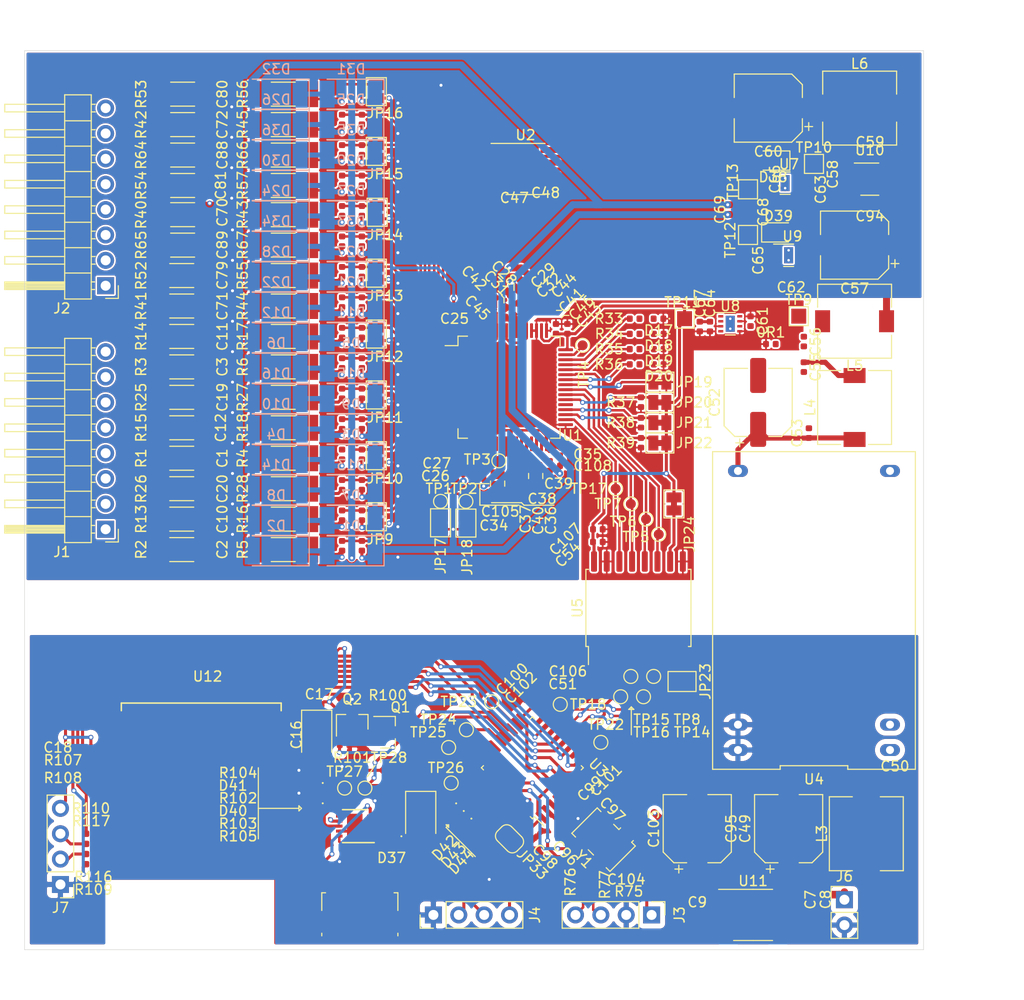
<source format=kicad_pcb>
(kicad_pcb (version 20171130) (host pcbnew "(5.1.6)-1")
  (layers (0 F.Cu signal) (31 B.Cu signal hide) (34 B.Paste user hide) (35 F.Paste user hide) (36 B.SilkS user) (37 F.SilkS user) (38 B.Mask user) (39 F.Mask user) (44 Edge.Cuts user))
  (net 0 "")
  (net 1 "Net-(C5-Pad1)")
  (net 2 "Net-(C10-Pad1)")
  (net 3 "Net-(C11-Pad1)")
  (net 4 "Net-(C12-Pad1)")
  (net 5 "Net-(C13-Pad1)")
  (net 6 "Net-(C14-Pad1)")
  (net 7 "Net-(C15-Pad1)")
  (net 8 "Net-(C19-Pad1)")
  (net 9 "Net-(C20-Pad1)")
  (net 10 "Net-(C25-Pad1)")
  (net 11 "Net-(D17-Pad2)")
  (net 12 "Net-(D18-Pad2)")
  (net 13 "Net-(D19-Pad2)")
  (net 14 "Net-(D20-Pad2)")
  (net 15 "Net-(R33-Pad2)")
  (net 16 "Net-(R34-Pad2)")
  (net 17 "Net-(R35-Pad2)")
  (net 18 "Net-(R36-Pad2)")
  (net 19 ECC_POWER_SUPPLY)
  (net 20 "Net-(C70-Pad1)")
  (net 21 "Net-(C71-Pad1)")
  (net 22 ECC_1P)
  (net 23 ECC_2P)
  (net 24 ECC_4P)
  (net 25 ECC_3P)
  (net 26 ECC_6P)
  (net 27 ECC_5P)
  (net 28 ECC_8P)
  (net 29 ECC_7P)
  (net 30 ECC_1N)
  (net 31 ECC_2N)
  (net 32 ECC_3N)
  (net 33 "Net-(C75-Pad1)")
  (net 34 "Net-(C79-Pad1)")
  (net 35 ECC_6N)
  (net 36 ECC_4N)
  (net 37 ECC_5N)
  (net 38 "Net-(C84-Pad1)")
  (net 39 "Net-(C88-Pad1)")
  (net 40 ECC_8N)
  (net 41 ECC_7N)
  (net 42 /EEGFrontendElectrode1To4/ELECTRODE_8)
  (net 43 /EEGFrontendElectrode1To4/ELECTRODE_7)
  (net 44 /EEGFrontendElectrode1To4/ELECTRODE_6)
  (net 45 /EEGFrontendElectrode1To4/ELECTRODE_5)
  (net 46 /EEGFrontendElectrode1To4/ELECTRODE_4)
  (net 47 /EEGFrontendElectrode1To4/ELECTRODE_3)
  (net 48 /EEGFrontendElectrode1To4/ELECTRODE_2)
  (net 49 /EEGFrontendElectrode1To4/ELECTRODE_1)
  (net 50 /EEGFrontendElectrode5To8/ELECTRODE_8)
  (net 51 /EEGFrontendElectrode5To8/ELECTRODE_7)
  (net 52 /EEGFrontendElectrode5To8/ELECTRODE_6)
  (net 53 /EEGFrontendElectrode5To8/ELECTRODE_5)
  (net 54 /EEGFrontendElectrode5To8/ELECTRODE_4)
  (net 55 /EEGFrontendElectrode5To8/ELECTRODE_3)
  (net 56 /EEGFrontendElectrode5To8/ELECTRODE_2)
  (net 57 /EEGFrontendElectrode5To8/ELECTRODE_1)
  (net 58 EEG_MISO)
  (net 59 EEG_SCK)
  (net 60 EEG_CS)
  (net 61 EEG_MOSI)
  (net 62 "Net-(C1-Pad1)")
  (net 63 "Net-(C2-Pad1)")
  (net 64 "Net-(C3-Pad1)")
  (net 65 "Net-(C4-Pad1)")
  (net 66 "Net-(C6-Pad1)")
  (net 67 "Net-(C21-Pad1)")
  (net 68 "Net-(C22-Pad1)")
  (net 69 "Net-(C28-Pad1)")
  (net 70 "Net-(C36-Pad1)")
  (net 71 "Net-(C37-Pad1)")
  (net 72 "Net-(C38-Pad1)")
  (net 73 "Net-(C39-Pad1)")
  (net 74 "Net-(C50-Pad1)")
  (net 75 "Net-(C52-Pad1)")
  (net 76 "Net-(C57-Pad1)")
  (net 77 "Net-(C58-Pad2)")
  (net 78 "Net-(C59-Pad1)")
  (net 79 "Net-(C60-Pad1)")
  (net 80 "Net-(C72-Pad1)")
  (net 81 "Net-(C73-Pad1)")
  (net 82 "Net-(C74-Pad1)")
  (net 83 "Net-(C80-Pad1)")
  (net 84 "Net-(C81-Pad1)")
  (net 85 "Net-(C82-Pad1)")
  (net 86 "Net-(C83-Pad1)")
  (net 87 "Net-(C89-Pad1)")
  (net 88 "Net-(C90-Pad1)")
  (net 89 "Net-(C91-Pad1)")
  (net 90 "Net-(JP17-Pad2)")
  (net 91 "Net-(JP18-Pad2)")
  (net 92 "Net-(JP19-Pad2)")
  (net 93 "Net-(JP20-Pad2)")
  (net 94 "Net-(JP21-Pad2)")
  (net 95 "Net-(JP22-Pad2)")
  (net 96 "Net-(JP23-Pad1)")
  (net 97 "Net-(JP24-Pad1)")
  (net 98 "Net-(C58-Pad1)")
  (net 99 A_GND)
  (net 100 A_VSS)
  (net 101 A_VDD)
  (net 102 D_VDD)
  (net 103 DP_GND)
  (net 104 DP_VDD)
  (net 105 D_GND)
  (net 106 "Net-(C96-Pad2)")
  (net 107 "Net-(C97-Pad2)")
  (net 108 "Net-(J3-Pad4)")
  (net 109 "Net-(J3-Pad3)")
  (net 110 "Net-(JP33-Pad2)")
  (net 111 SDA)
  (net 112 SCL)
  (net 113 "Net-(C109-Pad2)")
  (net 114 "Net-(D37-Pad1)")
  (net 115 "Net-(J5-Pad1)")
  (net 116 "Net-(R78-Pad2)")
  (net 117 MISO)
  (net 118 CS)
  (net 119 MOSI)
  (net 120 SCK)
  (net 121 +9V)
  (net 122 "Net-(R103-Pad2)")
  (net 123 "Net-(C16-Pad1)")
  (net 124 "Net-(R105-Pad2)")
  (net 125 ESP_RX)
  (net 126 ESP_TX)
  (net 127 ESP_ENABLE)
  (net 128 ESP_FLASH_MODE)
  (net 129 "Net-(D40-Pad2)")
  (net 130 "Net-(D40-Pad1)")
  (net 131 "Net-(D41-Pad2)")
  (net 132 "Net-(D41-Pad1)")
  (net 133 /USBInterface/D+)
  (net 134 /USBInterface/D-)
  (net 135 /DataProcessing/NRST)
  (net 136 /DataProcessing/USART_RX)
  (net 137 /DataProcessing/USART_TX)
  (net 138 "Net-(Q1-Pad3)")
  (net 139 /DataProcessing/SWDIO)
  (net 140 /DataProcessing/SWCLK)
  (net 141 /USBInterface/DU+)
  (net 142 /USBInterface/DU-)
  (net 143 "Net-(R107-Pad2)")
  (net 144 "Net-(TP4-Pad1)")
  (net 145 /Acquisition/OPAMP_MAYBE)
  (net 146 "Net-(J7-Pad3)")
  (net 147 "Net-(J7-Pad2)")
  (net 148 "Net-(J4-Pad3)")
  (net 149 "Net-(J4-Pad2)")
  (net 150 CS_ESP)
  (net 151 "Net-(D42-Pad2)")
  (net 152 "Net-(D42-Pad1)")
  (net 153 "Net-(D43-Pad2)")
  (net 154 "Net-(D43-Pad1)")
  (net 155 "Net-(D44-Pad2)")
  (net 156 "Net-(D44-Pad1)")
  (net 157 "Net-(TP22-Pad1)")
  (net 158 "Net-(TP23-Pad1)")
  (net 159 "Net-(TP24-Pad1)")
  (net 160 "Net-(TP25-Pad1)")
  (net 161 "Net-(TP26-Pad1)")
  (net 162 "Net-(R109-Pad2)")
  (net 163 "Net-(R110-Pad2)")
  (module Capacitor_SMD:C_0402_1005Metric (layer F.Cu) (at 57.127 79.756)
    (fp_text reference C18 (at -3.787 0) (layer F.SilkS))
    (fp_text value 100n)
    (pad 2 smd roundrect (at 0.485 0) (size 0.59 0.64) (layers F.Cu F.Paste F.Mask) (net 103 DP_GND))
    (pad 1 smd roundrect (at -0.485 0) (size 0.59 0.64) (layers F.Cu F.Paste F.Mask) (net 123 "Net-(C16-Pad1)"))
  )
  (module LED_SMD:LED_0402_1005Metric (layer F.Cu) (at 113.49 41.402 180)
    (fp_text reference D20 (at 0 -1.17) (layer F.SilkS))
    (fp_text value LED)
    (pad 2 smd roundrect (at 0.485 0 180) (size 0.59 0.64) (layers F.Cu F.Paste F.Mask) (net 14 "Net-(D20-Pad2)"))
    (pad 1 smd roundrect (at -0.485 0 180) (size 0.59 0.64) (layers F.Cu F.Paste F.Mask) (net 105 D_GND))
  )
  (module LED_SMD:LED_0402_1005Metric (layer F.Cu) (at 113.49 39.878 180)
    (fp_text reference D19 (at 0 -1.17) (layer F.SilkS))
    (fp_text value LED)
    (pad 2 smd roundrect (at 0.485 0 180) (size 0.59 0.64) (layers F.Cu F.Paste F.Mask) (net 13 "Net-(D19-Pad2)"))
    (pad 1 smd roundrect (at -0.485 0 180) (size 0.59 0.64) (layers F.Cu F.Paste F.Mask) (net 105 D_GND))
  )
  (module LED_SMD:LED_0402_1005Metric (layer F.Cu) (at 113.49 38.354 180)
    (fp_text reference D18 (at 0 -1.17) (layer F.SilkS))
    (fp_text value LED)
    (pad 2 smd roundrect (at 0.485 0 180) (size 0.59 0.64) (layers F.Cu F.Paste F.Mask) (net 12 "Net-(D18-Pad2)"))
    (pad 1 smd roundrect (at -0.485 0 180) (size 0.59 0.64) (layers F.Cu F.Paste F.Mask) (net 105 D_GND))
  )
  (module LED_SMD:LED_0402_1005Metric (layer F.Cu) (at 113.4645 36.83 180)
    (fp_text reference D17 (at 0 -1.17) (layer F.SilkS))
    (fp_text value LED)
    (pad 2 smd roundrect (at 0.485 0 180) (size 0.59 0.64) (layers F.Cu F.Paste F.Mask) (net 11 "Net-(D17-Pad2)"))
    (pad 1 smd roundrect (at -0.485 0 180) (size 0.59 0.64) (layers F.Cu F.Paste F.Mask) (net 105 D_GND))
  )
  (module Resistor_SMD:R_0402_1005Metric (layer F.Cu) (at 56.665 89.408)
    (fp_text reference R117 (at 0 -2.286) (layer F.SilkS))
    (fp_text value 0R)
    (pad 2 smd roundrect (at 0.485 0) (size 0.59 0.64) (layers F.Cu F.Paste F.Mask) (net 163 "Net-(R110-Pad2)"))
    (pad 1 smd roundrect (at -0.485 0) (size 0.59 0.64) (layers F.Cu F.Paste F.Mask) (net 146 "Net-(J7-Pad3)"))
  )
  (module Resistor_SMD:R_0402_1005Metric (layer F.Cu) (at 56.665 90.424)
    (fp_text reference R116 (at 0.231 2.286) (layer F.SilkS))
    (fp_text value 0R)
    (pad 2 smd roundrect (at 0.485 0) (size 0.59 0.64) (layers F.Cu F.Paste F.Mask) (net 162 "Net-(R109-Pad2)"))
    (pad 1 smd roundrect (at -0.485 0) (size 0.59 0.64) (layers F.Cu F.Paste F.Mask) (net 147 "Net-(J7-Pad2)"))
  )
  (module TestPoint:TestPoint_Pad_D1.0mm (layer F.Cu) (at 84.074 83.82)
    (fp_text reference TP28 (at 2.413 -3.048) (layer F.SilkS))
    (fp_text value TestPoint)
    (pad 1 smd circle (at 0 0) (size 1 1) (layers F.Cu F.Mask) (net 112 SCL))
  )
  (module TestPoint:TestPoint_Pad_D1.0mm (layer F.Cu) (at 82.042 83.82)
    (fp_text reference TP27 (at 0 -1.651) (layer F.SilkS))
    (fp_text value TestPoint)
    (pad 1 smd circle (at 0 0) (size 1 1) (layers F.Cu F.Mask) (net 111 SDA))
  )
  (module TestPoint:TestPoint_Pad_D1.0mm (layer F.Cu) (at 92.71 83.312)
    (fp_text reference TP26 (at -0.508 -1.524) (layer F.SilkS))
    (fp_text value TestPoint)
    (pad 1 smd circle (at 0 0) (size 1 1) (layers F.Cu F.Mask) (net 161 "Net-(TP26-Pad1)"))
  )
  (module TestPoint:TestPoint_Pad_D1.0mm (layer F.Cu) (at 92.456 79.756)
    (fp_text reference TP25 (at -2.032 -1.524) (layer F.SilkS))
    (fp_text value TestPoint)
    (pad 1 smd circle (at 0 0) (size 1 1) (layers F.Cu F.Mask) (net 160 "Net-(TP25-Pad1)"))
  )
  (module TestPoint:TestPoint_Pad_D1.0mm (layer F.Cu) (at 94.234 77.978)
    (fp_text reference TP24 (at -2.794 -1.016) (layer F.SilkS))
    (fp_text value TestPoint)
    (pad 1 smd circle (at 0 0) (size 1 1) (layers F.Cu F.Mask) (net 159 "Net-(TP24-Pad1)"))
  )
  (module TestPoint:TestPoint_Pad_D1.0mm (layer F.Cu) (at 96.774 75.184)
    (fp_text reference TP23 (at -3.302 0) (layer F.SilkS))
    (fp_text value TestPoint)
    (pad 1 smd circle (at 0 0) (size 1 1) (layers F.Cu F.Mask) (net 158 "Net-(TP23-Pad1)"))
  )
  (module TestPoint:TestPoint_Pad_D1.0mm (layer F.Cu) (at 107.696 79.248)
    (fp_text reference TP22 (at 0.508 -1.778) (layer F.SilkS))
    (fp_text value TestPoint)
    (pad 1 smd circle (at 0 0) (size 1 1) (layers F.Cu F.Mask) (net 157 "Net-(TP22-Pad1)"))
  )
  (module TestPoint:TestPoint_Pad_D1.0mm (layer F.Cu) (at 103.632 75.438)
    (fp_text reference TP18 (at 2.794 0) (layer F.SilkS))
    (fp_text value TestPoint)
    (pad 1 smd circle (at 0 0) (size 1 1) (layers F.Cu F.Mask) (net 150 CS_ESP))
  )
  (module Resistor_SMD:R_0402_1005Metric (layer F.Cu) (at 93.98 87.63 225)
    (fp_text reference R115 hide)
    (fp_text value 120R)
    (pad 2 smd roundrect (at 0.485 0 225) (size 0.59 0.64) (layers F.Cu F.Paste F.Mask) (net 103 DP_GND))
    (pad 1 smd roundrect (at -0.485 0 225) (size 0.59 0.64) (layers F.Cu F.Paste F.Mask) (net 156 "Net-(D44-Pad1)"))
  )
  (module Resistor_SMD:R_0402_1005Metric (layer F.Cu) (at 93.218 86.868 225)
    (fp_text reference R114 hide)
    (fp_text value 120R)
    (pad 2 smd roundrect (at 0.485 0 225) (size 0.59 0.64) (layers F.Cu F.Paste F.Mask) (net 103 DP_GND))
    (pad 1 smd roundrect (at -0.485 0 225) (size 0.59 0.64) (layers F.Cu F.Paste F.Mask) (net 154 "Net-(D43-Pad1)"))
  )
  (module Resistor_SMD:R_0402_1005Metric (layer F.Cu) (at 92.456 86.106 225)
    (fp_text reference R113 hide)
    (fp_text value 120R)
    (pad 2 smd roundrect (at 0.485 0 225) (size 0.59 0.64) (layers F.Cu F.Paste F.Mask) (net 103 DP_GND))
    (pad 1 smd roundrect (at -0.485 0 225) (size 0.59 0.64) (layers F.Cu F.Paste F.Mask) (net 152 "Net-(D42-Pad1)"))
  )
  (module LED_SMD:LED_0402_1005Metric (layer F.Cu) (at 95.504 86.106 45)
    (fp_text reference D44 (at -4.849338 2.334867 45) (layer F.SilkS))
    (fp_text value LED)
    (pad 2 smd roundrect (at 0.485 0 45) (size 0.59 0.64) (layers F.Cu F.Paste F.Mask) (net 155 "Net-(D44-Pad2)"))
    (pad 1 smd roundrect (at -0.485 0 45) (size 0.59 0.64) (layers F.Cu F.Paste F.Mask) (net 156 "Net-(D44-Pad1)"))
  )
  (module LED_SMD:LED_0402_1005Metric (layer F.Cu) (at 94.742 85.344 45)
    (fp_text reference D43 (at -4.939141 2.424669 45) (layer F.SilkS))
    (fp_text value LED)
    (pad 2 smd roundrect (at 0.485 0 45) (size 0.59 0.64) (layers F.Cu F.Paste F.Mask) (net 153 "Net-(D43-Pad2)"))
    (pad 1 smd roundrect (at -0.485 0 45) (size 0.59 0.64) (layers F.Cu F.Paste F.Mask) (net 154 "Net-(D43-Pad1)"))
  )
  (module LED_SMD:LED_0402_1005Metric (layer F.Cu) (at 93.98 84.582 45)
    (fp_text reference D42 (at -5.028943 2.334867 45) (layer F.SilkS))
    (fp_text value LED)
    (pad 2 smd roundrect (at 0.485 0 45) (size 0.59 0.64) (layers F.Cu F.Paste F.Mask) (net 151 "Net-(D42-Pad2)"))
    (pad 1 smd roundrect (at -0.485 0 45) (size 0.59 0.64) (layers F.Cu F.Paste F.Mask) (net 152 "Net-(D42-Pad1)"))
  )
  (module Resistor_SMD:R_0402_1005Metric (layer F.Cu) (at 94.742 88.392 225)
    (fp_text reference R112 hide)
    (fp_text value 10R)
    (pad 2 smd roundrect (at 0.485 0 225) (size 0.59 0.64) (layers F.Cu F.Paste F.Mask) (net 149 "Net-(J4-Pad2)"))
    (pad 1 smd roundrect (at -0.485 0 225) (size 0.59 0.64) (layers F.Cu F.Paste F.Mask) (net 137 /DataProcessing/USART_TX))
  )
  (module Resistor_SMD:R_0402_1005Metric (layer F.Cu) (at 95.504 89.154 225)
    (fp_text reference R111 hide)
    (fp_text value 10R)
    (pad 2 smd roundrect (at 0.485 0 225) (size 0.59 0.64) (layers F.Cu F.Paste F.Mask) (net 148 "Net-(J4-Pad3)"))
    (pad 1 smd roundrect (at -0.485 0 225) (size 0.59 0.64) (layers F.Cu F.Paste F.Mask) (net 136 /DataProcessing/USART_RX))
  )
  (module Resistor_SMD:R_0402_1005Metric (layer F.Cu) (at 56.665 88.392)
    (fp_text reference R110 (at -0.023 -2.54) (layer F.SilkS))
    (fp_text value 0R)
    (pad 2 smd roundrect (at 0.485 0) (size 0.59 0.64) (layers F.Cu F.Paste F.Mask) (net 163 "Net-(R110-Pad2)"))
    (pad 1 smd roundrect (at -0.485 0) (size 0.59 0.64) (layers F.Cu F.Paste F.Mask) (net 125 ESP_RX))
  )
  (module Resistor_SMD:R_0402_1005Metric (layer F.Cu) (at 56.665 91.44)
    (fp_text reference R109 (at 0.231 2.54) (layer F.SilkS))
    (fp_text value 0R)
    (pad 2 smd roundrect (at 0.485 0) (size 0.59 0.64) (layers F.Cu F.Paste F.Mask) (net 162 "Net-(R109-Pad2)"))
    (pad 1 smd roundrect (at -0.485 0) (size 0.59 0.64) (layers F.Cu F.Paste F.Mask) (net 126 ESP_TX))
  )
  (module ESP8266:ESP-12E (layer F.Cu) (at 74.676 90.932 180)
    (fp_text reference U12 (at 6.35 18.288) (layer F.SilkS))
    (fp_text value ESP-12E hide)
    (pad 22 smd rect (at 11.99 15 270) (size 2.5 1.1) (drill (offset -0.7 0)) (layers F.Cu F.Paste F.Mask) (net 120 SCK))
    (pad 21 smd rect (at 9.99 15 270) (size 2.5 1.1) (drill (offset -0.7 0)) (layers F.Cu F.Paste F.Mask) (net 119 MOSI))
    (pad 20 smd rect (at 7.99 15 270) (size 2.5 1.1) (drill (offset -0.7 0)) (layers F.Cu F.Paste F.Mask))
    (pad 19 smd rect (at 5.99 15 270) (size 2.5 1.1) (drill (offset -0.7 0)) (layers F.Cu F.Paste F.Mask))
    (pad 18 smd rect (at 3.99 15 270) (size 2.5 1.1) (drill (offset -0.7 0)) (layers F.Cu F.Paste F.Mask) (net 117 MISO))
    (pad 17 smd rect (at 1.99 15 270) (size 2.5 1.1) (drill (offset -0.7 0)) (layers F.Cu F.Paste F.Mask) (net 150 CS_ESP))
    (pad 16 smd rect (at 14 0 180) (size 2.5 1.1) (drill (offset 0.7 0)) (layers F.Cu F.Paste F.Mask) (net 162 "Net-(R109-Pad2)"))
    (pad 15 smd rect (at 14 2 180) (size 2.5 1.1) (drill (offset 0.7 0)) (layers F.Cu F.Paste F.Mask) (net 163 "Net-(R110-Pad2)"))
    (pad 14 smd rect (at 14 4 180) (size 2.5 1.1) (drill (offset 0.7 0)) (layers F.Cu F.Paste F.Mask))
    (pad 13 smd rect (at 14 6 180) (size 2.5 1.1) (drill (offset 0.7 0)) (layers F.Cu F.Paste F.Mask))
    (pad 12 smd rect (at 14 8 180) (size 2.5 1.1) (drill (offset 0.7 0)) (layers F.Cu F.Paste F.Mask) (net 128 ESP_FLASH_MODE))
    (pad 11 smd rect (at 14 10 180) (size 2.5 1.1) (drill (offset 0.7 0)) (layers F.Cu F.Paste F.Mask) (net 143 "Net-(R107-Pad2)"))
    (pad 10 smd rect (at 14 12 180) (size 2.5 1.1) (drill (offset 0.6 0)) (layers F.Cu F.Paste F.Mask))
    (pad 9 smd rect (at 14 14 180) (size 2.5 1.1) (drill (offset 0.7 0)) (layers F.Cu F.Paste F.Mask) (net 103 DP_GND))
    (pad 8 smd rect (at 0 14 180) (size 2.5 1.1) (drill (offset -0.7 0)) (layers F.Cu F.Paste F.Mask) (net 123 "Net-(C16-Pad1)"))
    (pad 7 smd rect (at 0 12 180) (size 2.5 1.1) (drill (offset -0.7 0)) (layers F.Cu F.Paste F.Mask))
    (pad 6 smd rect (at 0 10 180) (size 2.5 1.1) (drill (offset -0.7 0)) (layers F.Cu F.Paste F.Mask))
    (pad 5 smd rect (at 0 8 180) (size 2.5 1.1) (drill (offset -0.7 0)) (layers F.Cu F.Paste F.Mask) (net 131 "Net-(D41-Pad2)"))
    (pad 4 smd rect (at 0 6 180) (size 2.5 1.1) (drill (offset -0.7 0)) (layers F.Cu F.Paste F.Mask) (net 129 "Net-(D40-Pad2)"))
    (pad 3 smd rect (at 0 4 180) (size 2.5 1.1) (drill (offset -0.7 0)) (layers F.Cu F.Paste F.Mask) (net 122 "Net-(R103-Pad2)"))
    (pad 2 smd rect (at 0 2 180) (size 2.5 1.1) (drill (offset -0.7 0)) (layers F.Cu F.Paste F.Mask))
    (pad 1 smd rect (at 0 0 180) (size 2.5 1.1) (drill (offset -0.7 0)) (layers F.Cu F.Paste F.Mask) (net 124 "Net-(R105-Pad2)"))
  )
  (module Resistor_SMD:R_0402_1005Metric (layer F.Cu) (at 57.173 82.804)
    (fp_text reference R108 (at -3.325 0) (layer F.SilkS))
    (fp_text value 10k)
    (pad 2 smd roundrect (at 0.485 0) (size 0.59 0.64) (layers F.Cu F.Paste F.Mask) (net 128 ESP_FLASH_MODE))
    (pad 1 smd roundrect (at -0.485 0) (size 0.59 0.64) (layers F.Cu F.Paste F.Mask) (net 123 "Net-(C16-Pad1)"))
  )
  (module Resistor_SMD:R_0402_1005Metric (layer F.Cu) (at 57.15 81.026)
    (fp_text reference R107 (at -3.302 0) (layer F.SilkS))
    (fp_text value 10k)
    (pad 2 smd roundrect (at 0.485 0) (size 0.59 0.64) (layers F.Cu F.Paste F.Mask) (net 143 "Net-(R107-Pad2)"))
    (pad 1 smd roundrect (at -0.485 0) (size 0.59 0.64) (layers F.Cu F.Paste F.Mask) (net 123 "Net-(C16-Pad1)"))
  )
  (module Resistor_SMD:R_0402_1005Metric (layer F.Cu) (at 78.763 87.376 180)
    (fp_text reference R105 (at 7.389 -1.27) (layer F.SilkS))
    (fp_text value 10k)
    (pad 2 smd roundrect (at 0.485 0 180) (size 0.59 0.64) (layers F.Cu F.Paste F.Mask) (net 124 "Net-(R105-Pad2)"))
    (pad 1 smd roundrect (at -0.485 0 180) (size 0.59 0.64) (layers F.Cu F.Paste F.Mask) (net 123 "Net-(C16-Pad1)"))
  )
  (module Resistor_SMD:R_0402_1005Metric (layer F.Cu) (at 78.763 82.296 180)
    (fp_text reference R104 (at 7.389 0) (layer F.SilkS))
    (fp_text value 120R)
    (pad 2 smd roundrect (at 0.485 0 180) (size 0.59 0.64) (layers F.Cu F.Paste F.Mask) (net 103 DP_GND))
    (pad 1 smd roundrect (at -0.485 0 180) (size 0.59 0.64) (layers F.Cu F.Paste F.Mask) (net 132 "Net-(D41-Pad1)"))
  )
  (module Resistor_SMD:R_0402_1005Metric (layer F.Cu) (at 78.763 86.36 180)
    (fp_text reference R103 (at 7.389 -1.016) (layer F.SilkS))
    (fp_text value 10k)
    (pad 2 smd roundrect (at 0.485 0 180) (size 0.59 0.64) (layers F.Cu F.Paste F.Mask) (net 122 "Net-(R103-Pad2)"))
    (pad 1 smd roundrect (at -0.485 0 180) (size 0.59 0.64) (layers F.Cu F.Paste F.Mask) (net 123 "Net-(C16-Pad1)"))
  )
  (module Resistor_SMD:R_0402_1005Metric (layer F.Cu) (at 78.763 84.328 180)
    (fp_text reference R102 (at 7.389 -0.508) (layer F.SilkS))
    (fp_text value 120R)
    (pad 2 smd roundrect (at 0.485 0 180) (size 0.59 0.64) (layers F.Cu F.Paste F.Mask) (net 103 DP_GND))
    (pad 1 smd roundrect (at -0.485 0 180) (size 0.59 0.64) (layers F.Cu F.Paste F.Mask) (net 130 "Net-(D40-Pad1)"))
  )
  (module Resistor_SMD:R_0402_1005Metric (layer F.Cu) (at 82.042 79.502)
    (fp_text reference R101 (at 0.762 1.27) (layer F.SilkS))
    (fp_text value 1k)
    (pad 2 smd roundrect (at 0.485 0) (size 0.59 0.64) (layers F.Cu F.Paste F.Mask) (net 103 DP_GND))
    (pad 1 smd roundrect (at -0.485 0) (size 0.59 0.64) (layers F.Cu F.Paste F.Mask) (net 138 "Net-(Q1-Pad3)"))
  )
  (module Resistor_SMD:R_0402_1005Metric (layer F.Cu) (at 85.621 75.692)
    (fp_text reference R100 (at 0.739 -1.17) (layer F.SilkS))
    (fp_text value 1k)
    (pad 2 smd roundrect (at 0.485 0) (size 0.59 0.64) (layers F.Cu F.Paste F.Mask) (net 103 DP_GND))
    (pad 1 smd roundrect (at -0.485 0) (size 0.59 0.64) (layers F.Cu F.Paste F.Mask) (net 127 ESP_ENABLE))
  )
  (module Package_TO_SOT_SMD:SOT-23 (layer F.Cu) (at 82.804 77.216 90)
    (fp_text reference Q2 (at 2.286 0 180) (layer F.SilkS))
    (fp_text value FDV304P)
    (pad 3 smd rect (at 1 0 90) (size 0.9 0.8) (layers F.Cu F.Paste F.Mask) (net 123 "Net-(C16-Pad1)"))
    (pad 2 smd rect (at -1 0.95 90) (size 0.9 0.8) (layers F.Cu F.Paste F.Mask) (net 104 DP_VDD))
    (pad 1 smd rect (at -1 -0.95 90) (size 0.9 0.8) (layers F.Cu F.Paste F.Mask) (net 138 "Net-(Q1-Pad3)"))
  )
  (module Package_TO_SOT_SMD:SOT-23 (layer F.Cu) (at 86.36 78.232)
    (fp_text reference Q1 (at 1.27 -2.5) (layer F.SilkS))
    (fp_text value FDV304P)
    (pad 3 smd rect (at 1 0) (size 0.9 0.8) (layers F.Cu F.Paste F.Mask) (net 138 "Net-(Q1-Pad3)"))
    (pad 2 smd rect (at -1 0.95) (size 0.9 0.8) (layers F.Cu F.Paste F.Mask) (net 104 DP_VDD))
    (pad 1 smd rect (at -1 -0.95) (size 0.9 0.8) (layers F.Cu F.Paste F.Mask) (net 127 ESP_ENABLE))
  )
  (module Connector_PinHeader_2.54mm:PinHeader_1x04_P2.54mm_Vertical (layer F.Cu) (at 53.594 93.472 180)
    (fp_text reference J7 (at 0 -2.33) (layer F.SilkS))
    (fp_text value Conn_01x04_Female)
    (pad 4 thru_hole oval (at 0 7.62 180) (size 1.7 1.7) (drill 1) (layers *.Cu *.Mask) (net 123 "Net-(C16-Pad1)"))
    (pad 3 thru_hole oval (at 0 5.08 180) (size 1.7 1.7) (drill 1) (layers *.Cu *.Mask) (net 146 "Net-(J7-Pad3)"))
    (pad 2 thru_hole oval (at 0 2.54 180) (size 1.7 1.7) (drill 1) (layers *.Cu *.Mask) (net 147 "Net-(J7-Pad2)"))
    (pad 1 thru_hole rect (at 0 0 180) (size 1.7 1.7) (drill 1) (layers *.Cu *.Mask) (net 103 DP_GND))
  )
  (module LED_SMD:LED_0402_1005Metric (layer F.Cu) (at 78.763 83.312 180)
    (fp_text reference D41 (at 7.897 -0.254) (layer F.SilkS))
    (fp_text value LED)
    (pad 2 smd roundrect (at 0.485 0 180) (size 0.59 0.64) (layers F.Cu F.Paste F.Mask) (net 131 "Net-(D41-Pad2)"))
    (pad 1 smd roundrect (at -0.485 0 180) (size 0.59 0.64) (layers F.Cu F.Paste F.Mask) (net 132 "Net-(D41-Pad1)"))
  )
  (module LED_SMD:LED_0402_1005Metric (layer F.Cu) (at 78.763 85.344 180)
    (fp_text reference D40 (at 7.897 -0.762) (layer F.SilkS))
    (fp_text value LED)
    (pad 2 smd roundrect (at 0.485 0 180) (size 0.59 0.64) (layers F.Cu F.Paste F.Mask) (net 129 "Net-(D40-Pad2)"))
    (pad 1 smd roundrect (at -0.485 0 180) (size 0.59 0.64) (layers F.Cu F.Paste F.Mask) (net 130 "Net-(D40-Pad1)"))
  )
  (module Capacitor_SMD:C_0402_1005Metric (layer F.Cu) (at 79.248 75.438 180)
    (fp_text reference C17 (at -0.254 1.016) (layer F.SilkS))
    (fp_text value 100n)
    (pad 2 smd roundrect (at 0.485 0 180) (size 0.59 0.64) (layers F.Cu F.Paste F.Mask) (net 103 DP_GND))
    (pad 1 smd roundrect (at -0.485 0 180) (size 0.59 0.64) (layers F.Cu F.Paste F.Mask) (net 123 "Net-(C16-Pad1)"))
  )
  (module Capacitor_Tantalum_SMD:CP_EIA-3528-21_Kemet-B (layer F.Cu) (at 79.248 78.486 270)
    (fp_text reference C16 (at 0 2.032 90) (layer F.SilkS))
    (fp_text value 47u/6V3)
    (pad 2 smd roundrect (at 1.5375 0 270) (size 1.325 2.35) (layers F.Cu F.Paste F.Mask) (roundrect_rratio 0.188679) (net 103 DP_GND))
    (pad 1 smd roundrect (at -1.5375 0 270) (size 1.325 2.35) (layers F.Cu F.Paste F.Mask) (roundrect_rratio 0.188679) (net 123 "Net-(C16-Pad1)"))
  )
  (module Resistor_SMD:R_0402_1005Metric (layer F.Cu) (at 96.266 89.916 225)
    (fp_text reference R99 hide)
    (fp_text value 10k)
    (pad 2 smd roundrect (at 0.485 0 225) (size 0.59 0.64) (layers F.Cu F.Paste F.Mask) (net 103 DP_GND))
    (pad 1 smd roundrect (at -0.485 0 225) (size 0.59 0.64) (layers F.Cu F.Paste F.Mask) (net 110 "Net-(JP33-Pad2)"))
  )
  (module Resistor_SMD:R_0402_1005Metric (layer F.Cu) (at 86.614 82.55 180)
    (fp_text reference R73 hide)
    (fp_text value 2k2)
    (pad 2 smd roundrect (at 0.485 0 180) (size 0.59 0.64) (layers F.Cu F.Paste F.Mask) (net 111 SDA))
    (pad 1 smd roundrect (at -0.485 0 180) (size 0.59 0.64) (layers F.Cu F.Paste F.Mask) (net 104 DP_VDD))
  )
  (module Connector_PinHeader_2.54mm:PinHeader_1x02_P2.54mm_Vertical (layer F.Cu) (at 132.08 94.996)
    (fp_text reference J6 (at 0 -2.33) (layer F.SilkS))
    (fp_text value Conn_01x02_Female)
    (pad 2 thru_hole oval (at 0 2.54) (size 1.7 1.7) (drill 1) (layers *.Cu *.Mask) (net 103 DP_GND))
    (pad 1 thru_hole rect (at 0 0) (size 1.7 1.7) (drill 1) (layers *.Cu *.Mask) (net 121 +9V))
  )
  (module Resistor_SMD:R_0402_1005Metric (layer F.Cu) (at 124.714 39.37)
    (fp_text reference 0R1 (at 0 -1.17) (layer F.SilkS))
    (fp_text value 10k)
    (pad 2 smd roundrect (at 0.485 0) (size 0.59 0.64) (layers F.Cu F.Paste F.Mask) (net 99 A_GND))
    (pad 1 smd roundrect (at -0.485 0) (size 0.59 0.64) (layers F.Cu F.Paste F.Mask) (net 105 D_GND))
  )
  (module Package_SO:SOIC-8_3.9x4.9mm_P1.27mm (layer F.Cu) (at 122.936 96.52)
    (fp_text reference U11 (at 0 -3.4) (layer F.SilkS))
    (fp_text value L78L33_SO8)
    (pad 8 smd roundrect (at 2.475 -1.905) (size 1.95 0.6) (layers F.Cu F.Paste F.Mask) (net 121 +9V))
    (pad 7 smd roundrect (at 2.475 -0.635) (size 1.95 0.6) (layers F.Cu F.Paste F.Mask) (net 103 DP_GND))
    (pad 6 smd roundrect (at 2.475 0.635) (size 1.95 0.6) (layers F.Cu F.Paste F.Mask) (net 103 DP_GND))
    (pad 5 smd roundrect (at 2.475 1.905) (size 1.95 0.6) (layers F.Cu F.Paste F.Mask))
    (pad 4 smd roundrect (at -2.475 1.905) (size 1.95 0.6) (layers F.Cu F.Paste F.Mask))
    (pad 3 smd roundrect (at -2.475 0.635) (size 1.95 0.6) (layers F.Cu F.Paste F.Mask) (net 103 DP_GND))
    (pad 2 smd roundrect (at -2.475 -0.635) (size 1.95 0.6) (layers F.Cu F.Paste F.Mask) (net 103 DP_GND))
    (pad 1 smd roundrect (at -2.475 -1.905) (size 1.95 0.6) (layers F.Cu F.Paste F.Mask) (net 104 DP_VDD))
  )
  (module Capacitor_SMD:C_0402_1005Metric (layer F.Cu) (at 117.371 93.98)
    (fp_text reference C9 (at -0.023 1.27) (layer F.SilkS))
    (fp_text value 100n)
    (pad 2 smd roundrect (at 0.485 0) (size 0.59 0.64) (layers F.Cu F.Paste F.Mask) (net 103 DP_GND))
    (pad 1 smd roundrect (at -0.485 0) (size 0.59 0.64) (layers F.Cu F.Paste F.Mask) (net 104 DP_VDD))
  )
  (module Capacitor_SMD:C_0402_1005Metric (layer F.Cu) (at 129.032 94.973 270)
    (fp_text reference C8 (at 0 -1.17 90) (layer F.SilkS))
    (fp_text value 100n)
    (pad 2 smd roundrect (at 0.485 0 270) (size 0.59 0.64) (layers F.Cu F.Paste F.Mask) (net 103 DP_GND))
    (pad 1 smd roundrect (at -0.485 0 270) (size 0.59 0.64) (layers F.Cu F.Paste F.Mask) (net 121 +9V))
  )
  (module Capacitor_SMD:C_0402_1005Metric (layer F.Cu) (at 127.508 94.996 270)
    (fp_text reference C7 (at 0 -1.17 90) (layer F.SilkS))
    (fp_text value 330n)
    (pad 2 smd roundrect (at 0.485 0 270) (size 0.59 0.64) (layers F.Cu F.Paste F.Mask) (net 103 DP_GND))
    (pad 1 smd roundrect (at -0.485 0 270) (size 0.59 0.64) (layers F.Cu F.Paste F.Mask) (net 121 +9V))
  )
  (module Resistor_SMD:R_0402_1005Metric (layer F.Cu) (at 81.788 19.939 270)
    (fp_text reference R98 hide)
    (fp_text value 0R)
    (pad 2 smd roundrect (at 0.485 0 270) (size 0.59 0.64) (layers F.Cu F.Paste F.Mask) (net 88 "Net-(C90-Pad1)"))
    (pad 1 smd roundrect (at -0.485 0 270) (size 0.59 0.64) (layers F.Cu F.Paste F.Mask) (net 41 ECC_7N))
  )
  (module Resistor_SMD:R_0402_1005Metric (layer F.Cu) (at 81.788 29.083 270)
    (fp_text reference R97 hide)
    (fp_text value 0R)
    (pad 2 smd roundrect (at 0.485 0 270) (size 0.59 0.64) (layers F.Cu F.Paste F.Mask) (net 89 "Net-(C91-Pad1)"))
    (pad 1 smd roundrect (at -0.485 0 270) (size 0.59 0.64) (layers F.Cu F.Paste F.Mask) (net 26 ECC_6P))
  )
  (module Resistor_SMD:R_0402_1005Metric (layer F.Cu) (at 81.788 13.843 270)
    (fp_text reference R96 hide)
    (fp_text value 0R)
    (pad 2 smd roundrect (at 0.485 0 270) (size 0.59 0.64) (layers F.Cu F.Paste F.Mask) (net 86 "Net-(C83-Pad1)"))
    (pad 1 smd roundrect (at -0.485 0 270) (size 0.59 0.64) (layers F.Cu F.Paste F.Mask) (net 40 ECC_8N))
  )
  (module Resistor_SMD:R_0402_1005Metric (layer F.Cu) (at 81.788 22.987 270)
    (fp_text reference R95 hide)
    (fp_text value 0R)
    (pad 2 smd roundrect (at 0.485 0 270) (size 0.59 0.64) (layers F.Cu F.Paste F.Mask) (net 38 "Net-(C84-Pad1)"))
    (pad 1 smd roundrect (at -0.485 0 270) (size 0.59 0.64) (layers F.Cu F.Paste F.Mask) (net 29 ECC_7P))
  )
  (module Resistor_SMD:R_0402_1005Metric (layer F.Cu) (at 81.788 32.131 270)
    (fp_text reference R94 hide)
    (fp_text value 0R)
    (pad 2 smd roundrect (at 0.485 0 270) (size 0.59 0.64) (layers F.Cu F.Paste F.Mask) (net 85 "Net-(C82-Pad1)"))
    (pad 1 smd roundrect (at -0.485 0 270) (size 0.59 0.64) (layers F.Cu F.Paste F.Mask) (net 37 ECC_5N))
  )
  (module Resistor_SMD:R_0402_1005Metric (layer F.Cu) (at 81.788 26.035 270)
    (fp_text reference R93 hide)
    (fp_text value 0R)
    (pad 2 smd roundrect (at 0.485 0 270) (size 0.59 0.64) (layers F.Cu F.Paste F.Mask) (net 81 "Net-(C73-Pad1)"))
    (pad 1 smd roundrect (at -0.485 0 270) (size 0.59 0.64) (layers F.Cu F.Paste F.Mask) (net 35 ECC_6N))
  )
  (module Resistor_SMD:R_0402_1005Metric (layer F.Cu) (at 81.788 35.179 270)
    (fp_text reference R92 hide)
    (fp_text value 0R)
    (pad 2 smd roundrect (at 0.485 0 270) (size 0.59 0.64) (layers F.Cu F.Paste F.Mask) (net 82 "Net-(C74-Pad1)"))
    (pad 1 smd roundrect (at -0.485 0 270) (size 0.59 0.64) (layers F.Cu F.Paste F.Mask) (net 27 ECC_5P))
  )
  (module Resistor_SMD:R_0402_1005Metric (layer F.Cu) (at 81.788 16.891 270)
    (fp_text reference R91 hide)
    (fp_text value 0R)
    (pad 2 smd roundrect (at 0.485 0 270) (size 0.59 0.64) (layers F.Cu F.Paste F.Mask) (net 33 "Net-(C75-Pad1)"))
    (pad 1 smd roundrect (at -0.485 0 270) (size 0.59 0.64) (layers F.Cu F.Paste F.Mask) (net 28 ECC_8P))
  )
  (module Resistor_SMD:R_0402_1005Metric (layer F.Cu) (at 81.788 44.323 270)
    (fp_text reference R90 hide)
    (fp_text value 0R)
    (pad 2 smd roundrect (at 0.485 0 270) (size 0.59 0.64) (layers F.Cu F.Paste F.Mask) (net 67 "Net-(C21-Pad1)"))
    (pad 1 smd roundrect (at -0.485 0 270) (size 0.59 0.64) (layers F.Cu F.Paste F.Mask) (net 32 ECC_3N))
  )
  (module Resistor_SMD:R_0402_1005Metric (layer F.Cu) (at 81.788 53.467 270)
    (fp_text reference R89 hide)
    (fp_text value 0R)
    (pad 2 smd roundrect (at 0.485 0 270) (size 0.59 0.64) (layers F.Cu F.Paste F.Mask) (net 68 "Net-(C22-Pad1)"))
    (pad 1 smd roundrect (at -0.485 0 270) (size 0.59 0.64) (layers F.Cu F.Paste F.Mask) (net 23 ECC_2P))
  )
  (module Resistor_SMD:R_0402_1005Metric (layer F.Cu) (at 81.788 38.227 270)
    (fp_text reference R88 hide)
    (fp_text value 0R)
    (pad 2 smd roundrect (at 0.485 0 270) (size 0.59 0.64) (layers F.Cu F.Paste F.Mask) (net 6 "Net-(C14-Pad1)"))
    (pad 1 smd roundrect (at -0.485 0 270) (size 0.59 0.64) (layers F.Cu F.Paste F.Mask) (net 36 ECC_4N))
  )
  (module Resistor_SMD:R_0402_1005Metric (layer F.Cu) (at 81.788 47.371 270)
    (fp_text reference R87 hide)
    (fp_text value 0R)
    (pad 2 smd roundrect (at 0.485 0 270) (size 0.59 0.64) (layers F.Cu F.Paste F.Mask) (net 7 "Net-(C15-Pad1)"))
    (pad 1 smd roundrect (at -0.485 0 270) (size 0.59 0.64) (layers F.Cu F.Paste F.Mask) (net 25 ECC_3P))
  )
  (module Resistor_SMD:R_0402_1005Metric (layer F.Cu) (at 81.788 56.515 270)
    (fp_text reference R86 hide)
    (fp_text value 0R)
    (pad 2 smd roundrect (at 0.485 0 270) (size 0.59 0.64) (layers F.Cu F.Paste F.Mask) (net 5 "Net-(C13-Pad1)"))
    (pad 1 smd roundrect (at -0.485 0 270) (size 0.59 0.64) (layers F.Cu F.Paste F.Mask) (net 30 ECC_1N))
  )
  (module Resistor_SMD:R_0402_1005Metric (layer F.Cu) (at 81.788 41.275 270)
    (fp_text reference R85 hide)
    (fp_text value 0R)
    (pad 2 smd roundrect (at 0.485 0 270) (size 0.59 0.64) (layers F.Cu F.Paste F.Mask) (net 66 "Net-(C6-Pad1)"))
    (pad 1 smd roundrect (at -0.485 0 270) (size 0.59 0.64) (layers F.Cu F.Paste F.Mask) (net 24 ECC_4P))
  )
  (module Resistor_SMD:R_0402_1005Metric (layer F.Cu) (at 81.788 50.419 270)
    (fp_text reference R84 hide)
    (fp_text value 0R)
    (pad 2 smd roundrect (at 0.485 0 270) (size 0.59 0.64) (layers F.Cu F.Paste F.Mask) (net 65 "Net-(C4-Pad1)"))
    (pad 1 smd roundrect (at -0.485 0 270) (size 0.59 0.64) (layers F.Cu F.Paste F.Mask) (net 31 ECC_2N))
  )
  (module Resistor_SMD:R_0402_1005Metric (layer F.Cu) (at 81.788 59.563 270)
    (fp_text reference R83 hide)
    (fp_text value 0R)
    (pad 2 smd roundrect (at 0.485 0 270) (size 0.59 0.64) (layers F.Cu F.Paste F.Mask) (net 1 "Net-(C5-Pad1)"))
    (pad 1 smd roundrect (at -0.485 0 270) (size 0.59 0.64) (layers F.Cu F.Paste F.Mask) (net 22 ECC_1P))
  )
  (module TestPoint:TestPoint_Pad_D1.0mm (layer F.Cu) (at 109.68 74.676)
    (fp_text reference TP16 (at 3.096 3.556) (layer F.SilkS))
    (fp_text value TestPoint)
    (pad 1 smd circle (at 0 0) (size 1 1) (layers F.Cu F.Mask) (net 120 SCK))
  )
  (module TestPoint:TestPoint_Pad_D1.0mm (layer F.Cu) (at 110.696 72.644)
    (fp_text reference TP15 (at 2.08 4.318) (layer F.SilkS))
    (fp_text value TestPoint)
    (pad 1 smd circle (at 0 0) (size 1 1) (layers F.Cu F.Mask) (net 119 MOSI))
  )
  (module TestPoint:TestPoint_Pad_D1.0mm (layer F.Cu) (at 111.966 74.676)
    (fp_text reference TP14 (at 4.874 3.556) (layer F.SilkS))
    (fp_text value TestPoint)
    (pad 1 smd circle (at 0 0) (size 1 1) (layers F.Cu F.Mask) (net 118 CS))
  )
  (module TestPoint:TestPoint_Pad_D1.0mm (layer F.Cu) (at 112.982 72.644)
    (fp_text reference TP8 (at 3.35 4.318) (layer F.SilkS))
    (fp_text value TestPoint)
    (pad 1 smd circle (at 0 0) (size 1 1) (layers F.Cu F.Mask) (net 117 MISO))
  )
  (module Diode_SMD:D_0805_2012Metric (layer F.Cu) (at 125.476 28.194)
    (fp_text reference D39 (at 0 -1.65) (layer F.SilkS))
    (fp_text value D_Schottky)
    (pad 2 smd roundrect (at 0.9375 0) (size 0.975 1.4) (layers F.Cu F.Paste F.Mask) (net 99 A_GND))
    (pad 1 smd roundrect (at -0.9375 0) (size 0.975 1.4) (layers F.Cu F.Paste F.Mask) (net 101 A_VDD))
  )
  (module Diode_SMD:D_0805_2012Metric (layer F.Cu) (at 124.9375 21 180)
    (fp_text reference D38 (at 0 -1.65) (layer F.SilkS))
    (fp_text value D_Schottky)
    (pad 2 smd roundrect (at 0.9375 0 180) (size 0.975 1.4) (layers F.Cu F.Paste F.Mask) (net 100 A_VSS))
    (pad 1 smd roundrect (at -0.9375 0 180) (size 0.975 1.4) (layers F.Cu F.Paste F.Mask) (net 99 A_GND))
  )
  (module Package_DFN_QFN:DFN-10-1EP_3x3mm_P0.5mm_EP1.55x2.48mm (layer F.Cu) (at 83.058 87.63 180)
    (fp_text reference U6 hide)
    (fp_text value FT200XD)
    (pad 11 smd rect (at 0 0 180) (size 1.55 2.48) (layers F.Cu F.Mask) (net 103 DP_GND))
    (pad 10 smd rect (at 1.55 -1 180) (size 0.65 0.3) (layers F.Cu F.Paste F.Mask) (net 142 /USBInterface/DU-))
    (pad 9 smd rect (at 1.55 -0.5 180) (size 0.65 0.3) (layers F.Cu F.Paste F.Mask) (net 103 DP_GND))
    (pad 8 smd rect (at 1.55 0 180) (size 0.65 0.3) (layers F.Cu F.Paste F.Mask) (net 111 SDA))
    (pad 7 smd rect (at 1.55 0.5 180) (size 0.65 0.3) (layers F.Cu F.Paste F.Mask) (net 113 "Net-(C109-Pad2)"))
    (pad 6 smd rect (at 1.55 1 180) (size 0.65 0.3) (layers F.Cu F.Paste F.Mask) (net 112 SCL))
    (pad 5 smd rect (at -1.55 1 180) (size 0.65 0.3) (layers F.Cu F.Paste F.Mask) (net 116 "Net-(R78-Pad2)"))
    (pad 4 smd rect (at -1.55 0.5 180) (size 0.65 0.3) (layers F.Cu F.Paste F.Mask) (net 104 DP_VDD))
    (pad 3 smd rect (at -1.55 0 180) (size 0.65 0.3) (layers F.Cu F.Paste F.Mask) (net 113 "Net-(C109-Pad2)"))
    (pad 2 smd rect (at -1.55 -0.5 180) (size 0.65 0.3) (layers F.Cu F.Paste F.Mask) (net 113 "Net-(C109-Pad2)"))
    (pad 1 smd rect (at -1.55 -1 180) (size 0.65 0.3) (layers F.Cu F.Paste F.Mask) (net 141 /USBInterface/DU+))
  )
  (module Resistor_SMD:R_0402_1005Metric (layer F.Cu) (at 86.637 89.662 180)
    (fp_text reference R82 hide)
    (fp_text value 120R)
    (pad 2 smd roundrect (at 0.485 0 180) (size 0.59 0.64) (layers F.Cu F.Paste F.Mask) (net 103 DP_GND))
    (pad 1 smd roundrect (at -0.485 0 180) (size 0.59 0.64) (layers F.Cu F.Paste F.Mask) (net 114 "Net-(D37-Pad1)"))
  )
  (module Resistor_SMD:R_0402_1005Metric (layer F.Cu) (at 82.55 90.701 270)
    (fp_text reference R81 hide)
    (fp_text value 27R)
    (pad 2 smd roundrect (at 0.485 0 270) (size 0.59 0.64) (layers F.Cu F.Paste F.Mask) (net 134 /USBInterface/D-))
    (pad 1 smd roundrect (at -0.485 0 270) (size 0.59 0.64) (layers F.Cu F.Paste F.Mask) (net 142 /USBInterface/DU-))
  )
  (module Resistor_SMD:R_0402_1005Metric (layer F.Cu) (at 83.566 90.701 270)
    (fp_text reference R80 hide)
    (fp_text value 27R)
    (pad 2 smd roundrect (at 0.485 0 270) (size 0.59 0.64) (layers F.Cu F.Paste F.Mask) (net 133 /USBInterface/D+))
    (pad 1 smd roundrect (at -0.485 0 270) (size 0.59 0.64) (layers F.Cu F.Paste F.Mask) (net 141 /USBInterface/DU+))
  )
  (module Resistor_SMD:R_0402_1005Metric (layer F.Cu) (at 78.994 91.925 270)
    (fp_text reference R79 hide)
    (fp_text value 10k)
    (pad 2 smd roundrect (at 0.485 0 270) (size 0.59 0.64) (layers F.Cu F.Paste F.Mask) (net 103 DP_GND))
    (pad 1 smd roundrect (at -0.485 0 270) (size 0.59 0.64) (layers F.Cu F.Paste F.Mask) (net 116 "Net-(R78-Pad2)"))
  )
  (module Resistor_SMD:R_0402_1005Metric (layer F.Cu) (at 80.01 91.925 90)
    (fp_text reference R78 hide)
    (fp_text value 4k7)
    (pad 2 smd roundrect (at 0.485 0 90) (size 0.59 0.64) (layers F.Cu F.Paste F.Mask) (net 116 "Net-(R78-Pad2)"))
    (pad 1 smd roundrect (at -0.485 0 90) (size 0.59 0.64) (layers F.Cu F.Paste F.Mask) (net 115 "Net-(J5-Pad1)"))
  )
  (module Connector_USB:USB_Micro-B_Molex_47346-0001 (layer F.Cu) (at 83.566 96.012)
    (fp_text reference J5 hide)
    (fp_text value USB_B_Micro)
    (pad 6 smd rect (at 0.84 1.2) (size 1.175 1.9) (layers F.Cu F.Paste F.Mask) (net 103 DP_GND))
    (pad 6 smd rect (at -0.84 1.2) (size 1.175 1.9) (layers F.Cu F.Paste F.Mask) (net 103 DP_GND))
    (pad 6 smd rect (at 2.91 1.2) (size 2.375 1.9) (layers F.Cu F.Paste F.Mask) (net 103 DP_GND))
    (pad 6 smd rect (at -2.91 1.2) (size 2.375 1.9) (layers F.Cu F.Paste F.Mask) (net 103 DP_GND))
    (pad 6 smd rect (at 2.4625 -1.1) (size 1.475 2.1) (layers F.Cu F.Paste F.Mask) (net 103 DP_GND))
    (pad 6 smd rect (at -2.4625 -1.1) (size 1.475 2.1) (layers F.Cu F.Paste F.Mask) (net 103 DP_GND))
    (pad 5 smd rect (at 1.3 -1.46) (size 0.45 1.38) (layers F.Cu F.Paste F.Mask) (net 103 DP_GND))
    (pad 4 smd rect (at 0.65 -1.46) (size 0.45 1.38) (layers F.Cu F.Paste F.Mask) (net 103 DP_GND))
    (pad 3 smd rect (at 0 -1.46) (size 0.45 1.38) (layers F.Cu F.Paste F.Mask) (net 133 /USBInterface/D+))
    (pad 2 smd rect (at -0.65 -1.46) (size 0.45 1.38) (layers F.Cu F.Paste F.Mask) (net 134 /USBInterface/D-))
    (pad 1 smd rect (at -1.3 -1.46) (size 0.45 1.38) (layers F.Cu F.Paste F.Mask) (net 115 "Net-(J5-Pad1)"))
  )
  (module LED_SMD:LED_0402_1005Metric (layer F.Cu) (at 86.637 88.646 180)
    (fp_text reference D37 (at -0.104 -2.159) (layer F.SilkS))
    (fp_text value LED)
    (pad 2 smd roundrect (at 0.485 0 180) (size 0.59 0.64) (layers F.Cu F.Paste F.Mask) (net 113 "Net-(C109-Pad2)"))
    (pad 1 smd roundrect (at -0.485 0 180) (size 0.59 0.64) (layers F.Cu F.Paste F.Mask) (net 114 "Net-(D37-Pad1)"))
  )
  (module Capacitor_Tantalum_SMD:CP_EIA-3528-21_Kemet-B (layer F.Cu) (at 89.662 86.614 270)
    (fp_text reference C112 hide)
    (fp_text value 47u/6V3)
    (pad 2 smd roundrect (at 1.5375 0 270) (size 1.325 2.35) (layers F.Cu F.Paste F.Mask) (roundrect_rratio 0.188679) (net 103 DP_GND))
    (pad 1 smd roundrect (at -1.5375 0 270) (size 1.325 2.35) (layers F.Cu F.Paste F.Mask) (roundrect_rratio 0.188679) (net 104 DP_VDD))
  )
  (module Capacitor_SMD:C_0402_1005Metric (layer F.Cu) (at 86.637 86.614)
    (fp_text reference C111 hide)
    (fp_text value 100n)
    (pad 2 smd roundrect (at 0.485 0) (size 0.59 0.64) (layers F.Cu F.Paste F.Mask) (net 103 DP_GND))
    (pad 1 smd roundrect (at -0.485 0) (size 0.59 0.64) (layers F.Cu F.Paste F.Mask) (net 104 DP_VDD))
  )
  (module Capacitor_SMD:C_0402_1005Metric (layer F.Cu) (at 86.106 85.09 90)
    (fp_text reference C110 hide)
    (fp_text value 100n)
    (pad 2 smd roundrect (at 0.485 0 90) (size 0.59 0.64) (layers F.Cu F.Paste F.Mask) (net 103 DP_GND))
    (pad 1 smd roundrect (at -0.485 0 90) (size 0.59 0.64) (layers F.Cu F.Paste F.Mask) (net 104 DP_VDD))
  )
  (module Capacitor_SMD:C_0402_1005Metric (layer F.Cu) (at 86.637 87.63 180)
    (fp_text reference C109 hide)
    (fp_text value 100n)
    (pad 2 smd roundrect (at 0.485 0 180) (size 0.59 0.64) (layers F.Cu F.Paste F.Mask) (net 113 "Net-(C109-Pad2)"))
    (pad 1 smd roundrect (at -0.485 0 180) (size 0.59 0.64) (layers F.Cu F.Paste F.Mask) (net 103 DP_GND))
  )
  (module Capacitor_SMD:C_0402_1005Metric (layer F.Cu) (at 82.065 92.202)
    (fp_text reference C33 hide)
    (fp_text value 47p)
    (pad 2 smd roundrect (at 0.485 0) (size 0.59 0.64) (layers F.Cu F.Paste F.Mask) (net 134 /USBInterface/D-))
    (pad 1 smd roundrect (at -0.485 0) (size 0.59 0.64) (layers F.Cu F.Paste F.Mask) (net 103 DP_GND))
  )
  (module Capacitor_SMD:C_0402_1005Metric (layer F.Cu) (at 84.051 92.202 180)
    (fp_text reference C30 hide)
    (fp_text value 47p)
    (pad 2 smd roundrect (at 0.485 0 180) (size 0.59 0.64) (layers F.Cu F.Paste F.Mask) (net 133 /USBInterface/D+))
    (pad 1 smd roundrect (at -0.485 0 180) (size 0.59 0.64) (layers F.Cu F.Paste F.Mask) (net 103 DP_GND))
  )
  (module Capacitor_SMD:C_0402_1005Metric (layer F.Cu) (at 100.282 34.163 225)
    (fp_text reference C29 (at -2.334867 0 45) (layer F.SilkS))
    (fp_text value 2u2)
    (pad 2 smd roundrect (at 0.485 0 225) (size 0.59 0.64) (layers F.Cu F.Paste F.Mask) (net 101 A_VDD))
    (pad 1 smd roundrect (at -0.485 0 225) (size 0.59 0.64) (layers F.Cu F.Paste F.Mask) (net 99 A_GND))
  )
  (module TestPoint:TestPoint_Pad_D1.0mm (layer F.Cu) (at 105.87 39.497)
    (fp_text reference TP4 (at 0.127 2.921 90) (layer F.SilkS))
    (fp_text value TestPoint)
    (pad 1 smd circle (at 0 0) (size 1 1) (layers F.Cu F.Mask) (net 144 "Net-(TP4-Pad1)"))
  )
  (module Capacitor_SMD:C_0402_1005Metric (layer F.Cu) (at 104.092 51.562)
    (fp_text reference C108 (at 2.794 0) (layer F.SilkS))
    (fp_text value 2u2)
    (pad 2 smd roundrect (at 0.485 0) (size 0.59 0.64) (layers F.Cu F.Paste F.Mask) (net 99 A_GND))
    (pad 1 smd roundrect (at -0.485 0) (size 0.59 0.64) (layers F.Cu F.Paste F.Mask) (net 100 A_VSS))
  )
  (module Capacitor_SMD:C_0402_1005Metric (layer F.Cu) (at 107.394 57.912)
    (fp_text reference C107 (at -3.254 1.016 45) (layer F.SilkS))
    (fp_text value 100n)
    (pad 2 smd roundrect (at 0.485 0) (size 0.59 0.64) (layers F.Cu F.Paste F.Mask) (net 105 D_GND))
    (pad 1 smd roundrect (at -0.485 0) (size 0.59 0.64) (layers F.Cu F.Paste F.Mask) (net 102 D_VDD))
  )
  (module Capacitor_SMD:C_0402_1005Metric (layer F.Cu) (at 107.442 72.39)
    (fp_text reference C106 (at -3.048 -0.254) (layer F.SilkS))
    (fp_text value 100n)
    (pad 2 smd roundrect (at 0.485 0) (size 0.59 0.64) (layers F.Cu F.Paste F.Mask) (net 103 DP_GND))
    (pad 1 smd roundrect (at -0.485 0) (size 0.59 0.64) (layers F.Cu F.Paste F.Mask) (net 104 DP_VDD))
  )
  (module Capacitor_SMD:C_0402_1005Metric (layer F.Cu) (at 95.456 51.816 180)
    (fp_text reference C105 (at -2.159 -4.318) (layer F.SilkS))
    (fp_text value 2u2)
    (pad 2 smd roundrect (at 0.485 0 180) (size 0.59 0.64) (layers F.Cu F.Paste F.Mask) (net 99 A_GND))
    (pad 1 smd roundrect (at -0.485 0 180) (size 0.59 0.64) (layers F.Cu F.Paste F.Mask) (net 100 A_VSS))
  )
  (module Capacitor_SMD:C_0402_1005Metric (layer F.Cu) (at 104.092 50.546)
    (fp_text reference C35 (at 2.286 -0.127) (layer F.SilkS))
    (fp_text value 100n)
    (pad 2 smd roundrect (at 0.485 0) (size 0.59 0.64) (layers F.Cu F.Paste F.Mask) (net 99 A_GND))
    (pad 1 smd roundrect (at -0.485 0) (size 0.59 0.64) (layers F.Cu F.Paste F.Mask) (net 100 A_VSS))
  )
  (module Capacitor_SMD:C_0402_1005Metric (layer F.Cu) (at 95.456 52.832 180)
    (fp_text reference C34 (at -1.524 -4.699) (layer F.SilkS))
    (fp_text value 100n)
    (pad 2 smd roundrect (at 0.485 0 180) (size 0.59 0.64) (layers F.Cu F.Paste F.Mask) (net 99 A_GND))
    (pad 1 smd roundrect (at -0.485 0 180) (size 0.59 0.64) (layers F.Cu F.Paste F.Mask) (net 100 A_VSS))
  )
  (module TestPoint:TestPoint_Pad_D1.0mm (layer F.Cu) (at 109.172 53.848)
    (fp_text reference TP17 (at -2.672 0) (layer F.SilkS))
    (fp_text value TestPoint)
    (pad 1 smd circle (at 0 0) (size 1 1) (layers F.Cu F.Mask) (net 61 EEG_MOSI))
  )
  (module TestPoint:TestPoint_Pad_D1.0mm (layer F.Cu) (at 110.696 55.372)
    (fp_text reference TP7 (at -2.286 0) (layer F.SilkS))
    (fp_text value TestPoint)
    (pad 1 smd circle (at 0 0) (size 1 1) (layers F.Cu F.Mask) (net 60 EEG_CS))
  )
  (module TestPoint:TestPoint_Pad_D1.0mm (layer F.Cu) (at 112.22 56.896)
    (fp_text reference TP6 (at -2.286 0.254) (layer F.SilkS))
    (fp_text value TestPoint)
    (pad 1 smd circle (at 0 0) (size 1 1) (layers F.Cu F.Mask) (net 59 EEG_SCK))
  )
  (module TestPoint:TestPoint_Pad_D1.0mm (layer F.Cu) (at 113.49 58.42)
    (fp_text reference TP5 (at -2.286 0.254) (layer F.SilkS))
    (fp_text value TestPoint)
    (pad 1 smd circle (at 0 0) (size 1 1) (layers F.Cu F.Mask) (net 58 EEG_MISO))
  )
  (module TestPoint:TestPoint_Pad_D1.0mm (layer F.Cu) (at 94.186 55.118 270)
    (fp_text reference TP2 (at -1.27 0.186) (layer F.SilkS))
    (fp_text value TestPoint)
    (pad 1 smd circle (at 0 0 270) (size 1 1) (layers F.Cu F.Mask) (net 91 "Net-(JP18-Pad2)"))
  )
  (module TestPoint:TestPoint_Pad_D1.0mm (layer F.Cu) (at 91.646 55.118 270)
    (fp_text reference TP1 (at -1.27 0.146) (layer F.SilkS))
    (fp_text value TestPoint)
    (pad 1 smd circle (at 0 0 270) (size 1 1) (layers F.Cu F.Mask) (net 90 "Net-(JP17-Pad2)"))
  )
  (module TestPoint:TestPoint_Pad_D1.0mm (layer F.Cu) (at 97.488 51.054)
    (fp_text reference TP3 (at -2.159 -0.127) (layer F.SilkS))
    (fp_text value TestPoint)
    (pad 1 smd circle (at 0 0) (size 1 1) (layers F.Cu F.Mask) (net 71 "Net-(C37-Pad1)"))
  )
  (module Capacitor_SMD:C_0805_2012Metric (layer F.Cu) (at 101.171 52.578 270)
    (fp_text reference C38 (at 2.286 -0.635 180) (layer F.SilkS))
    (fp_text value 22u)
    (pad 2 smd roundrect (at 0.9375 0 270) (size 0.975 1.4) (layers F.Cu F.Paste F.Mask) (net 99 A_GND))
    (pad 1 smd roundrect (at -0.9375 0 270) (size 0.975 1.4) (layers F.Cu F.Paste F.Mask) (net 72 "Net-(C38-Pad1)"))
  )
  (module Capacitor_SMD:C_0805_2012Metric (layer F.Cu) (at 97.361 53.34 270)
    (fp_text reference C37 (at 3.556 -2.794 90) (layer F.SilkS))
    (fp_text value 10u)
    (pad 2 smd roundrect (at 0.9375 0 270) (size 0.975 1.4) (layers F.Cu F.Paste F.Mask) (net 99 A_GND))
    (pad 1 smd roundrect (at -0.9375 0 270) (size 0.975 1.4) (layers F.Cu F.Paste F.Mask) (net 71 "Net-(C37-Pad1)"))
  )
  (module Oscillator:Oscillator_SMD_EuroQuartz_XO53-4Pin_5.0x3.2mm (layer F.Cu) (at 107.968 88.984 135)
    (fp_text reference Y1 (at 0 -2.8 135) (layer F.SilkS))
    (fp_text value 20MHz)
    (pad 4 smd rect (at -1.27 -1.1 135) (size 1.4 1.2) (layers F.Cu F.Paste F.Mask) (net 103 DP_GND))
    (pad 3 smd rect (at 1.27 -1.1 135) (size 1.4 1.2) (layers F.Cu F.Paste F.Mask) (net 106 "Net-(C96-Pad2)"))
    (pad 2 smd rect (at 1.27 1.1 135) (size 1.4 1.2) (layers F.Cu F.Paste F.Mask) (net 103 DP_GND))
    (pad 1 smd rect (at -1.27 1.1 135) (size 1.4 1.2) (layers F.Cu F.Paste F.Mask) (net 107 "Net-(C97-Pad2)"))
  )
  (module Package_QFP:LQFP-32_7x7mm_P0.8mm (layer F.Cu) (at 100.838 81.788 135)
    (fp_text reference U3 (at -4.669733 4.669733 135) (layer F.SilkS))
    (fp_text value STM32F030K6Tx)
    (pad 32 smd roundrect (at -2.8 -4.175 135) (size 0.5 1.5) (layers F.Cu F.Paste F.Mask) (net 103 DP_GND))
    (pad 31 smd roundrect (at -2 -4.175 135) (size 0.5 1.5) (layers F.Cu F.Paste F.Mask) (net 110 "Net-(JP33-Pad2)"))
    (pad 30 smd roundrect (at -1.2 -4.175 135) (size 0.5 1.5) (layers F.Cu F.Paste F.Mask) (net 136 /DataProcessing/USART_RX))
    (pad 29 smd roundrect (at -0.4 -4.175 135) (size 0.5 1.5) (layers F.Cu F.Paste F.Mask) (net 137 /DataProcessing/USART_TX))
    (pad 28 smd roundrect (at 0.4 -4.175 135) (size 0.5 1.5) (layers F.Cu F.Paste F.Mask) (net 155 "Net-(D44-Pad2)"))
    (pad 27 smd roundrect (at 1.2 -4.175 135) (size 0.5 1.5) (layers F.Cu F.Paste F.Mask) (net 153 "Net-(D43-Pad2)"))
    (pad 26 smd roundrect (at 2 -4.175 135) (size 0.5 1.5) (layers F.Cu F.Paste F.Mask) (net 151 "Net-(D42-Pad2)"))
    (pad 25 smd roundrect (at 2.8 -4.175 135) (size 0.5 1.5) (layers F.Cu F.Paste F.Mask) (net 161 "Net-(TP26-Pad1)"))
    (pad 24 smd roundrect (at 4.175 -2.8 135) (size 1.5 0.5) (layers F.Cu F.Paste F.Mask) (net 140 /DataProcessing/SWCLK))
    (pad 23 smd roundrect (at 4.175 -2 135) (size 1.5 0.5) (layers F.Cu F.Paste F.Mask) (net 139 /DataProcessing/SWDIO))
    (pad 22 smd roundrect (at 4.175 -1.2 135) (size 1.5 0.5) (layers F.Cu F.Paste F.Mask) (net 160 "Net-(TP25-Pad1)"))
    (pad 21 smd roundrect (at 4.175 -0.4 135) (size 1.5 0.5) (layers F.Cu F.Paste F.Mask) (net 159 "Net-(TP24-Pad1)"))
    (pad 20 smd roundrect (at 4.175 0.4 135) (size 1.5 0.5) (layers F.Cu F.Paste F.Mask) (net 111 SDA))
    (pad 19 smd roundrect (at 4.175 1.2 135) (size 1.5 0.5) (layers F.Cu F.Paste F.Mask) (net 112 SCL))
    (pad 18 smd roundrect (at 4.175 2 135) (size 1.5 0.5) (layers F.Cu F.Paste F.Mask) (net 158 "Net-(TP23-Pad1)"))
    (pad 17 smd roundrect (at 4.175 2.8 135) (size 1.5 0.5) (layers F.Cu F.Paste F.Mask) (net 104 DP_VDD))
    (pad 16 smd roundrect (at 2.8 4.175 135) (size 0.5 1.5) (layers F.Cu F.Paste F.Mask) (net 103 DP_GND))
    (pad 15 smd roundrect (at 2 4.175 135) (size 0.5 1.5) (layers F.Cu F.Paste F.Mask) (net 150 CS_ESP))
    (pad 14 smd roundrect (at 1.2 4.175 135) (size 0.5 1.5) (layers F.Cu F.Paste F.Mask) (net 118 CS))
    (pad 13 smd roundrect (at 0.4 4.175 135) (size 0.5 1.5) (layers F.Cu F.Paste F.Mask) (net 119 MOSI))
    (pad 12 smd roundrect (at -0.4 4.175 135) (size 0.5 1.5) (layers F.Cu F.Paste F.Mask) (net 117 MISO))
    (pad 11 smd roundrect (at -1.2 4.175 135) (size 0.5 1.5) (layers F.Cu F.Paste F.Mask) (net 120 SCK))
    (pad 10 smd roundrect (at -2 4.175 135) (size 0.5 1.5) (layers F.Cu F.Paste F.Mask) (net 157 "Net-(TP22-Pad1)"))
    (pad 9 smd roundrect (at -2.8 4.175 135) (size 0.5 1.5) (layers F.Cu F.Paste F.Mask) (net 125 ESP_RX))
    (pad 8 smd roundrect (at -4.175 2.8 135) (size 1.5 0.5) (layers F.Cu F.Paste F.Mask) (net 126 ESP_TX))
    (pad 7 smd roundrect (at -4.175 2 135) (size 1.5 0.5) (layers F.Cu F.Paste F.Mask) (net 127 ESP_ENABLE))
    (pad 6 smd roundrect (at -4.175 1.2 135) (size 1.5 0.5) (layers F.Cu F.Paste F.Mask) (net 128 ESP_FLASH_MODE))
    (pad 5 smd roundrect (at -4.175 0.4 135) (size 1.5 0.5) (layers F.Cu F.Paste F.Mask) (net 104 DP_VDD))
    (pad 4 smd roundrect (at -4.175 -0.4 135) (size 1.5 0.5) (layers F.Cu F.Paste F.Mask) (net 135 /DataProcessing/NRST))
    (pad 3 smd roundrect (at -4.175 -1.2 135) (size 1.5 0.5) (layers F.Cu F.Paste F.Mask) (net 107 "Net-(C97-Pad2)"))
    (pad 2 smd roundrect (at -4.175 -2 135) (size 1.5 0.5) (layers F.Cu F.Paste F.Mask) (net 106 "Net-(C96-Pad2)"))
    (pad 1 smd roundrect (at -4.175 -2.8 135) (size 1.5 0.5) (layers F.Cu F.Paste F.Mask) (net 104 DP_VDD))
  )
  (module Resistor_SMD:R_0402_1005Metric (layer F.Cu) (at 106.934 93.495 270)
    (fp_text reference R77 (at 0 -1.17 90) (layer F.SilkS))
    (fp_text value 220R)
    (pad 2 smd roundrect (at 0.485 0 270) (size 0.59 0.64) (layers F.Cu F.Paste F.Mask) (net 109 "Net-(J3-Pad3)"))
    (pad 1 smd roundrect (at -0.485 0 270) (size 0.59 0.64) (layers F.Cu F.Paste F.Mask) (net 140 /DataProcessing/SWCLK))
  )
  (module Resistor_SMD:R_0402_1005Metric (layer F.Cu) (at 105.918 93.472 270)
    (fp_text reference R76 (at -0.254 1.27 90) (layer F.SilkS))
    (fp_text value 220R)
    (pad 2 smd roundrect (at 0.485 0 270) (size 0.59 0.64) (layers F.Cu F.Paste F.Mask) (net 108 "Net-(J3-Pad4)"))
    (pad 1 smd roundrect (at -0.485 0 270) (size 0.59 0.64) (layers F.Cu F.Paste F.Mask) (net 139 /DataProcessing/SWDIO))
  )
  (module Resistor_SMD:R_0402_1005Metric (layer F.Cu) (at 112.776 93 180)
    (fp_text reference R75 (at 2.286 -1.17) (layer F.SilkS))
    (fp_text value 10k)
    (pad 2 smd roundrect (at 0.485 0 180) (size 0.59 0.64) (layers F.Cu F.Paste F.Mask) (net 135 /DataProcessing/NRST))
    (pad 1 smd roundrect (at -0.485 0 180) (size 0.59 0.64) (layers F.Cu F.Paste F.Mask) (net 104 DP_VDD))
  )
  (module Resistor_SMD:R_0402_1005Metric (layer F.Cu) (at 86.614 83.566 180)
    (fp_text reference R74 hide)
    (fp_text value 2k2)
    (pad 2 smd roundrect (at 0.485 0 180) (size 0.59 0.64) (layers F.Cu F.Paste F.Mask) (net 112 SCL))
    (pad 1 smd roundrect (at -0.485 0 180) (size 0.59 0.64) (layers F.Cu F.Paste F.Mask) (net 104 DP_VDD))
  )
  (module Jumper:SolderJumper-2_P1.3mm_Bridged2Bar_RoundedPad1.0x1.5mm (layer F.Cu) (at 98.552 88.9 135)
    (fp_text reference JP33 (at -3.412497 -0.179605 135) (layer F.SilkS))
    (fp_text value Jumper_NC_Small)
    (fp_poly (pts (xy -0.25 0.2) (xy 0.25 0.2) (xy 0.25 0.6) (xy -0.25 0.6)) (layer F.Cu) (width 0))
    (fp_poly (pts (xy -0.25 -0.6) (xy 0.25 -0.6) (xy 0.25 -0.2) (xy -0.25 -0.2)) (layer F.Cu) (width 0))
    (pad 1 smd custom (at -0.65 0 135) (size 1 0.5) (layers F.Cu F.Mask) (net 104 DP_VDD) (options (clearance outline) (anchor rect)) (primitives (gr_circle (center 0 0.25) (end 0.5 0.25) (width 0)) (gr_circle (center 0 -0.25) (end 0.5 -0.25) (width 0)) (gr_poly (pts (xy 0.5 0.75) (xy 0.5 -0.75) (xy 0 -0.75) (xy 0 0.75)) (width 0))))
    (pad 2 smd custom (at 0.65 0 135) (size 1 0.5) (layers F.Cu F.Mask) (net 110 "Net-(JP33-Pad2)") (options (clearance outline) (anchor rect)) (primitives (gr_circle (center 0 0.25) (end 0.5 0.25) (width 0)) (gr_circle (center 0 -0.25) (end 0.5 -0.25) (width 0)) (gr_poly (pts (xy -0.5 0.75) (xy -0.5 -0.75) (xy 0 -0.75) (xy 0 0.75)) (width 0))))
  )
  (module Connector_PinHeader_2.54mm:PinHeader_1x04_P2.54mm_Vertical (layer F.Cu) (at 90.932 96.52 90)
    (fp_text reference J4 (at 0 10.16 90) (layer F.SilkS))
    (fp_text value Conn_01x04_Female)
    (pad 4 thru_hole oval (at 0 7.62 90) (size 1.7 1.7) (drill 1) (layers *.Cu *.Mask) (net 104 DP_VDD))
    (pad 3 thru_hole oval (at 0 5.08 90) (size 1.7 1.7) (drill 1) (layers *.Cu *.Mask) (net 148 "Net-(J4-Pad3)"))
    (pad 2 thru_hole oval (at 0 2.54 90) (size 1.7 1.7) (drill 1) (layers *.Cu *.Mask) (net 149 "Net-(J4-Pad2)"))
    (pad 1 thru_hole rect (at 0 0 90) (size 1.7 1.7) (drill 1) (layers *.Cu *.Mask) (net 103 DP_GND))
  )
  (module Connector_PinHeader_2.54mm:PinHeader_1x04_P2.54mm_Vertical (layer F.Cu) (at 112.776 96.52 270)
    (fp_text reference J3 (at 0 -2.794 90) (layer F.SilkS))
    (fp_text value Conn_01x04_Female)
    (pad 4 thru_hole oval (at 0 7.62 270) (size 1.7 1.7) (drill 1) (layers *.Cu *.Mask) (net 108 "Net-(J3-Pad4)"))
    (pad 3 thru_hole oval (at 0 5.08 270) (size 1.7 1.7) (drill 1) (layers *.Cu *.Mask) (net 109 "Net-(J3-Pad3)"))
    (pad 2 thru_hole oval (at 0 2.54 270) (size 1.7 1.7) (drill 1) (layers *.Cu *.Mask) (net 103 DP_GND))
    (pad 1 thru_hole rect (at 0 0 270) (size 1.7 1.7) (drill 1) (layers *.Cu *.Mask) (net 135 /DataProcessing/NRST))
  )
  (module Capacitor_SMD:C_0402_1005Metric (layer F.Cu) (at 112.776 93.98)
    (fp_text reference C104 (at -2.54 -1.016) (layer F.SilkS))
    (fp_text value 100n)
    (pad 2 smd roundrect (at 0.485 0) (size 0.59 0.64) (layers F.Cu F.Paste F.Mask) (net 103 DP_GND))
    (pad 1 smd roundrect (at -0.485 0) (size 0.59 0.64) (layers F.Cu F.Paste F.Mask) (net 135 /DataProcessing/NRST))
  )
  (module Capacitor_SMD:CP_Elec_6.3x5.8 (layer F.Cu) (at 117.348 87.884 90)
    (fp_text reference C103 (at 0 -4.35 90) (layer F.SilkS))
    (fp_text value 220u)
    (pad 2 smd roundrect (at 2.7 0 90) (size 3.5 1.6) (layers F.Cu F.Paste F.Mask) (roundrect_rratio 0.15625) (net 103 DP_GND))
    (pad 1 smd roundrect (at -2.7 0 90) (size 3.5 1.6) (layers F.Cu F.Paste F.Mask) (roundrect_rratio 0.15625) (net 104 DP_VDD))
  )
  (module Capacitor_SMD:C_0402_1005Metric (layer F.Cu) (at 101.219 75.311 45)
    (fp_text reference C102 (at 0 -2.155261 45) (layer F.SilkS))
    (fp_text value 100n)
    (pad 2 smd roundrect (at 0.485 0 45) (size 0.59 0.64) (layers F.Cu F.Paste F.Mask) (net 103 DP_GND))
    (pad 1 smd roundrect (at -0.485 0 45) (size 0.59 0.64) (layers F.Cu F.Paste F.Mask) (net 104 DP_VDD))
  )
  (module Capacitor_SMD:C_0402_1005Metric (layer F.Cu) (at 105.829053 84.924947 45)
    (fp_text reference C101 (at 2.999472 0.35921 45) (layer F.SilkS))
    (fp_text value 100n)
    (pad 2 smd roundrect (at 0.485 0 45) (size 0.59 0.64) (layers F.Cu F.Paste F.Mask) (net 103 DP_GND))
    (pad 1 smd roundrect (at -0.485 0 45) (size 0.59 0.64) (layers F.Cu F.Paste F.Mask) (net 104 DP_VDD))
  )
  (module Capacitor_SMD:C_0402_1005Metric (layer F.Cu) (at 100.418947 74.587053 45)
    (fp_text reference C100 (at 0.053815 -2.334867 45) (layer F.SilkS))
    (fp_text value 100n)
    (pad 2 smd roundrect (at 0.485 0 45) (size 0.59 0.64) (layers F.Cu F.Paste F.Mask) (net 103 DP_GND))
    (pad 1 smd roundrect (at -0.485 0 45) (size 0.59 0.64) (layers F.Cu F.Paste F.Mask) (net 104 DP_VDD))
  )
  (module Capacitor_SMD:C_0402_1005Metric (layer F.Cu) (at 107.442 84.709 45)
    (fp_text reference C99 (at 0 -1.17 45) (layer F.SilkS))
    (fp_text value 100n)
    (pad 2 smd roundrect (at 0.485 0 45) (size 0.59 0.64) (layers F.Cu F.Paste F.Mask) (net 103 DP_GND))
    (pad 1 smd roundrect (at -0.485 0 45) (size 0.59 0.64) (layers F.Cu F.Paste F.Mask) (net 104 DP_VDD))
  )
  (module Capacitor_SMD:C_0402_1005Metric (layer F.Cu) (at 100.838 88.392 315)
    (fp_text reference C98 (at 2.514472 0.71842 135) (layer F.SilkS))
    (fp_text value 100n)
    (pad 2 smd roundrect (at 0.485 0 315) (size 0.59 0.64) (layers F.Cu F.Paste F.Mask) (net 103 DP_GND))
    (pad 1 smd roundrect (at -0.485 0 315) (size 0.59 0.64) (layers F.Cu F.Paste F.Mask) (net 104 DP_VDD))
  )
  (module Capacitor_SMD:C_0402_1005Metric (layer F.Cu) (at 110.468 87.999 315)
    (fp_text reference C97 (at -2.580233 -0.276479 135) (layer F.SilkS))
    (fp_text value 8p)
    (pad 2 smd roundrect (at 0.485 0 315) (size 0.59 0.64) (layers F.Cu F.Paste F.Mask) (net 107 "Net-(C97-Pad2)"))
    (pad 1 smd roundrect (at -0.485 0 315) (size 0.59 0.64) (layers F.Cu F.Paste F.Mask) (net 103 DP_GND))
  )
  (module Capacitor_SMD:C_0402_1005Metric (layer F.Cu) (at 104.953 89.484 135)
    (fp_text reference C96 (at 0 -1.17 135) (layer F.SilkS))
    (fp_text value 8p)
    (pad 2 smd roundrect (at 0.485 0 135) (size 0.59 0.64) (layers F.Cu F.Paste F.Mask) (net 106 "Net-(C96-Pad2)"))
    (pad 1 smd roundrect (at -0.485 0 135) (size 0.59 0.64) (layers F.Cu F.Paste F.Mask) (net 103 DP_GND))
  )
  (module Capacitor_SMD:C_0402_1005Metric (layer F.Cu) (at 121.92 87.884 90)
    (fp_text reference C95 (at 0 -1.17 90) (layer F.SilkS))
    (fp_text value 100n)
    (pad 2 smd roundrect (at 0.485 0 90) (size 0.59 0.64) (layers F.Cu F.Paste F.Mask) (net 103 DP_GND))
    (pad 1 smd roundrect (at -0.485 0 90) (size 0.59 0.64) (layers F.Cu F.Paste F.Mask) (net 104 DP_VDD))
  )
  (module Package_TO_SOT_SMD:SOT-23-5 (layer F.Cu) (at 134.62 22.86)
    (fp_text reference U10 (at 0 -2.9) (layer F.SilkS))
    (fp_text value TPS60403)
    (pad 5 smd rect (at 1.1 -0.95) (size 1.06 0.65) (layers F.Cu F.Paste F.Mask) (net 77 "Net-(C58-Pad2)"))
    (pad 4 smd rect (at 1.1 0.95) (size 1.06 0.65) (layers F.Cu F.Paste F.Mask) (net 99 A_GND))
    (pad 3 smd rect (at -1.1 0.95) (size 1.06 0.65) (layers F.Cu F.Paste F.Mask) (net 98 "Net-(C58-Pad1)"))
    (pad 2 smd rect (at -1.1 0) (size 1.06 0.65) (layers F.Cu F.Paste F.Mask) (net 76 "Net-(C57-Pad1)"))
    (pad 1 smd rect (at -1.1 -0.95) (size 1.06 0.65) (layers F.Cu F.Paste F.Mask) (net 78 "Net-(C59-Pad1)"))
  )
  (module Capacitor_SMD:C_0402_1005Metric (layer F.Cu) (at 134.62 25.4 180)
    (fp_text reference C94 (at 0 -1.17) (layer F.SilkS))
    (fp_text value 1u)
    (pad 2 smd roundrect (at 0.485 0 180) (size 0.59 0.64) (layers F.Cu F.Paste F.Mask) (net 99 A_GND))
    (pad 1 smd roundrect (at -0.485 0 180) (size 0.59 0.64) (layers F.Cu F.Paste F.Mask) (net 76 "Net-(C57-Pad1)"))
  )
  (module Capacitor_SMD:CP_Elec_6.3x5.8 (layer F.Cu) (at 124.46 15.748 180)
    (fp_text reference C60 (at 0 -4.35) (layer F.SilkS))
    (fp_text value 100u)
    (pad 2 smd roundrect (at 2.7 0 180) (size 3.5 1.6) (layers F.Cu F.Paste F.Mask) (roundrect_rratio 0.15625) (net 99 A_GND))
    (pad 1 smd roundrect (at -2.7 0 180) (size 3.5 1.6) (layers F.Cu F.Paste F.Mask) (roundrect_rratio 0.15625) (net 79 "Net-(C60-Pad1)"))
  )
  (module Electroencephalograph:THI3-0511 (layer F.Cu) (at 129.032 66.04 90)
    (fp_text reference U4 (at -16.9 0) (layer F.SilkS))
    (fp_text value THI3-0511)
    (pad 12 thru_hole oval (at 13.97 7.61 90) (size 1.2 2) (drill 0.8) (layers *.Cu *.Mask) (net 99 A_GND))
    (pad 13 thru_hole oval (at 13.97 -7.61 90) (size 1.2 2) (drill 0.8) (layers *.Cu *.Mask) (net 75 "Net-(C52-Pad1)"))
    (pad 2 thru_hole oval (at -11.43 7.61 90) (size 1.2 2) (drill 0.8) (layers *.Cu *.Mask) (net 74 "Net-(C50-Pad1)"))
    (pad 23 thru_hole oval (at -11.43 -7.61 90) (size 1.2 2) (drill 0.8) (layers *.Cu *.Mask) (net 103 DP_GND))
    (pad 1 thru_hole oval (at -13.97 7.61 90) (size 1.2 2) (drill 0.8) (layers *.Cu *.Mask) (net 74 "Net-(C50-Pad1)"))
    (pad 24 thru_hole oval (at -13.97 -7.61 90) (size 1.2 2) (drill 0.8) (layers *.Cu *.Mask) (net 103 DP_GND))
  )
  (module Electroencephalograph:L_7.3x7.3_H3.5 (layer F.Cu) (at 133.604 15.748)
    (fp_text reference L6 (at 0 -4.45) (layer F.SilkS))
    (fp_text value 22u)
    (pad 1 smd rect (at -3.2 0) (size 1.5 2.2) (layers F.Cu F.Paste F.Mask) (net 79 "Net-(C60-Pad1)"))
    (pad 2 smd rect (at 3.2 0) (size 1.5 2.2) (layers F.Cu F.Paste F.Mask) (net 78 "Net-(C59-Pad1)"))
  )
  (module Electroencephalograph:L_7.3x7.3_H3.5 (layer F.Cu) (at 133.096 37.084 180)
    (fp_text reference L5 (at 0 -4.45) (layer F.SilkS))
    (fp_text value 22u)
    (pad 1 smd rect (at -3.2 0 180) (size 1.5 2.2) (layers F.Cu F.Paste F.Mask) (net 76 "Net-(C57-Pad1)"))
    (pad 2 smd rect (at 3.2 0 180) (size 1.5 2.2) (layers F.Cu F.Paste F.Mask) (net 19 ECC_POWER_SUPPLY))
  )
  (module Electroencephalograph:L_7.3x7.3_H3.5 (layer F.Cu) (at 133.096 45.72 90)
    (fp_text reference L4 (at 0 -4.45 90) (layer F.SilkS))
    (fp_text value 22u)
    (pad 1 smd rect (at -3.2 0 90) (size 1.5 2.2) (layers F.Cu F.Paste F.Mask) (net 75 "Net-(C52-Pad1)"))
    (pad 2 smd rect (at 3.2 0 90) (size 1.5 2.2) (layers F.Cu F.Paste F.Mask) (net 19 ECC_POWER_SUPPLY))
  )
  (module Electroencephalograph:L_7.3x7.3_H3.5 (layer F.Cu) (at 134.272 88.392 90)
    (fp_text reference L3 (at 0 -4.45 90) (layer F.SilkS))
    (fp_text value 22u)
    (pad 1 smd rect (at -3.2 0 90) (size 1.5 2.2) (layers F.Cu F.Paste F.Mask) (net 104 DP_VDD))
    (pad 2 smd rect (at 3.2 0 90) (size 1.5 2.2) (layers F.Cu F.Paste F.Mask) (net 74 "Net-(C50-Pad1)"))
  )
  (module Package_SON:WSON-8-1EP_2x2mm_P0.5mm_EP0.9x1.6mm_ThermalVias (layer F.Cu) (at 126.492 30.48)
    (fp_text reference U9 (at 0.38 -1.9) (layer F.SilkS))
    (fp_text value LP5912-1.8DRVT)
    (pad 9 smd rect (at 0 0) (size 0.9 1.6) (layers B.Cu))
    (pad 6 smd rect (at 0.95 0.25) (size 0.5 0.25) (layers F.Cu F.Paste F.Mask) (net 19 ECC_POWER_SUPPLY))
    (pad 5 smd rect (at 0.95 0.75) (size 0.5 0.25) (layers F.Cu F.Paste F.Mask) (net 99 A_GND))
    (pad 4 smd rect (at -0.95 0.75) (size 0.5 0.25) (layers F.Cu F.Paste F.Mask) (net 19 ECC_POWER_SUPPLY))
    (pad 2 smd rect (at -0.95 -0.25) (size 0.5 0.25) (layers F.Cu F.Paste F.Mask))
    (pad 1 smd rect (at -0.95 -0.75) (size 0.5 0.25) (layers F.Cu F.Paste F.Mask) (net 101 A_VDD))
    (pad 9 smd rect (at 0 0) (size 0.9 1.6) (layers F.Cu F.Mask))
    (pad 9 thru_hole circle (at 0 0.5) (size 0.6 0.6) (drill 0.25) (layers *.Cu))
    (pad 9 thru_hole circle (at 0 -0.5) (size 0.6 0.6) (drill 0.25) (layers *.Cu))
    (pad 8 smd rect (at 0.95 -0.75) (size 0.5 0.25) (layers F.Cu F.Paste F.Mask))
    (pad 7 smd rect (at 0.95 -0.25) (size 0.5 0.25) (layers F.Cu F.Paste F.Mask) (net 99 A_GND))
    (pad 3 smd rect (at -0.95 0.25) (size 0.5 0.25) (layers F.Cu F.Paste F.Mask) (net 99 A_GND))
  )
  (module Package_SON:WSON-8-1EP_2x2mm_P0.5mm_EP0.9x1.6mm_ThermalVias (layer F.Cu) (at 120.65 37.338)
    (fp_text reference U8 (at 0 -1.778 180) (layer F.SilkS))
    (fp_text value LP5912-1.8DRVT)
    (pad 3 smd rect (at -0.95 0.25) (size 0.5 0.25) (layers F.Cu F.Paste F.Mask) (net 105 D_GND))
    (pad 7 smd rect (at 0.95 -0.25) (size 0.5 0.25) (layers F.Cu F.Paste F.Mask) (net 105 D_GND))
    (pad 8 smd rect (at 0.95 -0.75) (size 0.5 0.25) (layers F.Cu F.Paste F.Mask))
    (pad 9 thru_hole circle (at 0 -0.5) (size 0.6 0.6) (drill 0.25) (layers *.Cu))
    (pad 9 thru_hole circle (at 0 0.5) (size 0.6 0.6) (drill 0.25) (layers *.Cu))
    (pad 9 smd rect (at 0 0) (size 0.9 1.6) (layers F.Cu F.Mask))
    (pad 1 smd rect (at -0.95 -0.75) (size 0.5 0.25) (layers F.Cu F.Paste F.Mask) (net 102 D_VDD))
    (pad 2 smd rect (at -0.95 -0.25) (size 0.5 0.25) (layers F.Cu F.Paste F.Mask))
    (pad 4 smd rect (at -0.95 0.75) (size 0.5 0.25) (layers F.Cu F.Paste F.Mask) (net 19 ECC_POWER_SUPPLY))
    (pad 5 smd rect (at 0.95 0.75) (size 0.5 0.25) (layers F.Cu F.Paste F.Mask) (net 105 D_GND))
    (pad 6 smd rect (at 0.95 0.25) (size 0.5 0.25) (layers F.Cu F.Paste F.Mask) (net 19 ECC_POWER_SUPPLY))
    (pad 9 smd rect (at 0 0) (size 0.9 1.6) (layers B.Cu))
  )
  (module Package_SON:WSON-8-1EP_2x2mm_P0.5mm_EP0.9x1.6mm_ThermalVias (layer F.Cu) (at 126.144 23.26)
    (fp_text reference U7 (at 0.38 -1.9) (layer F.SilkS))
    (fp_text value LP5912-1.8DRVT)
    (pad 9 smd rect (at 0 0) (size 0.9 1.6) (layers B.Cu))
    (pad 6 smd rect (at 0.95 0.25) (size 0.5 0.25) (layers F.Cu F.Paste F.Mask) (net 79 "Net-(C60-Pad1)"))
    (pad 5 smd rect (at 0.95 0.75) (size 0.5 0.25) (layers F.Cu F.Paste F.Mask) (net 99 A_GND))
    (pad 4 smd rect (at -0.95 0.75) (size 0.5 0.25) (layers F.Cu F.Paste F.Mask) (net 79 "Net-(C60-Pad1)"))
    (pad 2 smd rect (at -0.95 -0.25) (size 0.5 0.25) (layers F.Cu F.Paste F.Mask))
    (pad 1 smd rect (at -0.95 -0.75) (size 0.5 0.25) (layers F.Cu F.Paste F.Mask) (net 100 A_VSS))
    (pad 9 smd rect (at 0 0) (size 0.9 1.6) (layers F.Cu F.Mask))
    (pad 9 thru_hole circle (at 0 0.5) (size 0.6 0.6) (drill 0.25) (layers *.Cu))
    (pad 9 thru_hole circle (at 0 -0.5) (size 0.6 0.6) (drill 0.25) (layers *.Cu))
    (pad 8 smd rect (at 0.95 -0.75) (size 0.5 0.25) (layers F.Cu F.Paste F.Mask))
    (pad 7 smd rect (at 0.95 -0.25) (size 0.5 0.25) (layers F.Cu F.Paste F.Mask) (net 99 A_GND))
    (pad 3 smd rect (at -0.95 0.25) (size 0.5 0.25) (layers F.Cu F.Paste F.Mask) (net 99 A_GND))
  )
  (module Package_SO:SOIC-16W_7.5x10.3mm_P1.27mm (layer F.Cu) (at 111.458 65.786 90)
    (fp_text reference U5 (at 0 -6.1 90) (layer F.SilkS))
    (fp_text value ADUM2401BRWZ)
    (pad 16 smd roundrect (at 4.65 -4.445 90) (size 2.05 0.6) (layers F.Cu F.Paste F.Mask) (net 102 D_VDD))
    (pad 15 smd roundrect (at 4.65 -3.175 90) (size 2.05 0.6) (layers F.Cu F.Paste F.Mask) (net 105 D_GND))
    (pad 14 smd roundrect (at 4.65 -1.905 90) (size 2.05 0.6) (layers F.Cu F.Paste F.Mask) (net 61 EEG_MOSI))
    (pad 13 smd roundrect (at 4.65 -0.635 90) (size 2.05 0.6) (layers F.Cu F.Paste F.Mask) (net 60 EEG_CS))
    (pad 12 smd roundrect (at 4.65 0.635 90) (size 2.05 0.6) (layers F.Cu F.Paste F.Mask) (net 59 EEG_SCK))
    (pad 11 smd roundrect (at 4.65 1.905 90) (size 2.05 0.6) (layers F.Cu F.Paste F.Mask) (net 58 EEG_MISO))
    (pad 10 smd roundrect (at 4.65 3.175 90) (size 2.05 0.6) (layers F.Cu F.Paste F.Mask) (net 97 "Net-(JP24-Pad1)"))
    (pad 9 smd roundrect (at 4.65 4.445 90) (size 2.05 0.6) (layers F.Cu F.Paste F.Mask) (net 105 D_GND))
    (pad 8 smd roundrect (at -4.65 4.445 90) (size 2.05 0.6) (layers F.Cu F.Paste F.Mask) (net 103 DP_GND))
    (pad 7 smd roundrect (at -4.65 3.175 90) (size 2.05 0.6) (layers F.Cu F.Paste F.Mask) (net 96 "Net-(JP23-Pad1)"))
    (pad 6 smd roundrect (at -4.65 1.905 90) (size 2.05 0.6) (layers F.Cu F.Paste F.Mask) (net 117 MISO))
    (pad 5 smd roundrect (at -4.65 0.635 90) (size 2.05 0.6) (layers F.Cu F.Paste F.Mask) (net 118 CS))
    (pad 4 smd roundrect (at -4.65 -0.635 90) (size 2.05 0.6) (layers F.Cu F.Paste F.Mask) (net 119 MOSI))
    (pad 3 smd roundrect (at -4.65 -1.905 90) (size 2.05 0.6) (layers F.Cu F.Paste F.Mask) (net 120 SCK))
    (pad 2 smd roundrect (at -4.65 -3.175 90) (size 2.05 0.6) (layers F.Cu F.Paste F.Mask) (net 103 DP_GND))
    (pad 1 smd roundrect (at -4.65 -4.445 90) (size 2.05 0.6) (layers F.Cu F.Paste F.Mask) (net 104 DP_VDD))
  )
  (module Package_SO:SOIC-8_3.9x4.9mm_P1.27mm (layer F.Cu) (at 100.155 21.844)
    (fp_text reference U2 (at 0 -3.4) (layer F.SilkS))
    (fp_text value OPA330xxD)
    (pad 8 smd roundrect (at 2.475 -1.905) (size 1.95 0.6) (layers F.Cu F.Paste F.Mask))
    (pad 7 smd roundrect (at 2.475 -0.635) (size 1.95 0.6) (layers F.Cu F.Paste F.Mask) (net 101 A_VDD))
    (pad 6 smd roundrect (at 2.475 0.635) (size 1.95 0.6) (layers F.Cu F.Paste F.Mask) (net 145 /Acquisition/OPAMP_MAYBE))
    (pad 5 smd roundrect (at 2.475 1.905) (size 1.95 0.6) (layers F.Cu F.Paste F.Mask))
    (pad 4 smd roundrect (at -2.475 1.905) (size 1.95 0.6) (layers F.Cu F.Paste F.Mask) (net 100 A_VSS))
    (pad 3 smd roundrect (at -2.475 0.635) (size 1.95 0.6) (layers F.Cu F.Paste F.Mask))
    (pad 2 smd roundrect (at -2.475 -0.635) (size 1.95 0.6) (layers F.Cu F.Paste F.Mask) (net 145 /Acquisition/OPAMP_MAYBE))
    (pad 1 smd roundrect (at -2.475 -1.905) (size 1.95 0.6) (layers F.Cu F.Paste F.Mask))
  )
  (module Package_QFP:TQFP-64_10x10mm_P0.5mm (layer F.Cu) (at 98.504 43.688)
    (fp_text reference U1 (at 6.35 4.826) (layer F.SilkS))
    (fp_text value ADS1298IPAG)
    (pad 64 smd roundrect (at -3.75 -5.6625) (size 0.3 1.475) (layers F.Cu F.Paste F.Mask) (net 10 "Net-(C25-Pad1)"))
    (pad 63 smd roundrect (at -3.25 -5.6625) (size 0.3 1.475) (layers F.Cu F.Paste F.Mask))
    (pad 62 smd roundrect (at -2.75 -5.6625) (size 0.3 1.475) (layers F.Cu F.Paste F.Mask))
    (pad 61 smd roundrect (at -2.25 -5.6625) (size 0.3 1.475) (layers F.Cu F.Paste F.Mask) (net 145 /Acquisition/OPAMP_MAYBE))
    (pad 60 smd roundrect (at -1.75 -5.6625) (size 0.3 1.475) (layers F.Cu F.Paste F.Mask))
    (pad 59 smd roundrect (at -1.25 -5.6625) (size 0.3 1.475) (layers F.Cu F.Paste F.Mask) (net 101 A_VDD))
    (pad 58 smd roundrect (at -0.75 -5.6625) (size 0.3 1.475) (layers F.Cu F.Paste F.Mask) (net 100 A_VSS))
    (pad 57 smd roundrect (at -0.25 -5.6625) (size 0.3 1.475) (layers F.Cu F.Paste F.Mask) (net 100 A_VSS))
    (pad 56 smd roundrect (at 0.25 -5.6625) (size 0.3 1.475) (layers F.Cu F.Paste F.Mask) (net 101 A_VDD))
    (pad 55 smd roundrect (at 0.75 -5.6625) (size 0.3 1.475) (layers F.Cu F.Paste F.Mask) (net 69 "Net-(C28-Pad1)"))
    (pad 54 smd roundrect (at 1.25 -5.6625) (size 0.3 1.475) (layers F.Cu F.Paste F.Mask) (net 101 A_VDD))
    (pad 53 smd roundrect (at 1.75 -5.6625) (size 0.3 1.475) (layers F.Cu F.Paste F.Mask) (net 100 A_VSS))
    (pad 52 smd roundrect (at 2.25 -5.6625) (size 0.3 1.475) (layers F.Cu F.Paste F.Mask) (net 105 D_GND))
    (pad 51 smd roundrect (at 2.75 -5.6625) (size 0.3 1.475) (layers F.Cu F.Paste F.Mask) (net 105 D_GND))
    (pad 50 smd roundrect (at 3.25 -5.6625) (size 0.3 1.475) (layers F.Cu F.Paste F.Mask) (net 102 D_VDD))
    (pad 49 smd roundrect (at 3.75 -5.6625) (size 0.3 1.475) (layers F.Cu F.Paste F.Mask) (net 105 D_GND))
    (pad 48 smd roundrect (at 5.6625 -3.75) (size 1.475 0.3) (layers F.Cu F.Paste F.Mask) (net 102 D_VDD))
    (pad 47 smd roundrect (at 5.6625 -3.25) (size 1.475 0.3) (layers F.Cu F.Paste F.Mask) (net 144 "Net-(TP4-Pad1)"))
    (pad 46 smd roundrect (at 5.6625 -2.75) (size 1.475 0.3) (layers F.Cu F.Paste F.Mask) (net 15 "Net-(R33-Pad2)"))
    (pad 45 smd roundrect (at 5.6625 -2.25) (size 1.475 0.3) (layers F.Cu F.Paste F.Mask) (net 16 "Net-(R34-Pad2)"))
    (pad 44 smd roundrect (at 5.6625 -1.75) (size 1.475 0.3) (layers F.Cu F.Paste F.Mask) (net 17 "Net-(R35-Pad2)"))
    (pad 43 smd roundrect (at 5.6625 -1.25) (size 1.475 0.3) (layers F.Cu F.Paste F.Mask) (net 58 EEG_MISO))
    (pad 42 smd roundrect (at 5.6625 -0.75) (size 1.475 0.3) (layers F.Cu F.Paste F.Mask) (net 18 "Net-(R36-Pad2)"))
    (pad 41 smd roundrect (at 5.6625 -0.25) (size 1.475 0.3) (layers F.Cu F.Paste F.Mask) (net 92 "Net-(JP19-Pad2)"))
    (pad 40 smd roundrect (at 5.6625 0.25) (size 1.475 0.3) (layers F.Cu F.Paste F.Mask) (net 59 EEG_SCK))
    (pad 39 smd roundrect (at 5.6625 0.75) (size 1.475 0.3) (layers F.Cu F.Paste F.Mask) (net 60 EEG_CS))
    (pad 38 smd roundrect (at 5.6625 1.25) (size 1.475 0.3) (layers F.Cu F.Paste F.Mask) (net 93 "Net-(JP20-Pad2)"))
    (pad 37 smd roundrect (at 5.6625 1.75) (size 1.475 0.3) (layers F.Cu F.Paste F.Mask))
    (pad 36 smd roundrect (at 5.6625 2.25) (size 1.475 0.3) (layers F.Cu F.Paste F.Mask) (net 94 "Net-(JP21-Pad2)"))
    (pad 35 smd roundrect (at 5.6625 2.75) (size 1.475 0.3) (layers F.Cu F.Paste F.Mask) (net 95 "Net-(JP22-Pad2)"))
    (pad 34 smd roundrect (at 5.6625 3.25) (size 1.475 0.3) (layers F.Cu F.Paste F.Mask) (net 61 EEG_MOSI))
    (pad 33 smd roundrect (at 5.6625 3.75) (size 1.475 0.3) (layers F.Cu F.Paste F.Mask) (net 105 D_GND))
    (pad 32 smd roundrect (at 3.75 5.6625) (size 0.3 1.475) (layers F.Cu F.Paste F.Mask) (net 100 A_VSS))
    (pad 31 smd roundrect (at 3.25 5.6625) (size 0.3 1.475) (layers F.Cu F.Paste F.Mask))
    (pad 30 smd roundrect (at 2.75 5.6625) (size 0.3 1.475) (layers F.Cu F.Paste F.Mask) (net 73 "Net-(C39-Pad1)"))
    (pad 29 smd roundrect (at 2.25 5.6625) (size 0.3 1.475) (layers F.Cu F.Paste F.Mask))
    (pad 28 smd roundrect (at 1.75 5.6625) (size 0.3 1.475) (layers F.Cu F.Paste F.Mask) (net 72 "Net-(C38-Pad1)"))
    (pad 27 smd roundrect (at 1.25 5.6625) (size 0.3 1.475) (layers F.Cu F.Paste F.Mask))
    (pad 26 smd roundrect (at 0.75 5.6625) (size 0.3 1.475) (layers F.Cu F.Paste F.Mask) (net 70 "Net-(C36-Pad1)"))
    (pad 25 smd roundrect (at 0.25 5.6625) (size 0.3 1.475) (layers F.Cu F.Paste F.Mask) (net 100 A_VSS))
    (pad 24 smd roundrect (at -0.25 5.6625) (size 0.3 1.475) (layers F.Cu F.Paste F.Mask) (net 71 "Net-(C37-Pad1)"))
    (pad 23 smd roundrect (at -0.75 5.6625) (size 0.3 1.475) (layers F.Cu F.Paste F.Mask) (net 100 A_VSS))
    (pad 22 smd roundrect (at -1.25 5.6625) (size 0.3 1.475) (layers F.Cu F.Paste F.Mask) (net 101 A_VDD))
    (pad 21 smd roundrect (at -1.75 5.6625) (size 0.3 1.475) (layers F.Cu F.Paste F.Mask) (net 101 A_VDD))
    (pad 20 smd roundrect (at -2.25 5.6625) (size 0.3 1.475) (layers F.Cu F.Paste F.Mask) (net 100 A_VSS))
    (pad 19 smd roundrect (at -2.75 5.6625) (size 0.3 1.475) (layers F.Cu F.Paste F.Mask) (net 101 A_VDD))
    (pad 18 smd roundrect (at -3.25 5.6625) (size 0.3 1.475) (layers F.Cu F.Paste F.Mask) (net 91 "Net-(JP18-Pad2)"))
    (pad 17 smd roundrect (at -3.75 5.6625) (size 0.3 1.475) (layers F.Cu F.Paste F.Mask) (net 90 "Net-(JP17-Pad2)"))
    (pad 16 smd roundrect (at -5.6625 3.75) (size 1.475 0.3) (layers F.Cu F.Paste F.Mask) (net 22 ECC_1P))
    (pad 15 smd roundrect (at -5.6625 3.25) (size 1.475 0.3) (layers F.Cu F.Paste F.Mask) (net 30 ECC_1N))
    (pad 14 smd roundrect (at -5.6625 2.75) (size 1.475 0.3) (layers F.Cu F.Paste F.Mask) (net 23 ECC_2P))
    (pad 13 smd roundrect (at -5.6625 2.25) (size 1.475 0.3) (layers F.Cu F.Paste F.Mask) (net 31 ECC_2N))
    (pad 12 smd roundrect (at -5.6625 1.75) (size 1.475 0.3) (layers F.Cu F.Paste F.Mask) (net 25 ECC_3P))
    (pad 11 smd roundrect (at -5.6625 1.25) (size 1.475 0.3) (layers F.Cu F.Paste F.Mask) (net 32 ECC_3N))
    (pad 10 smd roundrect (at -5.6625 0.75) (size 1.475 0.3) (layers F.Cu F.Paste F.Mask) (net 24 ECC_4P))
    (pad 9 smd roundrect (at -5.6625 0.25) (size 1.475 0.3) (layers F.Cu F.Paste F.Mask) (net 36 ECC_4N))
    (pad 8 smd roundrect (at -5.6625 -0.25) (size 1.475 0.3) (layers F.Cu F.Paste F.Mask) (net 27 ECC_5P))
    (pad 7 smd roundrect (at -5.6625 -0.75) (size 1.475 0.3) (layers F.Cu F.Paste F.Mask) (net 37 ECC_5N))
    (pad 6 smd roundrect (at -5.6625 -1.25) (size 1.475 0.3) (layers F.Cu F.Paste F.Mask) (net 26 ECC_6P))
    (pad 5 smd roundrect (at -5.6625 -1.75) (size 1.475 0.3) (layers F.Cu F.Paste F.Mask) (net 35 ECC_6N))
    (pad 4 smd roundrect (at -5.6625 -2.25) (size 1.475 0.3) (layers F.Cu F.Paste F.Mask) (net 29 ECC_7P))
    (pad 3 smd roundrect (at -5.6625 -2.75) (size 1.475 0.3) (layers F.Cu F.Paste F.Mask) (net 41 ECC_7N))
    (pad 2 smd roundrect (at -5.6625 -3.25) (size 1.475 0.3) (layers F.Cu F.Paste F.Mask) (net 28 ECC_8P))
    (pad 1 smd roundrect (at -5.6625 -3.75) (size 1.475 0.3) (layers F.Cu F.Paste F.Mask) (net 40 ECC_8N))
  )
  (module TestPoint:TestPoint_Pad_1.5x1.5mm (layer F.Cu) (at 122.428 23.876)
    (fp_text reference TP13 (at -1.524 -0.762 90) (layer F.SilkS))
    (fp_text value TestPoint)
    (pad 1 smd rect (at 0 0) (size 1.5 1.5) (layers F.Cu F.Mask) (net 100 A_VSS))
  )
  (module TestPoint:TestPoint_Pad_1.5x1.5mm (layer F.Cu) (at 122.428 28.448)
    (fp_text reference TP12 (at -1.778 0.508 90) (layer F.SilkS))
    (fp_text value TestPoint)
    (pad 1 smd rect (at 0 0) (size 1.5 1.5) (layers F.Cu F.Mask) (net 101 A_VDD))
  )
  (module TestPoint:TestPoint_Pad_1.5x1.5mm (layer F.Cu) (at 116.078 36.83)
    (fp_text reference TP11 (at -0.2 -1.648) (layer F.SilkS))
    (fp_text value TestPoint)
    (pad 1 smd rect (at 0 0) (size 1.5 1.5) (layers F.Cu F.Mask) (net 102 D_VDD))
  )
  (module TestPoint:TestPoint_Pad_1.5x1.5mm (layer F.Cu) (at 129.032 21.336)
    (fp_text reference TP10 (at 0 -1.648) (layer F.SilkS))
    (fp_text value TestPoint)
    (pad 1 smd rect (at 0 0) (size 1.5 1.5) (layers F.Cu F.Mask) (net 79 "Net-(C60-Pad1)"))
  )
  (module TestPoint:TestPoint_Pad_1.5x1.5mm (layer F.Cu) (at 127.508 36.576)
    (fp_text reference TP9 (at 0 -1.648) (layer F.SilkS))
    (fp_text value TestPoint)
    (pad 1 smd rect (at 0 0) (size 1.5 1.5) (layers F.Cu F.Mask) (net 19 ECC_POWER_SUPPLY))
  )
  (module Resistor_SMD:R_0402_1005Metric (layer F.Cu) (at 82.756 19.939 90)
    (fp_text reference R71 hide)
    (fp_text value NC)
    (pad 2 smd roundrect (at 0.485 0 90) (size 0.59 0.64) (layers F.Cu F.Paste F.Mask) (net 41 ECC_7N))
    (pad 1 smd roundrect (at -0.485 0 90) (size 0.59 0.64) (layers F.Cu F.Paste F.Mask) (net 100 A_VSS))
  )
  (module Resistor_SMD:R_0402_1005Metric (layer F.Cu) (at 83.772 19.939 270)
    (fp_text reference R70 hide)
    (fp_text value NC)
    (pad 2 smd roundrect (at 0.485 0 270) (size 0.59 0.64) (layers F.Cu F.Paste F.Mask) (net 101 A_VDD))
    (pad 1 smd roundrect (at -0.485 0 270) (size 0.59 0.64) (layers F.Cu F.Paste F.Mask) (net 41 ECC_7N))
  )
  (module Resistor_SMD:R_0402_1005Metric (layer F.Cu) (at 82.756 29.083 90)
    (fp_text reference R69 hide)
    (fp_text value NC)
    (pad 2 smd roundrect (at 0.485 0 90) (size 0.59 0.64) (layers F.Cu F.Paste F.Mask) (net 26 ECC_6P))
    (pad 1 smd roundrect (at -0.485 0 90) (size 0.59 0.64) (layers F.Cu F.Paste F.Mask) (net 100 A_VSS))
  )
  (module Resistor_SMD:R_0402_1005Metric (layer F.Cu) (at 83.772 29.083 270)
    (fp_text reference R68 hide)
    (fp_text value NC)
    (pad 2 smd roundrect (at 0.485 0 270) (size 0.59 0.64) (layers F.Cu F.Paste F.Mask) (net 101 A_VDD))
    (pad 1 smd roundrect (at -0.485 0 270) (size 0.59 0.64) (layers F.Cu F.Paste F.Mask) (net 26 ECC_6P))
  )
  (module Resistor_SMD:R_MELF_MMB-0207 (layer F.Cu) (at 75.898 29.464 180)
    (fp_text reference R67 (at 4.064 0 90) (layer F.SilkS))
    (fp_text value 10k)
    (pad 2 smd rect (at 2.45 0 180) (size 2.1 2.6) (layers F.Cu F.Paste F.Mask) (net 87 "Net-(C89-Pad1)"))
    (pad 1 smd rect (at -2.45 0 180) (size 2.1 2.6) (layers F.Cu F.Paste F.Mask) (net 89 "Net-(C91-Pad1)"))
  )
  (module Resistor_SMD:R_MELF_MMB-0207 (layer F.Cu) (at 75.898 20.447 180)
    (fp_text reference R66 (at 4.064 0 90) (layer F.SilkS))
    (fp_text value 10k)
    (pad 2 smd rect (at 2.45 0 180) (size 2.1 2.6) (layers F.Cu F.Paste F.Mask) (net 39 "Net-(C88-Pad1)"))
    (pad 1 smd rect (at -2.45 0 180) (size 2.1 2.6) (layers F.Cu F.Paste F.Mask) (net 88 "Net-(C90-Pad1)"))
  )
  (module Resistor_SMD:R_MELF_MMB-0207 (layer F.Cu) (at 65.828 29.464 180)
    (fp_text reference R65 (at 4.154 0 90) (layer F.SilkS))
    (fp_text value 22k)
    (pad 2 smd rect (at 2.45 0 180) (size 2.1 2.6) (layers F.Cu F.Paste F.Mask) (net 55 /EEGFrontendElectrode5To8/ELECTRODE_3))
    (pad 1 smd rect (at -2.45 0 180) (size 2.1 2.6) (layers F.Cu F.Paste F.Mask) (net 87 "Net-(C89-Pad1)"))
  )
  (module Resistor_SMD:R_MELF_MMB-0207 (layer F.Cu) (at 65.828 20.447 180)
    (fp_text reference R64 (at 4.154 0 90) (layer F.SilkS))
    (fp_text value 22k)
    (pad 2 smd rect (at 2.45 0 180) (size 2.1 2.6) (layers F.Cu F.Paste F.Mask) (net 52 /EEGFrontendElectrode5To8/ELECTRODE_6))
    (pad 1 smd rect (at -2.45 0 180) (size 2.1 2.6) (layers F.Cu F.Paste F.Mask) (net 39 "Net-(C88-Pad1)"))
  )
  (module Resistor_SMD:R_0402_1005Metric (layer F.Cu) (at 82.756 13.843 90)
    (fp_text reference R63 hide)
    (fp_text value NC)
    (pad 2 smd roundrect (at 0.485 0 90) (size 0.59 0.64) (layers F.Cu F.Paste F.Mask) (net 40 ECC_8N))
    (pad 1 smd roundrect (at -0.485 0 90) (size 0.59 0.64) (layers F.Cu F.Paste F.Mask) (net 100 A_VSS))
  )
  (module Resistor_SMD:R_0402_1005Metric (layer F.Cu) (at 83.772 13.843 270)
    (fp_text reference R62 hide)
    (fp_text value NC)
    (pad 2 smd roundrect (at 0.485 0 270) (size 0.59 0.64) (layers F.Cu F.Paste F.Mask) (net 101 A_VDD))
    (pad 1 smd roundrect (at -0.485 0 270) (size 0.59 0.64) (layers F.Cu F.Paste F.Mask) (net 40 ECC_8N))
  )
  (module Resistor_SMD:R_0402_1005Metric (layer F.Cu) (at 82.756 22.987 90)
    (fp_text reference R61 hide)
    (fp_text value NC)
    (pad 2 smd roundrect (at 0.485 0 90) (size 0.59 0.64) (layers F.Cu F.Paste F.Mask) (net 29 ECC_7P))
    (pad 1 smd roundrect (at -0.485 0 90) (size 0.59 0.64) (layers F.Cu F.Paste F.Mask) (net 100 A_VSS))
  )
  (module Resistor_SMD:R_0402_1005Metric (layer F.Cu) (at 83.772 22.987 270)
    (fp_text reference R60 hide)
    (fp_text value NC)
    (pad 2 smd roundrect (at 0.485 0 270) (size 0.59 0.64) (layers F.Cu F.Paste F.Mask) (net 101 A_VDD))
    (pad 1 smd roundrect (at -0.485 0 270) (size 0.59 0.64) (layers F.Cu F.Paste F.Mask) (net 29 ECC_7P))
  )
  (module Resistor_SMD:R_0402_1005Metric (layer F.Cu) (at 82.756 32.131 90)
    (fp_text reference R59 hide)
    (fp_text value NC)
    (pad 2 smd roundrect (at 0.485 0 90) (size 0.59 0.64) (layers F.Cu F.Paste F.Mask) (net 37 ECC_5N))
    (pad 1 smd roundrect (at -0.485 0 90) (size 0.59 0.64) (layers F.Cu F.Paste F.Mask) (net 100 A_VSS))
  )
  (module Resistor_SMD:R_0402_1005Metric (layer F.Cu) (at 83.772 32.131 270)
    (fp_text reference R58 hide)
    (fp_text value NC)
    (pad 2 smd roundrect (at 0.485 0 270) (size 0.59 0.64) (layers F.Cu F.Paste F.Mask) (net 101 A_VDD))
    (pad 1 smd roundrect (at -0.485 0 270) (size 0.59 0.64) (layers F.Cu F.Paste F.Mask) (net 37 ECC_5N))
  )
  (module Resistor_SMD:R_MELF_MMB-0207 (layer F.Cu) (at 75.898 23.495 180)
    (fp_text reference R57 (at 4.064 0 90) (layer F.SilkS))
    (fp_text value 10k)
    (pad 2 smd rect (at 2.45 0 180) (size 2.1 2.6) (layers F.Cu F.Paste F.Mask) (net 84 "Net-(C81-Pad1)"))
    (pad 1 smd rect (at -2.45 0 180) (size 2.1 2.6) (layers F.Cu F.Paste F.Mask) (net 38 "Net-(C84-Pad1)"))
  )
  (module Resistor_SMD:R_MELF_MMB-0207 (layer F.Cu) (at 75.898 14.351 180)
    (fp_text reference R56 (at 4.064 0 90) (layer F.SilkS))
    (fp_text value 10k)
    (pad 2 smd rect (at 2.45 0 180) (size 2.1 2.6) (layers F.Cu F.Paste F.Mask) (net 83 "Net-(C80-Pad1)"))
    (pad 1 smd rect (at -2.45 0 180) (size 2.1 2.6) (layers F.Cu F.Paste F.Mask) (net 86 "Net-(C83-Pad1)"))
  )
  (module Resistor_SMD:R_MELF_MMB-0207 (layer F.Cu) (at 75.898 32.512 180)
    (fp_text reference R55 (at 4.064 0 90) (layer F.SilkS))
    (fp_text value 10k)
    (pad 2 smd rect (at 2.45 0 180) (size 2.1 2.6) (layers F.Cu F.Paste F.Mask) (net 34 "Net-(C79-Pad1)"))
    (pad 1 smd rect (at -2.45 0 180) (size 2.1 2.6) (layers F.Cu F.Paste F.Mask) (net 85 "Net-(C82-Pad1)"))
  )
  (module Resistor_SMD:R_MELF_MMB-0207 (layer F.Cu) (at 65.828 23.495 180)
    (fp_text reference R54 (at 4.154 0 90) (layer F.SilkS))
    (fp_text value 22k)
    (pad 2 smd rect (at 2.45 0 180) (size 2.1 2.6) (layers F.Cu F.Paste F.Mask) (net 53 /EEGFrontendElectrode5To8/ELECTRODE_5))
    (pad 1 smd rect (at -2.45 0 180) (size 2.1 2.6) (layers F.Cu F.Paste F.Mask) (net 84 "Net-(C81-Pad1)"))
  )
  (module Resistor_SMD:R_MELF_MMB-0207 (layer F.Cu) (at 65.828 14.351 180)
    (fp_text reference R53 (at 4.154 0 90) (layer F.SilkS))
    (fp_text value 22k)
    (pad 2 smd rect (at 2.45 0 180) (size 2.1 2.6) (layers F.Cu F.Paste F.Mask) (net 50 /EEGFrontendElectrode5To8/ELECTRODE_8))
    (pad 1 smd rect (at -2.45 0 180) (size 2.1 2.6) (layers F.Cu F.Paste F.Mask) (net 83 "Net-(C80-Pad1)"))
  )
  (module Resistor_SMD:R_MELF_MMB-0207 (layer F.Cu) (at 65.738 32.512 180)
    (fp_text reference R52 (at 4.064 0 90) (layer F.SilkS))
    (fp_text value 22k)
    (pad 2 smd rect (at 2.45 0 180) (size 2.1 2.6) (layers F.Cu F.Paste F.Mask) (net 56 /EEGFrontendElectrode5To8/ELECTRODE_2))
    (pad 1 smd rect (at -2.45 0 180) (size 2.1 2.6) (layers F.Cu F.Paste F.Mask) (net 34 "Net-(C79-Pad1)"))
  )
  (module Resistor_SMD:R_0402_1005Metric (layer F.Cu) (at 82.756 16.891 90)
    (fp_text reference R51 hide)
    (fp_text value NC)
    (pad 2 smd roundrect (at 0.485 0 90) (size 0.59 0.64) (layers F.Cu F.Paste F.Mask) (net 28 ECC_8P))
    (pad 1 smd roundrect (at -0.485 0 90) (size 0.59 0.64) (layers F.Cu F.Paste F.Mask) (net 100 A_VSS))
  )
  (module Resistor_SMD:R_0402_1005Metric (layer F.Cu) (at 83.772 16.891 270)
    (fp_text reference R50 hide)
    (fp_text value NC)
    (pad 2 smd roundrect (at 0.485 0 270) (size 0.59 0.64) (layers F.Cu F.Paste F.Mask) (net 101 A_VDD))
    (pad 1 smd roundrect (at -0.485 0 270) (size 0.59 0.64) (layers F.Cu F.Paste F.Mask) (net 28 ECC_8P))
  )
  (module Resistor_SMD:R_0402_1005Metric (layer F.Cu) (at 82.756 26.035 90)
    (fp_text reference R49 hide)
    (fp_text value NC)
    (pad 2 smd roundrect (at 0.485 0 90) (size 0.59 0.64) (layers F.Cu F.Paste F.Mask) (net 35 ECC_6N))
    (pad 1 smd roundrect (at -0.485 0 90) (size 0.59 0.64) (layers F.Cu F.Paste F.Mask) (net 100 A_VSS))
  )
  (module Resistor_SMD:R_0402_1005Metric (layer F.Cu) (at 83.772 26.035 270)
    (fp_text reference R48 hide)
    (fp_text value NC)
    (pad 2 smd roundrect (at 0.485 0 270) (size 0.59 0.64) (layers F.Cu F.Paste F.Mask) (net 101 A_VDD))
    (pad 1 smd roundrect (at -0.485 0 270) (size 0.59 0.64) (layers F.Cu F.Paste F.Mask) (net 35 ECC_6N))
  )
  (module Resistor_SMD:R_0402_1005Metric (layer F.Cu) (at 82.756 35.179 90)
    (fp_text reference R47 hide)
    (fp_text value NC)
    (pad 2 smd roundrect (at 0.485 0 90) (size 0.59 0.64) (layers F.Cu F.Paste F.Mask) (net 27 ECC_5P))
    (pad 1 smd roundrect (at -0.485 0 90) (size 0.59 0.64) (layers F.Cu F.Paste F.Mask) (net 100 A_VSS))
  )
  (module Resistor_SMD:R_0402_1005Metric (layer F.Cu) (at 83.772 35.179 270)
    (fp_text reference R46 hide)
    (fp_text value NC)
    (pad 2 smd roundrect (at 0.485 0 270) (size 0.59 0.64) (layers F.Cu F.Paste F.Mask) (net 101 A_VDD))
    (pad 1 smd roundrect (at -0.485 0 270) (size 0.59 0.64) (layers F.Cu F.Paste F.Mask) (net 27 ECC_5P))
  )
  (module Resistor_SMD:R_MELF_MMB-0207 (layer F.Cu) (at 75.898 17.399 180)
    (fp_text reference R45 (at 4.064 0 90) (layer F.SilkS))
    (fp_text value 10k)
    (pad 2 smd rect (at 2.45 0 180) (size 2.1 2.6) (layers F.Cu F.Paste F.Mask) (net 80 "Net-(C72-Pad1)"))
    (pad 1 smd rect (at -2.45 0 180) (size 2.1 2.6) (layers F.Cu F.Paste F.Mask) (net 33 "Net-(C75-Pad1)"))
  )
  (module Resistor_SMD:R_MELF_MMB-0207 (layer F.Cu) (at 75.898 35.56 180)
    (fp_text reference R44 (at 4.064 0 90) (layer F.SilkS))
    (fp_text value 10k)
    (pad 2 smd rect (at 2.45 0 180) (size 2.1 2.6) (layers F.Cu F.Paste F.Mask) (net 21 "Net-(C71-Pad1)"))
    (pad 1 smd rect (at -2.45 0 180) (size 2.1 2.6) (layers F.Cu F.Paste F.Mask) (net 82 "Net-(C74-Pad1)"))
  )
  (module Resistor_SMD:R_MELF_MMB-0207 (layer F.Cu) (at 75.898 26.416 180)
    (fp_text reference R43 (at 4.064 0 90) (layer F.SilkS))
    (fp_text value 10k)
    (pad 2 smd rect (at 2.45 0 180) (size 2.1 2.6) (layers F.Cu F.Paste F.Mask) (net 20 "Net-(C70-Pad1)"))
    (pad 1 smd rect (at -2.45 0 180) (size 2.1 2.6) (layers F.Cu F.Paste F.Mask) (net 81 "Net-(C73-Pad1)"))
  )
  (module Resistor_SMD:R_MELF_MMB-0207 (layer F.Cu) (at 65.828 17.399 180)
    (fp_text reference R42 (at 4.154 0 90) (layer F.SilkS))
    (fp_text value 22k)
    (pad 2 smd rect (at 2.45 0 180) (size 2.1 2.6) (layers F.Cu F.Paste F.Mask) (net 51 /EEGFrontendElectrode5To8/ELECTRODE_7))
    (pad 1 smd rect (at -2.45 0 180) (size 2.1 2.6) (layers F.Cu F.Paste F.Mask) (net 80 "Net-(C72-Pad1)"))
  )
  (module Resistor_SMD:R_MELF_MMB-0207 (layer F.Cu) (at 65.738 35.56 180)
    (fp_text reference R41 (at 4.064 0 90) (layer F.SilkS))
    (fp_text value 22k)
    (pad 2 smd rect (at 2.45 0 180) (size 2.1 2.6) (layers F.Cu F.Paste F.Mask) (net 57 /EEGFrontendElectrode5To8/ELECTRODE_1))
    (pad 1 smd rect (at -2.45 0 180) (size 2.1 2.6) (layers F.Cu F.Paste F.Mask) (net 21 "Net-(C71-Pad1)"))
  )
  (module Resistor_SMD:R_MELF_MMB-0207 (layer F.Cu) (at 65.828 26.416 180)
    (fp_text reference R40 (at 4.154 0 90) (layer F.SilkS))
    (fp_text value 22k)
    (pad 2 smd rect (at 2.45 0 180) (size 2.1 2.6) (layers F.Cu F.Paste F.Mask) (net 54 /EEGFrontendElectrode5To8/ELECTRODE_4))
    (pad 1 smd rect (at -2.45 0 180) (size 2.1 2.6) (layers F.Cu F.Paste F.Mask) (net 20 "Net-(C70-Pad1)"))
  )
  (module Resistor_SMD:R_0402_1005Metric (layer F.Cu) (at 111.712 49.253 90)
    (fp_text reference R39 (at -0.023 -2.032 180) (layer F.SilkS))
    (fp_text value NC)
    (pad 2 smd roundrect (at 0.485 0 90) (size 0.59 0.64) (layers F.Cu F.Paste F.Mask) (net 95 "Net-(JP22-Pad2)"))
    (pad 1 smd roundrect (at -0.485 0 90) (size 0.59 0.64) (layers F.Cu F.Paste F.Mask) (net 105 D_GND))
  )
  (module Resistor_SMD:R_0402_1005Metric (layer F.Cu) (at 111.712 47.244 90)
    (fp_text reference R38 (at 0 -2.032 180) (layer F.SilkS))
    (fp_text value NC)
    (pad 2 smd roundrect (at 0.485 0 90) (size 0.59 0.64) (layers F.Cu F.Paste F.Mask) (net 94 "Net-(JP21-Pad2)"))
    (pad 1 smd roundrect (at -0.485 0 90) (size 0.59 0.64) (layers F.Cu F.Paste F.Mask) (net 105 D_GND))
  )
  (module Resistor_SMD:R_0402_1005Metric (layer F.Cu) (at 111.712 45.189 90)
    (fp_text reference R37 (at -0.023 -2.032 180) (layer F.SilkS))
    (fp_text value NC)
    (pad 2 smd roundrect (at 0.485 0 90) (size 0.59 0.64) (layers F.Cu F.Paste F.Mask) (net 93 "Net-(JP20-Pad2)"))
    (pad 1 smd roundrect (at -0.485 0 90) (size 0.59 0.64) (layers F.Cu F.Paste F.Mask) (net 105 D_GND))
  )
  (module Resistor_SMD:R_0402_1005Metric (layer F.Cu) (at 111.077 41.402 180)
    (fp_text reference R36 (at 2.563 0) (layer F.SilkS))
    (fp_text value 220R)
    (pad 2 smd roundrect (at 0.485 0 180) (size 0.59 0.64) (layers F.Cu F.Paste F.Mask) (net 18 "Net-(R36-Pad2)"))
    (pad 1 smd roundrect (at -0.485 0 180) (size 0.59 0.64) (layers F.Cu F.Paste F.Mask) (net 14 "Net-(D20-Pad2)"))
  )
  (module Resistor_SMD:R_0402_1005Metric (layer F.Cu) (at 111.077 39.878 180)
    (fp_text reference R35 (at 2.563 0) (layer F.SilkS))
    (fp_text value 220R)
    (pad 2 smd roundrect (at 0.485 0 180) (size 0.59 0.64) (layers F.Cu F.Paste F.Mask) (net 17 "Net-(R35-Pad2)"))
    (pad 1 smd roundrect (at -0.485 0 180) (size 0.59 0.64) (layers F.Cu F.Paste F.Mask) (net 13 "Net-(D19-Pad2)"))
  )
  (module Resistor_SMD:R_0402_1005Metric (layer F.Cu) (at 111.077 38.354 180)
    (fp_text reference R34 (at 2.54 0) (layer F.SilkS))
    (fp_text value 220R)
    (pad 2 smd roundrect (at 0.485 0 180) (size 0.59 0.64) (layers F.Cu F.Paste F.Mask) (net 16 "Net-(R34-Pad2)"))
    (pad 1 smd roundrect (at -0.485 0 180) (size 0.59 0.64) (layers F.Cu F.Paste F.Mask) (net 12 "Net-(D18-Pad2)"))
  )
  (module Resistor_SMD:R_0402_1005Metric (layer F.Cu) (at 111.077 36.83 180)
    (fp_text reference R33 (at 2.563 0) (layer F.SilkS))
    (fp_text value 220R)
    (pad 2 smd roundrect (at 0.485 0 180) (size 0.59 0.64) (layers F.Cu F.Paste F.Mask) (net 15 "Net-(R33-Pad2)"))
    (pad 1 smd roundrect (at -0.485 0 180) (size 0.59 0.64) (layers F.Cu F.Paste F.Mask) (net 11 "Net-(D17-Pad2)"))
  )
  (module Resistor_SMD:R_0402_1005Metric (layer F.Cu) (at 82.756 44.323 90)
    (fp_text reference R32 hide)
    (fp_text value NC)
    (pad 2 smd roundrect (at 0.485 0 90) (size 0.59 0.64) (layers F.Cu F.Paste F.Mask) (net 32 ECC_3N))
    (pad 1 smd roundrect (at -0.485 0 90) (size 0.59 0.64) (layers F.Cu F.Paste F.Mask) (net 100 A_VSS))
  )
  (module Resistor_SMD:R_0402_1005Metric (layer F.Cu) (at 83.772 44.323 270)
    (fp_text reference R31 hide)
    (fp_text value NC)
    (pad 2 smd roundrect (at 0.485 0 270) (size 0.59 0.64) (layers F.Cu F.Paste F.Mask) (net 101 A_VDD))
    (pad 1 smd roundrect (at -0.485 0 270) (size 0.59 0.64) (layers F.Cu F.Paste F.Mask) (net 32 ECC_3N))
  )
  (module Resistor_SMD:R_0402_1005Metric (layer F.Cu) (at 82.756 53.467 90)
    (fp_text reference R30 hide)
    (fp_text value NC)
    (pad 2 smd roundrect (at 0.485 0 90) (size 0.59 0.64) (layers F.Cu F.Paste F.Mask) (net 23 ECC_2P))
    (pad 1 smd roundrect (at -0.485 0 90) (size 0.59 0.64) (layers F.Cu F.Paste F.Mask) (net 100 A_VSS))
  )
  (module Resistor_SMD:R_0402_1005Metric (layer F.Cu) (at 83.772 53.467 270)
    (fp_text reference R29 hide)
    (fp_text value NC)
    (pad 2 smd roundrect (at 0.485 0 270) (size 0.59 0.64) (layers F.Cu F.Paste F.Mask) (net 101 A_VDD))
    (pad 1 smd roundrect (at -0.485 0 270) (size 0.59 0.64) (layers F.Cu F.Paste F.Mask) (net 23 ECC_2P))
  )
  (module Resistor_SMD:R_MELF_MMB-0207 (layer F.Cu) (at 75.898 53.848 180)
    (fp_text reference R28 (at 4.064 0 90) (layer F.SilkS))
    (fp_text value 10k)
    (pad 2 smd rect (at 2.45 0 180) (size 2.1 2.6) (layers F.Cu F.Paste F.Mask) (net 9 "Net-(C20-Pad1)"))
    (pad 1 smd rect (at -2.45 0 180) (size 2.1 2.6) (layers F.Cu F.Paste F.Mask) (net 68 "Net-(C22-Pad1)"))
  )
  (module Resistor_SMD:R_MELF_MMB-0207 (layer F.Cu) (at 75.898 44.704 180)
    (fp_text reference R27 (at 4.064 0 90) (layer F.SilkS))
    (fp_text value 10k)
    (pad 2 smd rect (at 2.45 0 180) (size 2.1 2.6) (layers F.Cu F.Paste F.Mask) (net 8 "Net-(C19-Pad1)"))
    (pad 1 smd rect (at -2.45 0 180) (size 2.1 2.6) (layers F.Cu F.Paste F.Mask) (net 67 "Net-(C21-Pad1)"))
  )
  (module Resistor_SMD:R_MELF_MMB-0207 (layer F.Cu) (at 65.738 53.848 180)
    (fp_text reference R26 (at 4.064 0 90) (layer F.SilkS))
    (fp_text value 22k)
    (pad 2 smd rect (at 2.45 0 180) (size 2.1 2.6) (layers F.Cu F.Paste F.Mask) (net 47 /EEGFrontendElectrode1To4/ELECTRODE_3))
    (pad 1 smd rect (at -2.45 0 180) (size 2.1 2.6) (layers F.Cu F.Paste F.Mask) (net 9 "Net-(C20-Pad1)"))
  )
  (module Resistor_SMD:R_MELF_MMB-0207 (layer F.Cu) (at 65.738 44.704 180)
    (fp_text reference R25 (at 4.064 0 90) (layer F.SilkS))
    (fp_text value 22k)
    (pad 2 smd rect (at 2.45 0 180) (size 2.1 2.6) (layers F.Cu F.Paste F.Mask) (net 44 /EEGFrontendElectrode1To4/ELECTRODE_6))
    (pad 1 smd rect (at -2.45 0 180) (size 2.1 2.6) (layers F.Cu F.Paste F.Mask) (net 8 "Net-(C19-Pad1)"))
  )
  (module Resistor_SMD:R_0402_1005Metric (layer F.Cu) (at 82.756 38.227 90)
    (fp_text reference R24 hide)
    (fp_text value NC)
    (pad 2 smd roundrect (at 0.485 0 90) (size 0.59 0.64) (layers F.Cu F.Paste F.Mask) (net 36 ECC_4N))
    (pad 1 smd roundrect (at -0.485 0 90) (size 0.59 0.64) (layers F.Cu F.Paste F.Mask) (net 100 A_VSS))
  )
  (module Resistor_SMD:R_0402_1005Metric (layer F.Cu) (at 83.772 38.227 270)
    (fp_text reference R23 hide)
    (fp_text value NC)
    (pad 2 smd roundrect (at 0.485 0 270) (size 0.59 0.64) (layers F.Cu F.Paste F.Mask) (net 101 A_VDD))
    (pad 1 smd roundrect (at -0.485 0 270) (size 0.59 0.64) (layers F.Cu F.Paste F.Mask) (net 36 ECC_4N))
  )
  (module Resistor_SMD:R_0402_1005Metric (layer F.Cu) (at 82.756 47.371 90)
    (fp_text reference R22 hide)
    (fp_text value NC)
    (pad 2 smd roundrect (at 0.485 0 90) (size 0.59 0.64) (layers F.Cu F.Paste F.Mask) (net 25 ECC_3P))
    (pad 1 smd roundrect (at -0.485 0 90) (size 0.59 0.64) (layers F.Cu F.Paste F.Mask) (net 100 A_VSS))
  )
  (module Resistor_SMD:R_0402_1005Metric (layer F.Cu) (at 83.772 47.371 270)
    (fp_text reference R21 hide)
    (fp_text value NC)
    (pad 2 smd roundrect (at 0.485 0 270) (size 0.59 0.64) (layers F.Cu F.Paste F.Mask) (net 101 A_VDD))
    (pad 1 smd roundrect (at -0.485 0 270) (size 0.59 0.64) (layers F.Cu F.Paste F.Mask) (net 25 ECC_3P))
  )
  (module Resistor_SMD:R_0402_1005Metric (layer F.Cu) (at 82.756 56.515 90)
    (fp_text reference R20 hide)
    (fp_text value NC)
    (pad 2 smd roundrect (at 0.485 0 90) (size 0.59 0.64) (layers F.Cu F.Paste F.Mask) (net 30 ECC_1N))
    (pad 1 smd roundrect (at -0.485 0 90) (size 0.59 0.64) (layers F.Cu F.Paste F.Mask) (net 100 A_VSS))
  )
  (module Resistor_SMD:R_0402_1005Metric (layer F.Cu) (at 83.772 56.515 270)
    (fp_text reference R19 hide)
    (fp_text value NC)
    (pad 2 smd roundrect (at 0.485 0 270) (size 0.59 0.64) (layers F.Cu F.Paste F.Mask) (net 101 A_VDD))
    (pad 1 smd roundrect (at -0.485 0 270) (size 0.59 0.64) (layers F.Cu F.Paste F.Mask) (net 30 ECC_1N))
  )
  (module Resistor_SMD:R_MELF_MMB-0207 (layer F.Cu) (at 75.898 47.752 180)
    (fp_text reference R18 (at 4.064 0 90) (layer F.SilkS))
    (fp_text value 10k)
    (pad 2 smd rect (at 2.45 0 180) (size 2.1 2.6) (layers F.Cu F.Paste F.Mask) (net 4 "Net-(C12-Pad1)"))
    (pad 1 smd rect (at -2.45 0 180) (size 2.1 2.6) (layers F.Cu F.Paste F.Mask) (net 7 "Net-(C15-Pad1)"))
  )
  (module Resistor_SMD:R_MELF_MMB-0207 (layer F.Cu) (at 75.898 38.608 180)
    (fp_text reference R17 (at 4.064 0 90) (layer F.SilkS))
    (fp_text value 10k)
    (pad 2 smd rect (at 2.45 0 180) (size 2.1 2.6) (layers F.Cu F.Paste F.Mask) (net 3 "Net-(C11-Pad1)"))
    (pad 1 smd rect (at -2.45 0 180) (size 2.1 2.6) (layers F.Cu F.Paste F.Mask) (net 6 "Net-(C14-Pad1)"))
  )
  (module Resistor_SMD:R_MELF_MMB-0207 (layer F.Cu) (at 75.898 56.896 180)
    (fp_text reference R16 (at 4.064 0 90) (layer F.SilkS))
    (fp_text value 10k)
    (pad 2 smd rect (at 2.45 0 180) (size 2.1 2.6) (layers F.Cu F.Paste F.Mask) (net 2 "Net-(C10-Pad1)"))
    (pad 1 smd rect (at -2.45 0 180) (size 2.1 2.6) (layers F.Cu F.Paste F.Mask) (net 5 "Net-(C13-Pad1)"))
  )
  (module Resistor_SMD:R_MELF_MMB-0207 (layer F.Cu) (at 65.738 47.752 180)
    (fp_text reference R15 (at 4.064 0 90) (layer F.SilkS))
    (fp_text value 22k)
    (pad 2 smd rect (at 2.45 0 180) (size 2.1 2.6) (layers F.Cu F.Paste F.Mask) (net 45 /EEGFrontendElectrode1To4/ELECTRODE_5))
    (pad 1 smd rect (at -2.45 0 180) (size 2.1 2.6) (layers F.Cu F.Paste F.Mask) (net 4 "Net-(C12-Pad1)"))
  )
  (module Resistor_SMD:R_MELF_MMB-0207 (layer F.Cu) (at 65.738 38.608 180)
    (fp_text reference R14 (at 4.064 0 90) (layer F.SilkS))
    (fp_text value 22k)
    (pad 2 smd rect (at 2.45 0 180) (size 2.1 2.6) (layers F.Cu F.Paste F.Mask) (net 42 /EEGFrontendElectrode1To4/ELECTRODE_8))
    (pad 1 smd rect (at -2.45 0 180) (size 2.1 2.6) (layers F.Cu F.Paste F.Mask) (net 3 "Net-(C11-Pad1)"))
  )
  (module Resistor_SMD:R_MELF_MMB-0207 (layer F.Cu) (at 65.738 56.896 180)
    (fp_text reference R13 (at 4.064 0 90) (layer F.SilkS))
    (fp_text value 22k)
    (pad 2 smd rect (at 2.45 0 180) (size 2.1 2.6) (layers F.Cu F.Paste F.Mask) (net 48 /EEGFrontendElectrode1To4/ELECTRODE_2))
    (pad 1 smd rect (at -2.45 0 180) (size 2.1 2.6) (layers F.Cu F.Paste F.Mask) (net 2 "Net-(C10-Pad1)"))
  )
  (module Resistor_SMD:R_0402_1005Metric (layer F.Cu) (at 82.756 41.275 90)
    (fp_text reference R12 hide)
    (fp_text value NC)
    (pad 2 smd roundrect (at 0.485 0 90) (size 0.59 0.64) (layers F.Cu F.Paste F.Mask) (net 24 ECC_4P))
    (pad 1 smd roundrect (at -0.485 0 90) (size 0.59 0.64) (layers F.Cu F.Paste F.Mask) (net 100 A_VSS))
  )
  (module Resistor_SMD:R_0402_1005Metric (layer F.Cu) (at 83.772 41.275 270)
    (fp_text reference R11 hide)
    (fp_text value NC)
    (pad 2 smd roundrect (at 0.485 0 270) (size 0.59 0.64) (layers F.Cu F.Paste F.Mask) (net 101 A_VDD))
    (pad 1 smd roundrect (at -0.485 0 270) (size 0.59 0.64) (layers F.Cu F.Paste F.Mask) (net 24 ECC_4P))
  )
  (module Resistor_SMD:R_0402_1005Metric (layer F.Cu) (at 82.756 50.419 90)
    (fp_text reference R10 hide)
    (fp_text value NC)
    (pad 2 smd roundrect (at 0.485 0 90) (size 0.59 0.64) (layers F.Cu F.Paste F.Mask) (net 31 ECC_2N))
    (pad 1 smd roundrect (at -0.485 0 90) (size 0.59 0.64) (layers F.Cu F.Paste F.Mask) (net 100 A_VSS))
  )
  (module Resistor_SMD:R_0402_1005Metric (layer F.Cu) (at 83.772 50.419 270)
    (fp_text reference R9 hide)
    (fp_text value NC)
    (pad 2 smd roundrect (at 0.485 0 270) (size 0.59 0.64) (layers F.Cu F.Paste F.Mask) (net 101 A_VDD))
    (pad 1 smd roundrect (at -0.485 0 270) (size 0.59 0.64) (layers F.Cu F.Paste F.Mask) (net 31 ECC_2N))
  )
  (module Resistor_SMD:R_0402_1005Metric (layer F.Cu) (at 82.756 59.563 90)
    (fp_text reference R8 hide)
    (fp_text value NC)
    (pad 2 smd roundrect (at 0.485 0 90) (size 0.59 0.64) (layers F.Cu F.Paste F.Mask) (net 22 ECC_1P))
    (pad 1 smd roundrect (at -0.485 0 90) (size 0.59 0.64) (layers F.Cu F.Paste F.Mask) (net 100 A_VSS))
  )
  (module Resistor_SMD:R_0402_1005Metric (layer F.Cu) (at 83.772 59.563 270)
    (fp_text reference R7 hide)
    (fp_text value NC)
    (pad 2 smd roundrect (at 0.485 0 270) (size 0.59 0.64) (layers F.Cu F.Paste F.Mask) (net 101 A_VDD))
    (pad 1 smd roundrect (at -0.485 0 270) (size 0.59 0.64) (layers F.Cu F.Paste F.Mask) (net 22 ECC_1P))
  )
  (module Resistor_SMD:R_MELF_MMB-0207 (layer F.Cu) (at 75.898 41.656 180)
    (fp_text reference R6 (at 4.064 0 90) (layer F.SilkS))
    (fp_text value 10k)
    (pad 2 smd rect (at 2.45 0 180) (size 2.1 2.6) (layers F.Cu F.Paste F.Mask) (net 64 "Net-(C3-Pad1)"))
    (pad 1 smd rect (at -2.45 0 180) (size 2.1 2.6) (layers F.Cu F.Paste F.Mask) (net 66 "Net-(C6-Pad1)"))
  )
  (module Resistor_SMD:R_MELF_MMB-0207 (layer F.Cu) (at 75.898 59.944 180)
    (fp_text reference R5 (at 4.064 0 90) (layer F.SilkS))
    (fp_text value 10k)
    (pad 2 smd rect (at 2.45 0 180) (size 2.1 2.6) (layers F.Cu F.Paste F.Mask) (net 63 "Net-(C2-Pad1)"))
    (pad 1 smd rect (at -2.45 0 180) (size 2.1 2.6) (layers F.Cu F.Paste F.Mask) (net 1 "Net-(C5-Pad1)"))
  )
  (module Resistor_SMD:R_MELF_MMB-0207 (layer F.Cu) (at 75.898 50.8 180)
    (fp_text reference R4 (at 4.064 0 90) (layer F.SilkS))
    (fp_text value 10k)
    (pad 2 smd rect (at 2.45 0 180) (size 2.1 2.6) (layers F.Cu F.Paste F.Mask) (net 62 "Net-(C1-Pad1)"))
    (pad 1 smd rect (at -2.45 0 180) (size 2.1 2.6) (layers F.Cu F.Paste F.Mask) (net 65 "Net-(C4-Pad1)"))
  )
  (module Resistor_SMD:R_MELF_MMB-0207 (layer F.Cu) (at 65.738 41.656 180)
    (fp_text reference R3 (at 4.064 0 90) (layer F.SilkS))
    (fp_text value 22k)
    (pad 2 smd rect (at 2.45 0 180) (size 2.1 2.6) (layers F.Cu F.Paste F.Mask) (net 43 /EEGFrontendElectrode1To4/ELECTRODE_7))
    (pad 1 smd rect (at -2.45 0 180) (size 2.1 2.6) (layers F.Cu F.Paste F.Mask) (net 64 "Net-(C3-Pad1)"))
  )
  (module Resistor_SMD:R_MELF_MMB-0207 (layer F.Cu) (at 65.738 59.944 180)
    (fp_text reference R2 (at 4.064 0 90) (layer F.SilkS))
    (fp_text value 22k)
    (pad 2 smd rect (at 2.45 0 180) (size 2.1 2.6) (layers F.Cu F.Paste F.Mask) (net 49 /EEGFrontendElectrode1To4/ELECTRODE_1))
    (pad 1 smd rect (at -2.45 0 180) (size 2.1 2.6) (layers F.Cu F.Paste F.Mask) (net 63 "Net-(C2-Pad1)"))
  )
  (module Resistor_SMD:R_MELF_MMB-0207 (layer F.Cu) (at 65.738 50.8 180)
    (fp_text reference R1 (at 4.064 0 90) (layer F.SilkS))
    (fp_text value 22k)
    (pad 2 smd rect (at 2.45 0 180) (size 2.1 2.6) (layers F.Cu F.Paste F.Mask) (net 46 /EEGFrontendElectrode1To4/ELECTRODE_4))
    (pad 1 smd rect (at -2.45 0 180) (size 2.1 2.6) (layers F.Cu F.Paste F.Mask) (net 62 "Net-(C1-Pad1)"))
  )
  (module Jumper:SolderJumper-2_P1.3mm_Bridged_Pad1.0x1.5mm (layer F.Cu) (at 115.014 55.372 90)
    (fp_text reference JP24 (at -3.048 1.572 90) (layer F.SilkS))
    (fp_text value Jumper_NC_Small)
    (fp_poly (pts (xy -0.25 -0.3) (xy 0.25 -0.3) (xy 0.25 0.3) (xy -0.25 0.3)) (layer F.Cu) (width 0))
    (pad 2 smd rect (at 0.65 0 90) (size 1 1.5) (layers F.Cu F.Mask) (net 102 D_VDD))
    (pad 1 smd rect (at -0.65 0 90) (size 1 1.5) (layers F.Cu F.Mask) (net 97 "Net-(JP24-Pad1)"))
  )
  (module Jumper:SolderJumper-2_P1.3mm_Bridged_Pad1.0x1.5mm (layer F.Cu) (at 115.824 73.152)
    (fp_text reference JP23 (at 2.334 0 90) (layer F.SilkS))
    (fp_text value Jumper_NC_Small)
    (fp_poly (pts (xy -0.25 -0.3) (xy 0.25 -0.3) (xy 0.25 0.3) (xy -0.25 0.3)) (layer F.Cu) (width 0))
    (pad 2 smd rect (at 0.65 0) (size 1 1.5) (layers F.Cu F.Mask) (net 104 DP_VDD))
    (pad 1 smd rect (at -0.65 0) (size 1 1.5) (layers F.Cu F.Mask) (net 96 "Net-(JP23-Pad1)"))
  )
  (module Jumper:SolderJumper-2_P1.3mm_Bridged_Pad1.0x1.5mm (layer F.Cu) (at 113.602 49.276 180)
    (fp_text reference JP22 (at -3.444 0) (layer F.SilkS))
    (fp_text value NC)
    (fp_poly (pts (xy -0.25 -0.3) (xy 0.25 -0.3) (xy 0.25 0.3) (xy -0.25 0.3)) (layer F.Cu) (width 0))
    (pad 2 smd rect (at 0.65 0 180) (size 1 1.5) (layers F.Cu F.Mask) (net 95 "Net-(JP22-Pad2)"))
    (pad 1 smd rect (at -0.65 0 180) (size 1 1.5) (layers F.Cu F.Mask) (net 102 D_VDD))
  )
  (module Jumper:SolderJumper-2_P1.3mm_Bridged_Pad1.0x1.5mm (layer F.Cu) (at 113.602 47.244 180)
    (fp_text reference JP21 (at -3.444 0) (layer F.SilkS))
    (fp_text value NC)
    (fp_poly (pts (xy -0.25 -0.3) (xy 0.25 -0.3) (xy 0.25 0.3) (xy -0.25 0.3)) (layer F.Cu) (width 0))
    (pad 2 smd rect (at 0.65 0 180) (size 1 1.5) (layers F.Cu F.Mask) (net 94 "Net-(JP21-Pad2)"))
    (pad 1 smd rect (at -0.65 0 180) (size 1 1.5) (layers F.Cu F.Mask) (net 102 D_VDD))
  )
  (module Jumper:SolderJumper-2_P1.3mm_Bridged_Pad1.0x1.5mm (layer F.Cu) (at 113.602 45.212 180)
    (fp_text reference JP20 (at -3.444 0) (layer F.SilkS))
    (fp_text value NC)
    (fp_poly (pts (xy -0.25 -0.3) (xy 0.25 -0.3) (xy 0.25 0.3) (xy -0.25 0.3)) (layer F.Cu) (width 0))
    (pad 2 smd rect (at 0.65 0 180) (size 1 1.5) (layers F.Cu F.Mask) (net 93 "Net-(JP20-Pad2)"))
    (pad 1 smd rect (at -0.65 0 180) (size 1 1.5) (layers F.Cu F.Mask) (net 102 D_VDD))
  )
  (module Jumper:SolderJumper-2_P1.3mm_Bridged_Pad1.0x1.5mm (layer F.Cu) (at 113.602 43.18 180)
    (fp_text reference JP19 (at -3.444 0) (layer F.SilkS))
    (fp_text value NC)
    (fp_poly (pts (xy -0.25 -0.3) (xy 0.25 -0.3) (xy 0.25 0.3) (xy -0.25 0.3)) (layer F.Cu) (width 0))
    (pad 2 smd rect (at 0.65 0 180) (size 1 1.5) (layers F.Cu F.Mask) (net 92 "Net-(JP19-Pad2)"))
    (pad 1 smd rect (at -0.65 0 180) (size 1 1.5) (layers F.Cu F.Mask) (net 105 D_GND))
  )
  (module Jumper:SolderJumper-2_P1.3mm_Bridged_Pad1.0x1.5mm (layer F.Cu) (at 94.186 57.292 90)
    (fp_text reference JP18 (at -3.414 0.127 90) (layer F.SilkS))
    (fp_text value NC)
    (fp_poly (pts (xy -0.25 -0.3) (xy 0.25 -0.3) (xy 0.25 0.3) (xy -0.25 0.3)) (layer F.Cu) (width 0))
    (pad 2 smd rect (at 0.65 0 90) (size 1 1.5) (layers F.Cu F.Mask) (net 91 "Net-(JP18-Pad2)"))
    (pad 1 smd rect (at -0.65 0 90) (size 1 1.5) (layers F.Cu F.Mask) (net 101 A_VDD))
  )
  (module Jumper:SolderJumper-2_P1.3mm_Bridged_Pad1.0x1.5mm (layer F.Cu) (at 91.646 57.262 90)
    (fp_text reference JP17 (at -3.317 0 90) (layer F.SilkS))
    (fp_text value NC)
    (fp_poly (pts (xy -0.25 -0.3) (xy 0.25 -0.3) (xy 0.25 0.3) (xy -0.25 0.3)) (layer F.Cu) (width 0))
    (pad 2 smd rect (at 0.65 0 90) (size 1 1.5) (layers F.Cu F.Mask) (net 90 "Net-(JP17-Pad2)"))
    (pad 1 smd rect (at -0.65 0 90) (size 1 1.5) (layers F.Cu F.Mask) (net 101 A_VDD))
  )
  (module Jumper:SolderJumper-2_P1.3mm_Bridged_Pad1.0x1.5mm (layer F.Cu) (at 85.217 14.097 90)
    (fp_text reference JP16 (at -2.159 0.889) (layer F.SilkS))
    (fp_text value NC)
    (fp_poly (pts (xy -0.25 -0.3) (xy 0.25 -0.3) (xy 0.25 0.3) (xy -0.25 0.3)) (layer F.Cu) (width 0))
    (pad 2 smd rect (at 0.65 0 90) (size 1 1.5) (layers F.Cu F.Mask) (net 40 ECC_8N))
    (pad 1 smd rect (at -0.65 0 90) (size 1 1.5) (layers F.Cu F.Mask) (net 10 "Net-(C25-Pad1)"))
  )
  (module Jumper:SolderJumper-2_P1.3mm_Bridged_Pad1.0x1.5mm (layer F.Cu) (at 85.217 20.081 90)
    (fp_text reference JP15 (at -2.271 0.889) (layer F.SilkS))
    (fp_text value NC)
    (fp_poly (pts (xy -0.25 -0.3) (xy 0.25 -0.3) (xy 0.25 0.3) (xy -0.25 0.3)) (layer F.Cu) (width 0))
    (pad 2 smd rect (at 0.65 0 90) (size 1 1.5) (layers F.Cu F.Mask) (net 41 ECC_7N))
    (pad 1 smd rect (at -0.65 0 90) (size 1 1.5) (layers F.Cu F.Mask) (net 10 "Net-(C25-Pad1)"))
  )
  (module Jumper:SolderJumper-2_P1.3mm_Bridged_Pad1.0x1.5mm (layer F.Cu) (at 85.296 26.177 90)
    (fp_text reference JP14 (at -2.271 0.81) (layer F.SilkS))
    (fp_text value NC)
    (fp_poly (pts (xy -0.25 -0.3) (xy 0.25 -0.3) (xy 0.25 0.3) (xy -0.25 0.3)) (layer F.Cu) (width 0))
    (pad 2 smd rect (at 0.65 0 90) (size 1 1.5) (layers F.Cu F.Mask) (net 35 ECC_6N))
    (pad 1 smd rect (at -0.65 0 90) (size 1 1.5) (layers F.Cu F.Mask) (net 10 "Net-(C25-Pad1)"))
  )
  (module Jumper:SolderJumper-2_P1.3mm_Bridged_Pad1.0x1.5mm (layer F.Cu) (at 85.217 32.273 90)
    (fp_text reference JP13 (at -2.271 0.889) (layer F.SilkS))
    (fp_text value NC)
    (fp_poly (pts (xy -0.25 -0.3) (xy 0.25 -0.3) (xy 0.25 0.3) (xy -0.25 0.3)) (layer F.Cu) (width 0))
    (pad 2 smd rect (at 0.65 0 90) (size 1 1.5) (layers F.Cu F.Mask) (net 37 ECC_5N))
    (pad 1 smd rect (at -0.65 0 90) (size 1 1.5) (layers F.Cu F.Mask) (net 10 "Net-(C25-Pad1)"))
  )
  (module Jumper:SolderJumper-2_P1.3mm_Bridged_Pad1.0x1.5mm (layer F.Cu) (at 85.217 38.369 90)
    (fp_text reference JP12 (at -2.271 0.889) (layer F.SilkS))
    (fp_text value NC)
    (fp_poly (pts (xy -0.25 -0.3) (xy 0.25 -0.3) (xy 0.25 0.3) (xy -0.25 0.3)) (layer F.Cu) (width 0))
    (pad 2 smd rect (at 0.65 0 90) (size 1 1.5) (layers F.Cu F.Mask) (net 36 ECC_4N))
    (pad 1 smd rect (at -0.65 0 90) (size 1 1.5) (layers F.Cu F.Mask) (net 10 "Net-(C25-Pad1)"))
  )
  (module Jumper:SolderJumper-2_P1.3mm_Bridged_Pad1.0x1.5mm (layer F.Cu) (at 85.217 44.465 90)
    (fp_text reference JP11 (at -2.271 0.889) (layer F.SilkS))
    (fp_text value NC)
    (fp_poly (pts (xy -0.25 -0.3) (xy 0.25 -0.3) (xy 0.25 0.3) (xy -0.25 0.3)) (layer F.Cu) (width 0))
    (pad 2 smd rect (at 0.65 0 90) (size 1 1.5) (layers F.Cu F.Mask) (net 32 ECC_3N))
    (pad 1 smd rect (at -0.65 0 90) (size 1 1.5) (layers F.Cu F.Mask) (net 10 "Net-(C25-Pad1)"))
  )
  (module Jumper:SolderJumper-2_P1.3mm_Bridged_Pad1.0x1.5mm (layer F.Cu) (at 85.217 50.546 90)
    (fp_text reference JP10 (at -2.286 0.889) (layer F.SilkS))
    (fp_text value NC)
    (fp_poly (pts (xy -0.25 -0.3) (xy 0.25 -0.3) (xy 0.25 0.3) (xy -0.25 0.3)) (layer F.Cu) (width 0))
    (pad 2 smd rect (at 0.65 0 90) (size 1 1.5) (layers F.Cu F.Mask) (net 31 ECC_2N))
    (pad 1 smd rect (at -0.65 0 90) (size 1 1.5) (layers F.Cu F.Mask) (net 10 "Net-(C25-Pad1)"))
  )
  (module Jumper:SolderJumper-2_P1.3mm_Bridged_Pad1.0x1.5mm (layer F.Cu) (at 85.217 56.657 90)
    (fp_text reference JP9 (at -2.271 0.381) (layer F.SilkS))
    (fp_text value NC)
    (fp_poly (pts (xy -0.25 -0.3) (xy 0.25 -0.3) (xy 0.25 0.3) (xy -0.25 0.3)) (layer F.Cu) (width 0))
    (pad 2 smd rect (at 0.65 0 90) (size 1 1.5) (layers F.Cu F.Mask) (net 30 ECC_1N))
    (pad 1 smd rect (at -0.65 0 90) (size 1 1.5) (layers F.Cu F.Mask) (net 10 "Net-(C25-Pad1)"))
  )
  (module Connector_PinHeader_2.54mm:PinHeader_1x08_P2.54mm_Horizontal (layer F.Cu) (at 58.118 33.528 180)
    (fp_text reference J2 (at 4.385 -2.27) (layer F.SilkS))
    (fp_text value Conn_01x08_Male)
    (pad 8 thru_hole oval (at 0 17.78 180) (size 1.7 1.7) (drill 1) (layers *.Cu *.Mask) (net 50 /EEGFrontendElectrode5To8/ELECTRODE_8))
    (pad 7 thru_hole oval (at 0 15.24 180) (size 1.7 1.7) (drill 1) (layers *.Cu *.Mask) (net 51 /EEGFrontendElectrode5To8/ELECTRODE_7))
    (pad 6 thru_hole oval (at 0 12.7 180) (size 1.7 1.7) (drill 1) (layers *.Cu *.Mask) (net 52 /EEGFrontendElectrode5To8/ELECTRODE_6))
    (pad 5 thru_hole oval (at 0 10.16 180) (size 1.7 1.7) (drill 1) (layers *.Cu *.Mask) (net 53 /EEGFrontendElectrode5To8/ELECTRODE_5))
    (pad 4 thru_hole oval (at 0 7.62 180) (size 1.7 1.7) (drill 1) (layers *.Cu *.Mask) (net 54 /EEGFrontendElectrode5To8/ELECTRODE_4))
    (pad 3 thru_hole oval (at 0 5.08 180) (size 1.7 1.7) (drill 1) (layers *.Cu *.Mask) (net 55 /EEGFrontendElectrode5To8/ELECTRODE_3))
    (pad 2 thru_hole oval (at 0 2.54 180) (size 1.7 1.7) (drill 1) (layers *.Cu *.Mask) (net 56 /EEGFrontendElectrode5To8/ELECTRODE_2))
    (pad 1 thru_hole rect (at 0 0 180) (size 1.7 1.7) (drill 1) (layers *.Cu *.Mask) (net 57 /EEGFrontendElectrode5To8/ELECTRODE_1))
  )
  (module Connector_PinHeader_2.54mm:PinHeader_1x08_P2.54mm_Horizontal (layer F.Cu) (at 58.118 57.912 180)
    (fp_text reference J1 (at 4.385 -2.27) (layer F.SilkS))
    (fp_text value Conn_01x08_Male)
    (pad 8 thru_hole oval (at 0 17.78 180) (size 1.7 1.7) (drill 1) (layers *.Cu *.Mask) (net 42 /EEGFrontendElectrode1To4/ELECTRODE_8))
    (pad 7 thru_hole oval (at 0 15.24 180) (size 1.7 1.7) (drill 1) (layers *.Cu *.Mask) (net 43 /EEGFrontendElectrode1To4/ELECTRODE_7))
    (pad 6 thru_hole oval (at 0 12.7 180) (size 1.7 1.7) (drill 1) (layers *.Cu *.Mask) (net 44 /EEGFrontendElectrode1To4/ELECTRODE_6))
    (pad 5 thru_hole oval (at 0 10.16 180) (size 1.7 1.7) (drill 1) (layers *.Cu *.Mask) (net 45 /EEGFrontendElectrode1To4/ELECTRODE_5))
    (pad 4 thru_hole oval (at 0 7.62 180) (size 1.7 1.7) (drill 1) (layers *.Cu *.Mask) (net 46 /EEGFrontendElectrode1To4/ELECTRODE_4))
    (pad 3 thru_hole oval (at 0 5.08 180) (size 1.7 1.7) (drill 1) (layers *.Cu *.Mask) (net 47 /EEGFrontendElectrode1To4/ELECTRODE_3))
    (pad 2 thru_hole oval (at 0 2.54 180) (size 1.7 1.7) (drill 1) (layers *.Cu *.Mask) (net 48 /EEGFrontendElectrode1To4/ELECTRODE_2))
    (pad 1 thru_hole rect (at 0 0 180) (size 1.7 1.7) (drill 1) (layers *.Cu *.Mask) (net 49 /EEGFrontendElectrode1To4/ELECTRODE_1))
  )
  (module Diode_SMD:D_MELF (layer B.Cu) (at 75.197 20.447 180)
    (fp_text reference D36 (at 0 2.5) (layer B.SilkS) (effects (justify mirror)))
    (fp_text value D)
    (pad 2 smd rect (at 2.4 0 180) (size 1.5 2.7) (layers B.Cu B.Paste B.Mask) (net 100 A_VSS))
    (pad 1 smd rect (at -2.4 0 180) (size 1.5 2.7) (layers B.Cu B.Paste B.Mask) (net 88 "Net-(C90-Pad1)"))
  )
  (module Diode_SMD:D_MELF (layer B.Cu) (at 82.69 20.447 180)
    (fp_text reference D35 (at 0 2.5) (layer B.SilkS) (effects (justify mirror)))
    (fp_text value D)
    (pad 2 smd rect (at 2.4 0 180) (size 1.5 2.7) (layers B.Cu B.Paste B.Mask) (net 88 "Net-(C90-Pad1)"))
    (pad 1 smd rect (at -2.4 0 180) (size 1.5 2.7) (layers B.Cu B.Paste B.Mask) (net 101 A_VDD))
  )
  (module Diode_SMD:D_MELF (layer B.Cu) (at 75.197 29.591 180)
    (fp_text reference D34 (at 0 2.5) (layer B.SilkS) (effects (justify mirror)))
    (fp_text value D)
    (pad 2 smd rect (at 2.4 0 180) (size 1.5 2.7) (layers B.Cu B.Paste B.Mask) (net 100 A_VSS))
    (pad 1 smd rect (at -2.4 0 180) (size 1.5 2.7) (layers B.Cu B.Paste B.Mask) (net 89 "Net-(C91-Pad1)"))
  )
  (module Diode_SMD:D_MELF (layer B.Cu) (at 82.69 29.591 180)
    (fp_text reference D33 (at 0 2.5) (layer B.SilkS) (effects (justify mirror)))
    (fp_text value D)
    (pad 2 smd rect (at 2.4 0 180) (size 1.5 2.7) (layers B.Cu B.Paste B.Mask) (net 89 "Net-(C91-Pad1)"))
    (pad 1 smd rect (at -2.4 0 180) (size 1.5 2.7) (layers B.Cu B.Paste B.Mask) (net 101 A_VDD))
  )
  (module Diode_SMD:D_MELF (layer B.Cu) (at 75.197 14.351 180)
    (fp_text reference D32 (at 0 2.5) (layer B.SilkS) (effects (justify mirror)))
    (fp_text value D)
    (pad 2 smd rect (at 2.4 0 180) (size 1.5 2.7) (layers B.Cu B.Paste B.Mask) (net 100 A_VSS))
    (pad 1 smd rect (at -2.4 0 180) (size 1.5 2.7) (layers B.Cu B.Paste B.Mask) (net 86 "Net-(C83-Pad1)"))
  )
  (module Diode_SMD:D_MELF (layer B.Cu) (at 82.69 14.351 180)
    (fp_text reference D31 (at 0 2.5) (layer B.SilkS) (effects (justify mirror)))
    (fp_text value D)
    (pad 2 smd rect (at 2.4 0 180) (size 1.5 2.7) (layers B.Cu B.Paste B.Mask) (net 86 "Net-(C83-Pad1)"))
    (pad 1 smd rect (at -2.4 0 180) (size 1.5 2.7) (layers B.Cu B.Paste B.Mask) (net 101 A_VDD))
  )
  (module Diode_SMD:D_MELF (layer B.Cu) (at 75.197 23.495 180)
    (fp_text reference D30 (at 0 2.5) (layer B.SilkS) (effects (justify mirror)))
    (fp_text value D)
    (pad 2 smd rect (at 2.4 0 180) (size 1.5 2.7) (layers B.Cu B.Paste B.Mask) (net 100 A_VSS))
    (pad 1 smd rect (at -2.4 0 180) (size 1.5 2.7) (layers B.Cu B.Paste B.Mask) (net 38 "Net-(C84-Pad1)"))
  )
  (module Diode_SMD:D_MELF (layer B.Cu) (at 82.69 23.495 180)
    (fp_text reference D29 (at 0 2.5) (layer B.SilkS) (effects (justify mirror)))
    (fp_text value D)
    (pad 2 smd rect (at 2.4 0 180) (size 1.5 2.7) (layers B.Cu B.Paste B.Mask) (net 38 "Net-(C84-Pad1)"))
    (pad 1 smd rect (at -2.4 0 180) (size 1.5 2.7) (layers B.Cu B.Paste B.Mask) (net 101 A_VDD))
  )
  (module Diode_SMD:D_MELF (layer B.Cu) (at 75.197 32.639 180)
    (fp_text reference D28 (at 0 2.5) (layer B.SilkS) (effects (justify mirror)))
    (fp_text value D)
    (pad 2 smd rect (at 2.4 0 180) (size 1.5 2.7) (layers B.Cu B.Paste B.Mask) (net 100 A_VSS))
    (pad 1 smd rect (at -2.4 0 180) (size 1.5 2.7) (layers B.Cu B.Paste B.Mask) (net 85 "Net-(C82-Pad1)"))
  )
  (module Diode_SMD:D_MELF (layer B.Cu) (at 82.69 32.639 180)
    (fp_text reference D27 (at 0 2.5) (layer B.SilkS) (effects (justify mirror)))
    (fp_text value D)
    (pad 2 smd rect (at 2.4 0 180) (size 1.5 2.7) (layers B.Cu B.Paste B.Mask) (net 85 "Net-(C82-Pad1)"))
    (pad 1 smd rect (at -2.4 0 180) (size 1.5 2.7) (layers B.Cu B.Paste B.Mask) (net 101 A_VDD))
  )
  (module Diode_SMD:D_MELF (layer B.Cu) (at 75.197 17.399 180)
    (fp_text reference D26 (at 0 2.5) (layer B.SilkS) (effects (justify mirror)))
    (fp_text value D)
    (pad 2 smd rect (at 2.4 0 180) (size 1.5 2.7) (layers B.Cu B.Paste B.Mask) (net 100 A_VSS))
    (pad 1 smd rect (at -2.4 0 180) (size 1.5 2.7) (layers B.Cu B.Paste B.Mask) (net 33 "Net-(C75-Pad1)"))
  )
  (module Diode_SMD:D_MELF (layer B.Cu) (at 82.664 17.399 180)
    (fp_text reference D25 (at 0 2.5) (layer B.SilkS) (effects (justify mirror)))
    (fp_text value D)
    (pad 2 smd rect (at 2.4 0 180) (size 1.5 2.7) (layers B.Cu B.Paste B.Mask) (net 33 "Net-(C75-Pad1)"))
    (pad 1 smd rect (at -2.4 0 180) (size 1.5 2.7) (layers B.Cu B.Paste B.Mask) (net 101 A_VDD))
  )
  (module Diode_SMD:D_MELF (layer B.Cu) (at 75.197 26.543 180)
    (fp_text reference D24 (at 0 2.5) (layer B.SilkS) (effects (justify mirror)))
    (fp_text value D)
    (pad 2 smd rect (at 2.4 0 180) (size 1.5 2.7) (layers B.Cu B.Paste B.Mask) (net 100 A_VSS))
    (pad 1 smd rect (at -2.4 0 180) (size 1.5 2.7) (layers B.Cu B.Paste B.Mask) (net 81 "Net-(C73-Pad1)"))
  )
  (module Diode_SMD:D_MELF (layer B.Cu) (at 82.69 26.543 180)
    (fp_text reference D23 (at 0 2.5) (layer B.SilkS) (effects (justify mirror)))
    (fp_text value D)
    (pad 2 smd rect (at 2.4 0 180) (size 1.5 2.7) (layers B.Cu B.Paste B.Mask) (net 81 "Net-(C73-Pad1)"))
    (pad 1 smd rect (at -2.4 0 180) (size 1.5 2.7) (layers B.Cu B.Paste B.Mask) (net 101 A_VDD))
  )
  (module Diode_SMD:D_MELF (layer B.Cu) (at 75.197 35.687 180)
    (fp_text reference D22 (at 0 2.5) (layer B.SilkS) (effects (justify mirror)))
    (fp_text value D)
    (pad 2 smd rect (at 2.4 0 180) (size 1.5 2.7) (layers B.Cu B.Paste B.Mask) (net 100 A_VSS))
    (pad 1 smd rect (at -2.4 0 180) (size 1.5 2.7) (layers B.Cu B.Paste B.Mask) (net 82 "Net-(C74-Pad1)"))
  )
  (module Diode_SMD:D_MELF (layer B.Cu) (at 82.69 35.687 180)
    (fp_text reference D21 (at 0 2.5) (layer B.SilkS) (effects (justify mirror)))
    (fp_text value D)
    (pad 2 smd rect (at 2.4 0 180) (size 1.5 2.7) (layers B.Cu B.Paste B.Mask) (net 82 "Net-(C74-Pad1)"))
    (pad 1 smd rect (at -2.4 0 180) (size 1.5 2.7) (layers B.Cu B.Paste B.Mask) (net 101 A_VDD))
  )
  (module Diode_SMD:D_MELF (layer B.Cu) (at 75.197 44.831 180)
    (fp_text reference D16 (at 0 2.5) (layer B.SilkS) (effects (justify mirror)))
    (fp_text value D)
    (pad 2 smd rect (at 2.4 0 180) (size 1.5 2.7) (layers B.Cu B.Paste B.Mask) (net 100 A_VSS))
    (pad 1 smd rect (at -2.4 0 180) (size 1.5 2.7) (layers B.Cu B.Paste B.Mask) (net 67 "Net-(C21-Pad1)"))
  )
  (module Diode_SMD:D_MELF (layer B.Cu) (at 82.69 44.831 180)
    (fp_text reference D15 (at 0 2.5) (layer B.SilkS) (effects (justify mirror)))
    (fp_text value D)
    (pad 2 smd rect (at 2.4 0 180) (size 1.5 2.7) (layers B.Cu B.Paste B.Mask) (net 67 "Net-(C21-Pad1)"))
    (pad 1 smd rect (at -2.4 0 180) (size 1.5 2.7) (layers B.Cu B.Paste B.Mask) (net 101 A_VDD))
  )
  (module Diode_SMD:D_MELF (layer B.Cu) (at 75.197 53.975 180)
    (fp_text reference D14 (at 0 2.5) (layer B.SilkS) (effects (justify mirror)))
    (fp_text value D)
    (pad 2 smd rect (at 2.4 0 180) (size 1.5 2.7) (layers B.Cu B.Paste B.Mask) (net 100 A_VSS))
    (pad 1 smd rect (at -2.4 0 180) (size 1.5 2.7) (layers B.Cu B.Paste B.Mask) (net 68 "Net-(C22-Pad1)"))
  )
  (module Diode_SMD:D_MELF (layer B.Cu) (at 82.69 53.975 180)
    (fp_text reference D13 (at 0 2.5) (layer B.SilkS) (effects (justify mirror)))
    (fp_text value D)
    (pad 2 smd rect (at 2.4 0 180) (size 1.5 2.7) (layers B.Cu B.Paste B.Mask) (net 68 "Net-(C22-Pad1)"))
    (pad 1 smd rect (at -2.4 0 180) (size 1.5 2.7) (layers B.Cu B.Paste B.Mask) (net 101 A_VDD))
  )
  (module Diode_SMD:D_MELF (layer B.Cu) (at 75.197 38.735 180)
    (fp_text reference D12 (at 0 2.5) (layer B.SilkS) (effects (justify mirror)))
    (fp_text value D)
    (pad 2 smd rect (at 2.4 0 180) (size 1.5 2.7) (layers B.Cu B.Paste B.Mask) (net 100 A_VSS))
    (pad 1 smd rect (at -2.4 0 180) (size 1.5 2.7) (layers B.Cu B.Paste B.Mask) (net 6 "Net-(C14-Pad1)"))
  )
  (module Diode_SMD:D_MELF (layer B.Cu) (at 82.69 38.735 180)
    (fp_text reference D11 (at 0 2.5) (layer B.SilkS) (effects (justify mirror)))
    (fp_text value D)
    (pad 2 smd rect (at 2.4 0 180) (size 1.5 2.7) (layers B.Cu B.Paste B.Mask) (net 6 "Net-(C14-Pad1)"))
    (pad 1 smd rect (at -2.4 0 180) (size 1.5 2.7) (layers B.Cu B.Paste B.Mask) (net 101 A_VDD))
  )
  (module Diode_SMD:D_MELF (layer B.Cu) (at 75.197 47.879 180)
    (fp_text reference D10 (at 0 2.5) (layer B.SilkS) (effects (justify mirror)))
    (fp_text value D)
    (pad 2 smd rect (at 2.4 0 180) (size 1.5 2.7) (layers B.Cu B.Paste B.Mask) (net 100 A_VSS))
    (pad 1 smd rect (at -2.4 0 180) (size 1.5 2.7) (layers B.Cu B.Paste B.Mask) (net 7 "Net-(C15-Pad1)"))
  )
  (module Diode_SMD:D_MELF (layer B.Cu) (at 82.69 47.879 180)
    (fp_text reference D9 (at 0 2.5) (layer B.SilkS) (effects (justify mirror)))
    (fp_text value D)
    (pad 2 smd rect (at 2.4 0 180) (size 1.5 2.7) (layers B.Cu B.Paste B.Mask) (net 7 "Net-(C15-Pad1)"))
    (pad 1 smd rect (at -2.4 0 180) (size 1.5 2.7) (layers B.Cu B.Paste B.Mask) (net 101 A_VDD))
  )
  (module Diode_SMD:D_MELF (layer B.Cu) (at 75.197 57.023 180)
    (fp_text reference D8 (at 0 2.5) (layer B.SilkS) (effects (justify mirror)))
    (fp_text value D)
    (pad 2 smd rect (at 2.4 0 180) (size 1.5 2.7) (layers B.Cu B.Paste B.Mask) (net 100 A_VSS))
    (pad 1 smd rect (at -2.4 0 180) (size 1.5 2.7) (layers B.Cu B.Paste B.Mask) (net 5 "Net-(C13-Pad1)"))
  )
  (module Diode_SMD:D_MELF (layer B.Cu) (at 82.69 57.023 180)
    (fp_text reference D7 (at 0 2.5) (layer B.SilkS) (effects (justify mirror)))
    (fp_text value D)
    (pad 2 smd rect (at 2.4 0 180) (size 1.5 2.7) (layers B.Cu B.Paste B.Mask) (net 5 "Net-(C13-Pad1)"))
    (pad 1 smd rect (at -2.4 0 180) (size 1.5 2.7) (layers B.Cu B.Paste B.Mask) (net 101 A_VDD))
  )
  (module Diode_SMD:D_MELF (layer B.Cu) (at 75.197 41.783 180)
    (fp_text reference D6 (at 0 2.5) (layer B.SilkS) (effects (justify mirror)))
    (fp_text value D)
    (pad 2 smd rect (at 2.4 0 180) (size 1.5 2.7) (layers B.Cu B.Paste B.Mask) (net 100 A_VSS))
    (pad 1 smd rect (at -2.4 0 180) (size 1.5 2.7) (layers B.Cu B.Paste B.Mask) (net 66 "Net-(C6-Pad1)"))
  )
  (module Diode_SMD:D_MELF (layer B.Cu) (at 82.69 41.783 180)
    (fp_text reference D5 (at 0 2.5) (layer B.SilkS) (effects (justify mirror)))
    (fp_text value D)
    (pad 2 smd rect (at 2.4 0 180) (size 1.5 2.7) (layers B.Cu B.Paste B.Mask) (net 66 "Net-(C6-Pad1)"))
    (pad 1 smd rect (at -2.4 0 180) (size 1.5 2.7) (layers B.Cu B.Paste B.Mask) (net 101 A_VDD))
  )
  (module Diode_SMD:D_MELF (layer B.Cu) (at 75.197 50.927 180)
    (fp_text reference D4 (at 0 2.5) (layer B.SilkS) (effects (justify mirror)))
    (fp_text value D)
    (pad 2 smd rect (at 2.4 0 180) (size 1.5 2.7) (layers B.Cu B.Paste B.Mask) (net 100 A_VSS))
    (pad 1 smd rect (at -2.4 0 180) (size 1.5 2.7) (layers B.Cu B.Paste B.Mask) (net 65 "Net-(C4-Pad1)"))
  )
  (module Diode_SMD:D_MELF (layer B.Cu) (at 82.69 50.927 180)
    (fp_text reference D3 (at 0 2.5) (layer B.SilkS) (effects (justify mirror)))
    (fp_text value D)
    (pad 2 smd rect (at 2.4 0 180) (size 1.5 2.7) (layers B.Cu B.Paste B.Mask) (net 65 "Net-(C4-Pad1)"))
    (pad 1 smd rect (at -2.4 0 180) (size 1.5 2.7) (layers B.Cu B.Paste B.Mask) (net 101 A_VDD))
  )
  (module Diode_SMD:D_MELF (layer B.Cu) (at 75.197 60.071 180)
    (fp_text reference D2 (at 0 2.5) (layer B.SilkS) (effects (justify mirror)))
    (fp_text value D)
    (pad 2 smd rect (at 2.4 0 180) (size 1.5 2.7) (layers B.Cu B.Paste B.Mask) (net 100 A_VSS))
    (pad 1 smd rect (at -2.4 0 180) (size 1.5 2.7) (layers B.Cu B.Paste B.Mask) (net 1 "Net-(C5-Pad1)"))
  )
  (module Diode_SMD:D_MELF (layer B.Cu) (at 82.69 60.071 180)
    (fp_text reference D1 (at 0 2.5) (layer B.SilkS) (effects (justify mirror)))
    (fp_text value D)
    (pad 2 smd rect (at 2.4 0 180) (size 1.5 2.7) (layers B.Cu B.Paste B.Mask) (net 1 "Net-(C5-Pad1)"))
    (pad 1 smd rect (at -2.4 0 180) (size 1.5 2.7) (layers B.Cu B.Paste B.Mask) (net 101 A_VDD))
  )
  (module Capacitor_SMD:C_0402_1005Metric (layer F.Cu) (at 80.216 29.464 90)
    (fp_text reference C91 hide)
    (fp_text value 47p)
    (pad 2 smd roundrect (at 0.485 0 90) (size 0.59 0.64) (layers F.Cu F.Paste F.Mask) (net 99 A_GND))
    (pad 1 smd roundrect (at -0.485 0 90) (size 0.59 0.64) (layers F.Cu F.Paste F.Mask) (net 89 "Net-(C91-Pad1)"))
  )
  (module Capacitor_SMD:C_0402_1005Metric (layer F.Cu) (at 80.216 20.447 90)
    (fp_text reference C90 hide)
    (fp_text value 47p)
    (pad 2 smd roundrect (at 0.485 0 90) (size 0.59 0.64) (layers F.Cu F.Paste F.Mask) (net 99 A_GND))
    (pad 1 smd roundrect (at -0.485 0 90) (size 0.59 0.64) (layers F.Cu F.Paste F.Mask) (net 88 "Net-(C90-Pad1)"))
  )
  (module Capacitor_SMD:C_0402_1005Metric (layer F.Cu) (at 70.818 29.441 90)
    (fp_text reference C89 (at 0 -1.016 90) (layer F.SilkS))
    (fp_text value 47p)
    (pad 2 smd roundrect (at 0.485 0 90) (size 0.59 0.64) (layers F.Cu F.Paste F.Mask) (net 99 A_GND))
    (pad 1 smd roundrect (at -0.485 0 90) (size 0.59 0.64) (layers F.Cu F.Paste F.Mask) (net 87 "Net-(C89-Pad1)"))
  )
  (module Capacitor_SMD:C_0402_1005Metric (layer F.Cu) (at 70.795 20.447 90)
    (fp_text reference C88 (at 0 -0.993 270) (layer F.SilkS))
    (fp_text value 47p)
    (pad 2 smd roundrect (at 0.485 0 90) (size 0.59 0.64) (layers F.Cu F.Paste F.Mask) (net 99 A_GND))
    (pad 1 smd roundrect (at -0.485 0 90) (size 0.59 0.64) (layers F.Cu F.Paste F.Mask) (net 39 "Net-(C88-Pad1)"))
  )
  (module Capacitor_SMD:C_0402_1005Metric (layer F.Cu) (at 80.216 23.495 90)
    (fp_text reference C84 hide)
    (fp_text value 47p)
    (pad 2 smd roundrect (at 0.485 0 90) (size 0.59 0.64) (layers F.Cu F.Paste F.Mask) (net 99 A_GND))
    (pad 1 smd roundrect (at -0.485 0 90) (size 0.59 0.64) (layers F.Cu F.Paste F.Mask) (net 38 "Net-(C84-Pad1)"))
  )
  (module Capacitor_SMD:C_0402_1005Metric (layer F.Cu) (at 80.216 14.351 90)
    (fp_text reference C83 hide)
    (fp_text value 47p)
    (pad 2 smd roundrect (at 0.485 0 90) (size 0.59 0.64) (layers F.Cu F.Paste F.Mask) (net 99 A_GND))
    (pad 1 smd roundrect (at -0.485 0 90) (size 0.59 0.64) (layers F.Cu F.Paste F.Mask) (net 86 "Net-(C83-Pad1)"))
  )
  (module Capacitor_SMD:C_0402_1005Metric (layer F.Cu) (at 80.216 32.512 90)
    (fp_text reference C82 hide)
    (fp_text value 47p)
    (pad 2 smd roundrect (at 0.485 0 90) (size 0.59 0.64) (layers F.Cu F.Paste F.Mask) (net 99 A_GND))
    (pad 1 smd roundrect (at -0.485 0 90) (size 0.59 0.64) (layers F.Cu F.Paste F.Mask) (net 85 "Net-(C82-Pad1)"))
  )
  (module Capacitor_SMD:C_0402_1005Metric (layer F.Cu) (at 70.818 23.472 90)
    (fp_text reference C81 (at 0 -1.17 90) (layer F.SilkS))
    (fp_text value 47p)
    (pad 2 smd roundrect (at 0.485 0 90) (size 0.59 0.64) (layers F.Cu F.Paste F.Mask) (net 99 A_GND))
    (pad 1 smd roundrect (at -0.485 0 90) (size 0.59 0.64) (layers F.Cu F.Paste F.Mask) (net 84 "Net-(C81-Pad1)"))
  )
  (module Capacitor_SMD:C_0402_1005Metric (layer F.Cu) (at 70.818 14.328 90)
    (fp_text reference C80 (at -0.023 -1.016 270) (layer F.SilkS))
    (fp_text value 47p)
    (pad 2 smd roundrect (at 0.485 0 90) (size 0.59 0.64) (layers F.Cu F.Paste F.Mask) (net 99 A_GND))
    (pad 1 smd roundrect (at -0.485 0 90) (size 0.59 0.64) (layers F.Cu F.Paste F.Mask) (net 83 "Net-(C80-Pad1)"))
  )
  (module Capacitor_SMD:C_0402_1005Metric (layer F.Cu) (at 70.818 32.489 90)
    (fp_text reference C79 (at 0 -1.016 90) (layer F.SilkS))
    (fp_text value 47p)
    (pad 2 smd roundrect (at 0.485 0 90) (size 0.59 0.64) (layers F.Cu F.Paste F.Mask) (net 99 A_GND))
    (pad 1 smd roundrect (at -0.485 0 90) (size 0.59 0.64) (layers F.Cu F.Paste F.Mask) (net 34 "Net-(C79-Pad1)"))
  )
  (module Capacitor_SMD:C_0402_1005Metric (layer F.Cu) (at 80.216 17.399 90)
    (fp_text reference C75 hide)
    (fp_text value 47p)
    (pad 2 smd roundrect (at 0.485 0 90) (size 0.59 0.64) (layers F.Cu F.Paste F.Mask) (net 99 A_GND))
    (pad 1 smd roundrect (at -0.485 0 90) (size 0.59 0.64) (layers F.Cu F.Paste F.Mask) (net 33 "Net-(C75-Pad1)"))
  )
  (module Capacitor_SMD:C_0402_1005Metric (layer F.Cu) (at 80.216 35.56 90)
    (fp_text reference C74 hide)
    (fp_text value 47p)
    (pad 2 smd roundrect (at 0.485 0 90) (size 0.59 0.64) (layers F.Cu F.Paste F.Mask) (net 99 A_GND))
    (pad 1 smd roundrect (at -0.485 0 90) (size 0.59 0.64) (layers F.Cu F.Paste F.Mask) (net 82 "Net-(C74-Pad1)"))
  )
  (module Capacitor_SMD:C_0402_1005Metric (layer F.Cu) (at 80.216 26.416 90)
    (fp_text reference C73 hide)
    (fp_text value 47p)
    (pad 2 smd roundrect (at 0.485 0 90) (size 0.59 0.64) (layers F.Cu F.Paste F.Mask) (net 99 A_GND))
    (pad 1 smd roundrect (at -0.485 0 90) (size 0.59 0.64) (layers F.Cu F.Paste F.Mask) (net 81 "Net-(C73-Pad1)"))
  )
  (module Capacitor_SMD:C_0402_1005Metric (layer F.Cu) (at 70.818 17.376 90)
    (fp_text reference C72 (at -0.023 -1.016 270) (layer F.SilkS))
    (fp_text value 47p)
    (pad 2 smd roundrect (at 0.485 0 90) (size 0.59 0.64) (layers F.Cu F.Paste F.Mask) (net 99 A_GND))
    (pad 1 smd roundrect (at -0.485 0 90) (size 0.59 0.64) (layers F.Cu F.Paste F.Mask) (net 80 "Net-(C72-Pad1)"))
  )
  (module Capacitor_SMD:C_0402_1005Metric (layer F.Cu) (at 70.818 35.56 90)
    (fp_text reference C71 (at 0 -1.016 90) (layer F.SilkS))
    (fp_text value 47p)
    (pad 2 smd roundrect (at 0.485 0 90) (size 0.59 0.64) (layers F.Cu F.Paste F.Mask) (net 99 A_GND))
    (pad 1 smd roundrect (at -0.485 0 90) (size 0.59 0.64) (layers F.Cu F.Paste F.Mask) (net 21 "Net-(C71-Pad1)"))
  )
  (module Capacitor_SMD:C_0402_1005Metric (layer F.Cu) (at 70.818 26.67 90)
    (fp_text reference C70 (at 0.485 -1.016 90) (layer F.SilkS))
    (fp_text value 47p)
    (pad 2 smd roundrect (at 0.485 0 90) (size 0.59 0.64) (layers F.Cu F.Paste F.Mask) (net 99 A_GND))
    (pad 1 smd roundrect (at -0.485 0 90) (size 0.59 0.64) (layers F.Cu F.Paste F.Mask) (net 20 "Net-(C70-Pad1)"))
  )
  (module Capacitor_SMD:C_0402_1005Metric (layer F.Cu) (at 121.412 25.908 90)
    (fp_text reference C69 (at 0 -1.778 90) (layer F.SilkS))
    (fp_text value 100n)
    (pad 2 smd roundrect (at 0.485 0 90) (size 0.59 0.64) (layers F.Cu F.Paste F.Mask) (net 100 A_VSS))
    (pad 1 smd roundrect (at -0.485 0 90) (size 0.59 0.64) (layers F.Cu F.Paste F.Mask) (net 101 A_VDD))
  )
  (module Capacitor_SMD:C_0402_1005Metric (layer F.Cu) (at 122.428 25.908 90)
    (fp_text reference C68 (at -0.254 1.524 90) (layer F.SilkS))
    (fp_text value 1u)
    (pad 2 smd roundrect (at 0.485 0 90) (size 0.59 0.64) (layers F.Cu F.Paste F.Mask) (net 100 A_VSS))
    (pad 1 smd roundrect (at -0.485 0 90) (size 0.59 0.64) (layers F.Cu F.Paste F.Mask) (net 101 A_VDD))
  )
  (module Capacitor_SMD:C_0402_1005Metric (layer F.Cu) (at 117.602 37.615 270)
    (fp_text reference C67 (at -2.309 0 90) (layer F.SilkS))
    (fp_text value 100n)
    (pad 1 smd roundrect (at -0.485 0 270) (size 0.59 0.64) (layers F.Cu F.Paste F.Mask) (net 102 D_VDD))
    (pad 2 smd roundrect (at 0.485 0 270) (size 0.59 0.64) (layers F.Cu F.Paste F.Mask) (net 105 D_GND))
  )
  (module Capacitor_SMD:C_0402_1005Metric (layer F.Cu) (at 123.952 22.86 270)
    (fp_text reference C66 (at 0 -1.17 90) (layer F.SilkS))
    (fp_text value 2u2)
    (pad 2 smd roundrect (at 0.485 0 270) (size 0.59 0.64) (layers F.Cu F.Paste F.Mask) (net 99 A_GND))
    (pad 1 smd roundrect (at -0.485 0 270) (size 0.59 0.64) (layers F.Cu F.Paste F.Mask) (net 100 A_VSS))
  )
  (module Capacitor_SMD:C_0402_1005Metric (layer F.Cu) (at 124.46 30.226 270)
    (fp_text reference C65 (at 0.762 1.016 90) (layer F.SilkS))
    (fp_text value 2u2)
    (pad 2 smd roundrect (at 0.485 0 270) (size 0.59 0.64) (layers F.Cu F.Paste F.Mask) (net 99 A_GND))
    (pad 1 smd roundrect (at -0.485 0 270) (size 0.59 0.64) (layers F.Cu F.Paste F.Mask) (net 101 A_VDD))
  )
  (module Capacitor_SMD:C_0402_1005Metric (layer F.Cu) (at 118.618 37.615 270)
    (fp_text reference C64 (at -2.309 0 90) (layer F.SilkS))
    (fp_text value 2u2)
    (pad 2 smd roundrect (at 0.485 0 270) (size 0.59 0.64) (layers F.Cu F.Paste F.Mask) (net 105 D_GND))
    (pad 1 smd roundrect (at -0.485 0 270) (size 0.59 0.64) (layers F.Cu F.Paste F.Mask) (net 102 D_VDD))
  )
  (module Capacitor_SMD:C_0402_1005Metric (layer F.Cu) (at 128.524 23.899 270)
    (fp_text reference C63 (at 0 -1.17 90) (layer F.SilkS))
    (fp_text value 2u2)
    (pad 2 smd roundrect (at 0.485 0 270) (size 0.59 0.64) (layers F.Cu F.Paste F.Mask) (net 99 A_GND))
    (pad 1 smd roundrect (at -0.485 0 270) (size 0.59 0.64) (layers F.Cu F.Paste F.Mask) (net 79 "Net-(C60-Pad1)"))
  )
  (module Capacitor_SMD:C_0402_1005Metric (layer F.Cu) (at 126.746 32.512 180)
    (fp_text reference C62 (at 0 -1.17) (layer F.SilkS))
    (fp_text value 2u2)
    (pad 2 smd roundrect (at 0.485 0 180) (size 0.59 0.64) (layers F.Cu F.Paste F.Mask) (net 99 A_GND))
    (pad 1 smd roundrect (at -0.485 0 180) (size 0.59 0.64) (layers F.Cu F.Paste F.Mask) (net 19 ECC_POWER_SUPPLY))
  )
  (module Capacitor_SMD:C_0402_1005Metric (layer F.Cu) (at 122.682 37.084 90)
    (fp_text reference C61 (at 0.023 1.206 270) (layer F.SilkS))
    (fp_text value 2u2)
    (pad 1 smd roundrect (at -0.485 0 90) (size 0.59 0.64) (layers F.Cu F.Paste F.Mask) (net 19 ECC_POWER_SUPPLY))
    (pad 2 smd roundrect (at 0.485 0 90) (size 0.59 0.64) (layers F.Cu F.Paste F.Mask) (net 105 D_GND))
  )
  (module Capacitor_SMD:C_0402_1005Metric (layer F.Cu) (at 134.643 20.32)
    (fp_text reference C59 (at 0 -1.17) (layer F.SilkS))
    (fp_text value 1u)
    (pad 2 smd roundrect (at 0.485 0) (size 0.59 0.64) (layers F.Cu F.Paste F.Mask) (net 99 A_GND))
    (pad 1 smd roundrect (at -0.485 0) (size 0.59 0.64) (layers F.Cu F.Paste F.Mask) (net 78 "Net-(C59-Pad1)"))
  )
  (module Capacitor_SMD:C_0402_1005Metric (layer F.Cu) (at 132.08 22.375 90)
    (fp_text reference C58 (at 0 -1.17 90) (layer F.SilkS))
    (fp_text value 1u)
    (pad 2 smd roundrect (at 0.485 0 90) (size 0.59 0.64) (layers F.Cu F.Paste F.Mask) (net 77 "Net-(C58-Pad2)"))
    (pad 1 smd roundrect (at -0.485 0 90) (size 0.59 0.64) (layers F.Cu F.Paste F.Mask) (net 98 "Net-(C58-Pad1)"))
  )
  (module Capacitor_SMD:CP_Elec_6.3x5.8 (layer F.Cu) (at 133.096 29.464 180)
    (fp_text reference C57 (at 0 -4.35) (layer F.SilkS))
    (fp_text value 100u)
    (pad 2 smd roundrect (at 2.7 0 180) (size 3.5 1.6) (layers F.Cu F.Paste F.Mask) (roundrect_rratio 0.15625) (net 99 A_GND))
    (pad 1 smd roundrect (at -2.7 0 180) (size 3.5 1.6) (layers F.Cu F.Paste F.Mask) (roundrect_rratio 0.15625) (net 76 "Net-(C57-Pad1)"))
  )
  (module Capacitor_SMD:C_0402_1005Metric (layer F.Cu) (at 128.016 39.116 270)
    (fp_text reference C56 (at 0 -1.17 90) (layer F.SilkS))
    (fp_text value 1u)
    (pad 2 smd roundrect (at 0.485 0 270) (size 0.59 0.64) (layers F.Cu F.Paste F.Mask) (net 99 A_GND))
    (pad 1 smd roundrect (at -0.485 0 270) (size 0.59 0.64) (layers F.Cu F.Paste F.Mask) (net 19 ECC_POWER_SUPPLY))
  )
  (module Capacitor_SMD:C_0402_1005Metric (layer F.Cu) (at 128.016 41.679 270)
    (fp_text reference C55 (at 0 -1.17 90) (layer F.SilkS))
    (fp_text value 100n)
    (pad 2 smd roundrect (at 0.485 0 270) (size 0.59 0.64) (layers F.Cu F.Paste F.Mask) (net 99 A_GND))
    (pad 1 smd roundrect (at -0.485 0 270) (size 0.59 0.64) (layers F.Cu F.Paste F.Mask) (net 19 ECC_POWER_SUPPLY))
  )
  (module Capacitor_SMD:C_0402_1005Metric (layer F.Cu) (at 107.394 59.182)
    (fp_text reference C54 (at -3 1.27 45) (layer F.SilkS))
    (fp_text value 100n)
    (pad 2 smd roundrect (at 0.485 0) (size 0.59 0.64) (layers F.Cu F.Paste F.Mask) (net 105 D_GND))
    (pad 1 smd roundrect (at -0.485 0) (size 0.59 0.64) (layers F.Cu F.Paste F.Mask) (net 102 D_VDD))
  )
  (module Capacitor_SMD:C_0402_1005Metric (layer F.Cu) (at 128.524 48.283 90)
    (fp_text reference C53 (at 0 -1.17 90) (layer F.SilkS))
    (fp_text value 100n)
    (pad 2 smd roundrect (at 0.485 0 90) (size 0.59 0.64) (layers F.Cu F.Paste F.Mask) (net 99 A_GND))
    (pad 1 smd roundrect (at -0.485 0 90) (size 0.59 0.64) (layers F.Cu F.Paste F.Mask) (net 75 "Net-(C52-Pad1)"))
  )
  (module Capacitor_SMD:CP_Elec_6.3x5.8 (layer F.Cu) (at 123.444 45.212 90)
    (fp_text reference C52 (at 0 -4.35 90) (layer F.SilkS))
    (fp_text value 220u)
    (pad 2 smd roundrect (at 2.7 0 90) (size 3.5 1.6) (layers F.Cu F.Paste F.Mask) (roundrect_rratio 0.15625) (net 99 A_GND))
    (pad 1 smd roundrect (at -2.7 0 90) (size 3.5 1.6) (layers F.Cu F.Paste F.Mask) (roundrect_rratio 0.15625) (net 75 "Net-(C52-Pad1)"))
  )
  (module Capacitor_SMD:C_0402_1005Metric (layer F.Cu) (at 107.442 73.406)
    (fp_text reference C51 (at -3.556 0) (layer F.SilkS))
    (fp_text value 100n)
    (pad 2 smd roundrect (at 0.485 0) (size 0.59 0.64) (layers F.Cu F.Paste F.Mask) (net 103 DP_GND))
    (pad 1 smd roundrect (at -0.485 0) (size 0.59 0.64) (layers F.Cu F.Paste F.Mask) (net 104 DP_VDD))
  )
  (module Capacitor_SMD:C_0402_1005Metric (layer F.Cu) (at 137.137 82.804)
    (fp_text reference C50 (at 0 -1.17) (layer F.SilkS))
    (fp_text value 100n)
    (pad 2 smd roundrect (at 0.485 0) (size 0.59 0.64) (layers F.Cu F.Paste F.Mask) (net 103 DP_GND))
    (pad 1 smd roundrect (at -0.485 0) (size 0.59 0.64) (layers F.Cu F.Paste F.Mask) (net 74 "Net-(C50-Pad1)"))
  )
  (module Capacitor_SMD:CP_Elec_6.3x5.8 (layer F.Cu) (at 126.492 87.884 90)
    (fp_text reference C49 (at 0 -4.35 90) (layer F.SilkS))
    (fp_text value 220u)
    (pad 2 smd roundrect (at 2.7 0 90) (size 3.5 1.6) (layers F.Cu F.Paste F.Mask) (roundrect_rratio 0.15625) (net 103 DP_GND))
    (pad 1 smd roundrect (at -2.7 0 90) (size 3.5 1.6) (layers F.Cu F.Paste F.Mask) (roundrect_rratio 0.15625) (net 104 DP_VDD))
  )
  (module Capacitor_SMD:C_0402_1005Metric (layer F.Cu) (at 102.164 25.4)
    (fp_text reference C48 (at 0 -1.17) (layer F.SilkS))
    (fp_text value 100n)
    (pad 2 smd roundrect (at 0.485 0) (size 0.59 0.64) (layers F.Cu F.Paste F.Mask) (net 99 A_GND))
    (pad 1 smd roundrect (at -0.485 0) (size 0.59 0.64) (layers F.Cu F.Paste F.Mask) (net 100 A_VSS))
  )
  (module Capacitor_SMD:C_0402_1005Metric (layer F.Cu) (at 99.035 25.908)
    (fp_text reference C47 (at 0 -1.17) (layer F.SilkS))
    (fp_text value 100n)
    (pad 2 smd roundrect (at 0.485 0) (size 0.59 0.64) (layers F.Cu F.Paste F.Mask) (net 99 A_GND))
    (pad 1 smd roundrect (at -0.485 0) (size 0.59 0.64) (layers F.Cu F.Paste F.Mask) (net 101 A_VDD))
  )
  (module Capacitor_SMD:C_0402_1005Metric (layer F.Cu) (at 103.203 37.846 90)
    (fp_text reference C46 (at 2.096 2.547 225) (layer F.SilkS))
    (fp_text value 1u)
    (pad 2 smd roundrect (at 0.485 0 90) (size 0.59 0.64) (layers F.Cu F.Paste F.Mask) (net 105 D_GND))
    (pad 1 smd roundrect (at -0.485 0 90) (size 0.59 0.64) (layers F.Cu F.Paste F.Mask) (net 102 D_VDD))
  )
  (module Capacitor_SMD:C_0402_1005Metric (layer F.Cu) (at 96.599 35.598053 135)
    (fp_text reference C45 (at 0.808223 -0.987828 135) (layer F.SilkS))
    (fp_text value 1u)
    (pad 2 smd roundrect (at 0.485 0 135) (size 0.59 0.64) (layers F.Cu F.Paste F.Mask) (net 99 A_GND))
    (pad 1 smd roundrect (at -0.485 0 135) (size 0.59 0.64) (layers F.Cu F.Paste F.Mask) (net 101 A_VDD))
  )
  (module Capacitor_SMD:C_0402_1005Metric (layer F.Cu) (at 102.441 35.052 180)
    (fp_text reference C44 (at -1.559 1.552 225) (layer F.SilkS))
    (fp_text value 1u)
    (pad 2 smd roundrect (at 0.485 0 180) (size 0.59 0.64) (layers F.Cu F.Paste F.Mask) (net 100 A_VSS))
    (pad 1 smd roundrect (at -0.485 0 180) (size 0.59 0.64) (layers F.Cu F.Paste F.Mask) (net 99 A_GND))
  )
  (module Capacitor_SMD:C_0402_1005Metric (layer F.Cu) (at 104.346 37.846 90)
    (fp_text reference C43 (at 1.346 2.154 45) (layer F.SilkS))
    (fp_text value 100n)
    (pad 2 smd roundrect (at 0.485 0 90) (size 0.59 0.64) (layers F.Cu F.Paste F.Mask) (net 105 D_GND))
    (pad 1 smd roundrect (at -0.485 0 90) (size 0.59 0.64) (layers F.Cu F.Paste F.Mask) (net 102 D_VDD))
  )
  (module Capacitor_SMD:C_0402_1005Metric (layer F.Cu) (at 96.853 34.417 135)
    (fp_text reference C42 (at 2.489016 -0.131522 135) (layer F.SilkS))
    (fp_text value 100n)
    (pad 2 smd roundrect (at 0.485 0 135) (size 0.59 0.64) (layers F.Cu F.Paste F.Mask) (net 99 A_GND))
    (pad 1 smd roundrect (at -0.485 0 135) (size 0.59 0.64) (layers F.Cu F.Paste F.Mask) (net 101 A_VDD))
  )
  (module Capacitor_SMD:C_0402_1005Metric (layer F.Cu) (at 102.187 36.068 180)
    (fp_text reference C41 (at -2.563 1.068 225) (layer F.SilkS))
    (fp_text value 100n)
    (pad 2 smd roundrect (at 0.485 0 180) (size 0.59 0.64) (layers F.Cu F.Paste F.Mask) (net 100 A_VSS))
    (pad 1 smd roundrect (at -0.485 0 180) (size 0.59 0.64) (layers F.Cu F.Paste F.Mask) (net 99 A_GND))
  )
  (module Capacitor_SMD:C_0402_1005Metric (layer F.Cu) (at 98.758 51.562 270)
    (fp_text reference C40 (at 5.461 -2.667 90) (layer F.SilkS))
    (fp_text value 100n)
    (pad 2 smd roundrect (at 0.485 0 270) (size 0.59 0.64) (layers F.Cu F.Paste F.Mask) (net 99 A_GND))
    (pad 1 smd roundrect (at -0.485 0 270) (size 0.59 0.64) (layers F.Cu F.Paste F.Mask) (net 71 "Net-(C37-Pad1)"))
  )
  (module Capacitor_SMD:C_0402_1005Metric (layer F.Cu) (at 102.568 51.562 270)
    (fp_text reference C39 (at 1.778 -0.889 180) (layer F.SilkS))
    (fp_text value 1u)
    (pad 2 smd roundrect (at 0.485 0 270) (size 0.59 0.64) (layers F.Cu F.Paste F.Mask) (net 99 A_GND))
    (pad 1 smd roundrect (at -0.485 0 270) (size 0.59 0.64) (layers F.Cu F.Paste F.Mask) (net 73 "Net-(C39-Pad1)"))
  )
  (module Capacitor_SMD:C_0402_1005Metric (layer F.Cu) (at 99.774 51.562 270)
    (fp_text reference C36 (at 5.461 -2.921 90) (layer F.SilkS))
    (fp_text value 1u)
    (pad 2 smd roundrect (at 0.485 0 270) (size 0.59 0.64) (layers F.Cu F.Paste F.Mask) (net 99 A_GND))
    (pad 1 smd roundrect (at -0.485 0 270) (size 0.59 0.64) (layers F.Cu F.Paste F.Mask) (net 70 "Net-(C36-Pad1)"))
  )
  (module Capacitor_SMD:C_0402_1005Metric (layer F.Cu) (at 100.409 35.687 225)
    (fp_text reference C32 (at -3.025003 0.067882 45) (layer F.SilkS))
    (fp_text value 100n)
    (pad 2 smd roundrect (at 0.485 0 225) (size 0.59 0.64) (layers F.Cu F.Paste F.Mask) (net 101 A_VDD))
    (pad 1 smd roundrect (at -0.485 0 225) (size 0.59 0.64) (layers F.Cu F.Paste F.Mask) (net 99 A_GND))
  )
  (module Capacitor_SMD:C_0402_1005Metric (layer F.Cu) (at 98.631 36.068 135)
    (fp_text reference C31 (at 2.969141 1.016112 135) (layer F.SilkS))
    (fp_text value 100n)
    (pad 2 smd roundrect (at 0.485 0 135) (size 0.59 0.64) (layers F.Cu F.Paste F.Mask) (net 99 A_GND))
    (pad 1 smd roundrect (at -0.485 0 135) (size 0.59 0.64) (layers F.Cu F.Paste F.Mask) (net 69 "Net-(C28-Pad1)"))
  )
  (module Capacitor_SMD:C_0402_1005Metric (layer F.Cu) (at 99.012 34.925 135)
    (fp_text reference C28 (at 2.607103 1.175919 135) (layer F.SilkS))
    (fp_text value 1u)
    (pad 2 smd roundrect (at 0.485 0 135) (size 0.59 0.64) (layers F.Cu F.Paste F.Mask) (net 99 A_GND))
    (pad 1 smd roundrect (at -0.485 0 135) (size 0.59 0.64) (layers F.Cu F.Paste F.Mask) (net 69 "Net-(C28-Pad1)"))
  )
  (module Capacitor_SMD:C_0402_1005Metric (layer F.Cu) (at 93.424 51.308 180)
    (fp_text reference C27 (at 2.159 0) (layer F.SilkS))
    (fp_text value 2u2)
    (pad 2 smd roundrect (at 0.485 0 180) (size 0.59 0.64) (layers F.Cu F.Paste F.Mask) (net 99 A_GND))
    (pad 1 smd roundrect (at -0.485 0 180) (size 0.59 0.64) (layers F.Cu F.Paste F.Mask) (net 101 A_VDD))
  )
  (module Capacitor_SMD:C_0402_1005Metric (layer F.Cu) (at 93.424 52.347)
    (fp_text reference C26 (at -2.286 0.231) (layer F.SilkS))
    (fp_text value 100n)
    (pad 2 smd roundrect (at 0.485 0) (size 0.59 0.64) (layers F.Cu F.Paste F.Mask) (net 101 A_VDD))
    (pad 1 smd roundrect (at -0.485 0) (size 0.59 0.64) (layers F.Cu F.Paste F.Mask) (net 99 A_GND))
  )
  (module Capacitor_SMD:C_0402_1005Metric (layer F.Cu) (at 93.447 35.814)
    (fp_text reference C25 (at -0.404 1.016) (layer F.SilkS))
    (fp_text value 1n)
    (pad 2 smd roundrect (at 0.485 0) (size 0.59 0.64) (layers F.Cu F.Paste F.Mask) (net 100 A_VSS))
    (pad 1 smd roundrect (at -0.485 0) (size 0.59 0.64) (layers F.Cu F.Paste F.Mask) (net 10 "Net-(C25-Pad1)"))
  )
  (module Capacitor_SMD:C_0402_1005Metric (layer F.Cu) (at 80.216 53.848 90)
    (fp_text reference C22 hide)
    (fp_text value 47p)
    (pad 2 smd roundrect (at 0.485 0 90) (size 0.59 0.64) (layers F.Cu F.Paste F.Mask) (net 99 A_GND))
    (pad 1 smd roundrect (at -0.485 0 90) (size 0.59 0.64) (layers F.Cu F.Paste F.Mask) (net 68 "Net-(C22-Pad1)"))
  )
  (module Capacitor_SMD:C_0402_1005Metric (layer F.Cu) (at 80.216 44.704 90)
    (fp_text reference C21 hide)
    (fp_text value 47p)
    (pad 2 smd roundrect (at 0.485 0 90) (size 0.59 0.64) (layers F.Cu F.Paste F.Mask) (net 99 A_GND))
    (pad 1 smd roundrect (at -0.485 0 90) (size 0.59 0.64) (layers F.Cu F.Paste F.Mask) (net 67 "Net-(C21-Pad1)"))
  )
  (module Capacitor_SMD:C_0402_1005Metric (layer F.Cu) (at 70.818 53.848 90)
    (fp_text reference C20 (at 0 -1.016 90) (layer F.SilkS))
    (fp_text value 47p)
    (pad 2 smd roundrect (at 0.485 0 90) (size 0.59 0.64) (layers F.Cu F.Paste F.Mask) (net 99 A_GND))
    (pad 1 smd roundrect (at -0.485 0 90) (size 0.59 0.64) (layers F.Cu F.Paste F.Mask) (net 9 "Net-(C20-Pad1)"))
  )
  (module Capacitor_SMD:C_0402_1005Metric (layer F.Cu) (at 70.818 44.704 90)
    (fp_text reference C19 (at 0 -1.016 90) (layer F.SilkS))
    (fp_text value 47p)
    (pad 2 smd roundrect (at 0.485 0 90) (size 0.59 0.64) (layers F.Cu F.Paste F.Mask) (net 99 A_GND))
    (pad 1 smd roundrect (at -0.485 0 90) (size 0.59 0.64) (layers F.Cu F.Paste F.Mask) (net 8 "Net-(C19-Pad1)"))
  )
  (module Capacitor_SMD:C_0402_1005Metric (layer F.Cu) (at 80.216 47.752 90)
    (fp_text reference C15 hide)
    (fp_text value 47p)
    (pad 2 smd roundrect (at 0.485 0 90) (size 0.59 0.64) (layers F.Cu F.Paste F.Mask) (net 99 A_GND))
    (pad 1 smd roundrect (at -0.485 0 90) (size 0.59 0.64) (layers F.Cu F.Paste F.Mask) (net 7 "Net-(C15-Pad1)"))
  )
  (module Capacitor_SMD:C_0402_1005Metric (layer F.Cu) (at 80.216 38.608 90)
    (fp_text reference C14 hide)
    (fp_text value 47p)
    (pad 2 smd roundrect (at 0.485 0 90) (size 0.59 0.64) (layers F.Cu F.Paste F.Mask) (net 99 A_GND))
    (pad 1 smd roundrect (at -0.485 0 90) (size 0.59 0.64) (layers F.Cu F.Paste F.Mask) (net 6 "Net-(C14-Pad1)"))
  )
  (module Capacitor_SMD:C_0402_1005Metric (layer F.Cu) (at 80.216 56.896 90)
    (fp_text reference C13 hide)
    (fp_text value 47p)
    (pad 2 smd roundrect (at 0.485 0 90) (size 0.59 0.64) (layers F.Cu F.Paste F.Mask) (net 99 A_GND))
    (pad 1 smd roundrect (at -0.485 0 90) (size 0.59 0.64) (layers F.Cu F.Paste F.Mask) (net 5 "Net-(C13-Pad1)"))
  )
  (module Capacitor_SMD:C_0402_1005Metric (layer F.Cu) (at 70.818 47.752 90)
    (fp_text reference C12 (at 0 -1.17 90) (layer F.SilkS))
    (fp_text value 47p)
    (pad 2 smd roundrect (at 0.485 0 90) (size 0.59 0.64) (layers F.Cu F.Paste F.Mask) (net 99 A_GND))
    (pad 1 smd roundrect (at -0.485 0 90) (size 0.59 0.64) (layers F.Cu F.Paste F.Mask) (net 4 "Net-(C12-Pad1)"))
  )
  (module Capacitor_SMD:C_0402_1005Metric (layer F.Cu) (at 70.818 38.608 90)
    (fp_text reference C11 (at 0 -1.016 90) (layer F.SilkS))
    (fp_text value 47p)
    (pad 2 smd roundrect (at 0.485 0 90) (size 0.59 0.64) (layers F.Cu F.Paste F.Mask) (net 99 A_GND))
    (pad 1 smd roundrect (at -0.485 0 90) (size 0.59 0.64) (layers F.Cu F.Paste F.Mask) (net 3 "Net-(C11-Pad1)"))
  )
  (module Capacitor_SMD:C_0402_1005Metric (layer F.Cu) (at 70.818 56.896 90)
    (fp_text reference C10 (at 0 -1.016 90) (layer F.SilkS))
    (fp_text value 47p)
    (pad 2 smd roundrect (at 0.485 0 90) (size 0.59 0.64) (layers F.Cu F.Paste F.Mask) (net 99 A_GND))
    (pad 1 smd roundrect (at -0.485 0 90) (size 0.59 0.64) (layers F.Cu F.Paste F.Mask) (net 2 "Net-(C10-Pad1)"))
  )
  (module Capacitor_SMD:C_0402_1005Metric (layer F.Cu) (at 80.216 41.656 90)
    (fp_text reference C6 hide)
    (fp_text value 47p)
    (pad 2 smd roundrect (at 0.485 0 90) (size 0.59 0.64) (layers F.Cu F.Paste F.Mask) (net 99 A_GND))
    (pad 1 smd roundrect (at -0.485 0 90) (size 0.59 0.64) (layers F.Cu F.Paste F.Mask) (net 66 "Net-(C6-Pad1)"))
  )
  (module Capacitor_SMD:C_0402_1005Metric (layer F.Cu) (at 80.216 59.944 90)
    (fp_text reference C5 hide)
    (fp_text value 47p)
    (pad 2 smd roundrect (at 0.485 0 90) (size 0.59 0.64) (layers F.Cu F.Paste F.Mask) (net 99 A_GND))
    (pad 1 smd roundrect (at -0.485 0 90) (size 0.59 0.64) (layers F.Cu F.Paste F.Mask) (net 1 "Net-(C5-Pad1)"))
  )
  (module Capacitor_SMD:C_0402_1005Metric (layer F.Cu) (at 80.216 50.8 90)
    (fp_text reference C4 hide)
    (fp_text value 47p)
    (pad 2 smd roundrect (at 0.485 0 90) (size 0.59 0.64) (layers F.Cu F.Paste F.Mask) (net 99 A_GND))
    (pad 1 smd roundrect (at -0.485 0 90) (size 0.59 0.64) (layers F.Cu F.Paste F.Mask) (net 65 "Net-(C4-Pad1)"))
  )
  (module Capacitor_SMD:C_0402_1005Metric (layer F.Cu) (at 70.818 41.656 90)
    (fp_text reference C3 (at 0 -1.016 90) (layer F.SilkS))
    (fp_text value 47p)
    (pad 2 smd roundrect (at 0.485 0 90) (size 0.59 0.64) (layers F.Cu F.Paste F.Mask) (net 99 A_GND))
    (pad 1 smd roundrect (at -0.485 0 90) (size 0.59 0.64) (layers F.Cu F.Paste F.Mask) (net 64 "Net-(C3-Pad1)"))
  )
  (module Capacitor_SMD:C_0402_1005Metric (layer F.Cu) (at 70.818 59.944 90)
    (fp_text reference C2 (at 0 -1.016 90) (layer F.SilkS))
    (fp_text value 47p)
    (pad 2 smd roundrect (at 0.485 0 90) (size 0.59 0.64) (layers F.Cu F.Paste F.Mask) (net 99 A_GND))
    (pad 1 smd roundrect (at -0.485 0 90) (size 0.59 0.64) (layers F.Cu F.Paste F.Mask) (net 63 "Net-(C2-Pad1)"))
  )
  (module Capacitor_SMD:C_0402_1005Metric (layer F.Cu) (at 70.818 50.8 90)
    (fp_text reference C1 (at 0 -1.016 90) (layer F.SilkS))
    (fp_text value 47p)
    (pad 2 smd roundrect (at 0.485 0 90) (size 0.59 0.64) (layers F.Cu F.Paste F.Mask) (net 99 A_GND))
    (pad 1 smd roundrect (at -0.485 0 90) (size 0.59 0.64) (layers F.Cu F.Paste F.Mask) (net 62 "Net-(C1-Pad1)"))
  )
  (gr_line (start 85.09 81.534) (end 84.328 82.677) (layer F.SilkS) (width 0.12))
  (gr_line (start 92.456 87.757) (end 92.329 87.63) (layer F.SilkS) (width 0.12))
  (gr_line (start 92.456 87.503) (end 92.456 87.757) (layer F.SilkS) (width 0.12))
  (gr_line (start 92.202 87.503) (end 92.456 87.503) (layer F.SilkS) (width 0.12))
  (gr_line (start 92.329 87.63) (end 92.202 87.503) (layer F.SilkS) (width 0.12))
  (gr_line (start 92.202 87.757) (end 92.329 87.63) (layer F.SilkS) (width 0.12))
  (gr_line (start 95.123 90.678) (end 92.202 87.757) (layer F.SilkS) (width 0.12))
  (gr_line (start 77.724 85.852) (end 77.47 85.598) (layer F.SilkS) (width 0.12))
  (gr_line (start 77.47 86.106) (end 77.724 85.852) (layer F.SilkS) (width 0.12))
  (gr_line (start 77.47 85.598) (end 77.47 86.106) (layer F.SilkS) (width 0.12))
  (gr_line (start 77.47 85.852) (end 77.47 85.598) (layer F.SilkS) (width 0.12))
  (gr_line (start 73.406 85.852) (end 77.47 85.852) (layer F.SilkS) (width 0.12))
  (gr_line (start 73.406 81.788) (end 73.406 88.9) (layer F.SilkS) (width 0.12))
  (gr_line (start 110.998 75.946) (end 110.744 75.692) (layer F.SilkS) (width 0.12))
  (gr_line (start 110.49 75.946) (end 110.998 75.946) (layer F.SilkS) (width 0.12))
  (gr_line (start 110.744 75.692) (end 110.49 75.946) (layer F.SilkS) (width 0.12))
  (gr_line (start 110.744 78.486) (end 110.744 75.692) (layer F.SilkS) (width 0.12))
  (gr_line (start 100 55.5) (end 103 55.5) (layer F.SilkS) (width 0.12))
  (gr_line (start 99.75 55.25) (end 100 55.5) (layer F.SilkS) (width 0.12))
  (gr_line (start 99 33.25) (end 99 34) (layer F.SilkS) (width 0.12))
  (gr_line (start 98 34.75) (end 97.75 34.5) (layer F.SilkS) (width 0.12))
  (gr_line (start 98 34.75) (end 98 35.25) (layer F.SilkS) (width 0.12))
  (gr_line (start 105.5 37.5) (end 105 38) (layer F.SilkS) (width 0.12))
  (gr_line (start 104 36.5) (end 104.5 36.5) (layer F.SilkS) (width 0.12))
  (gr_line (start 103.75 36.75) (end 104 36.5) (layer F.SilkS) (width 0.12))
  (gr_line (start 103.25 36) (end 103.75 36) (layer F.SilkS) (width 0.12))
  (gr_line (start 96.5 53.34) (end 94.44 53.34) (layer F.SilkS) (width 0.12))
  (gr_line (start 99.75 55.25) (end 96.75 55.25) (layer F.SilkS) (width 0.12))
  (gr_line (start 95.583 55.499) (end 95.583 53.34) (layer F.SilkS) (width 0.12))
  (gr_line (start 99.5 55.499) (end 95.583 55.499) (layer F.SilkS) (width 0.12))
  (gr_line (start 50 100) (end 50 10) (layer Edge.Cuts) (width 0.05))
  (gr_line (start 140 100) (end 50 100) (layer Edge.Cuts) (width 0.05))
  (gr_line (start 140 10) (end 140 100) (layer Edge.Cuts) (width 0.05))
  (gr_line (start 50 10) (end 140 10) (layer Edge.Cuts) (width 0.05))
  (via (at 100.33 85.09) (size 0.5) (drill 0.3) (layers F.Cu B.Cu) (net 103))
  (segment (start 78.833 60.429) (end 78.348 59.944) (width 0.25) (layer F.Cu) (net 1))
  (segment (start 80.216 60.429) (end 78.833 60.429) (width 0.25) (layer F.Cu) (net 1))
  (segment (start 81.788 60.048) (end 81.788 60.706) (width 0.3048) (layer F.Cu) (net 1))
  (via (at 81.788 60.706) (size 0.5) (drill 0.3) (layers F.Cu B.Cu) (net 1))
  (segment (start 81.407 60.429) (end 81.788 60.048) (width 0.3048) (layer F.Cu) (net 1))
  (segment (start 80.216 60.429) (end 81.407 60.429) (width 0.3048) (layer F.Cu) (net 1))
  (segment (start 80.925 60.706) (end 80.29 60.071) (width 0.508) (layer B.Cu) (net 1))
  (segment (start 81.788 60.706) (end 80.925 60.706) (width 0.508) (layer B.Cu) (net 1))
  (segment (start 77.597 60.071) (end 80.29 60.071) (width 0.508) (layer B.Cu) (net 1))
  (segment (start 68.673 57.381) (end 68.188 56.896) (width 0.25) (layer F.Cu) (net 2))
  (segment (start 70.818 57.381) (end 68.673 57.381) (width 0.25) (layer F.Cu) (net 2))
  (segment (start 72.963 57.381) (end 73.448 56.896) (width 0.25) (layer F.Cu) (net 2))
  (segment (start 70.818 57.381) (end 72.963 57.381) (width 0.25) (layer F.Cu) (net 2))
  (segment (start 68.673 39.093) (end 68.188 38.608) (width 0.25) (layer F.Cu) (net 3))
  (segment (start 70.818 39.093) (end 68.673 39.093) (width 0.25) (layer F.Cu) (net 3))
  (segment (start 72.963 39.093) (end 73.448 38.608) (width 0.25) (layer F.Cu) (net 3))
  (segment (start 70.818 39.093) (end 72.963 39.093) (width 0.25) (layer F.Cu) (net 3))
  (segment (start 68.673 48.237) (end 68.188 47.752) (width 0.25) (layer F.Cu) (net 4))
  (segment (start 70.818 48.237) (end 68.673 48.237) (width 0.25) (layer F.Cu) (net 4))
  (segment (start 72.963 48.237) (end 73.448 47.752) (width 0.25) (layer F.Cu) (net 4))
  (segment (start 70.818 48.237) (end 72.963 48.237) (width 0.25) (layer F.Cu) (net 4))
  (segment (start 78.833 57.381) (end 78.348 56.896) (width 0.25) (layer F.Cu) (net 5))
  (segment (start 80.216 57.381) (end 78.833 57.381) (width 0.25) (layer F.Cu) (net 5))
  (segment (start 81.788 57) (end 81.788 57.658) (width 0.3048) (layer F.Cu) (net 5))
  (via (at 81.788 57.658) (size 0.5) (drill 0.3) (layers F.Cu B.Cu) (net 5))
  (segment (start 81.407 57.381) (end 81.788 57) (width 0.3048) (layer F.Cu) (net 5))
  (segment (start 80.216 57.381) (end 81.407 57.381) (width 0.3048) (layer F.Cu) (net 5))
  (segment (start 80.925 57.658) (end 80.29 57.023) (width 0.508) (layer B.Cu) (net 5))
  (segment (start 81.788 57.658) (end 80.925 57.658) (width 0.508) (layer B.Cu) (net 5))
  (segment (start 77.597 57.023) (end 80.29 57.023) (width 0.508) (layer B.Cu) (net 5))
  (segment (start 78.833 39.093) (end 78.348 38.608) (width 0.25) (layer F.Cu) (net 6))
  (segment (start 80.216 39.093) (end 78.833 39.093) (width 0.25) (layer F.Cu) (net 6))
  (segment (start 81.788 38.712) (end 81.788 39.37) (width 0.3048) (layer F.Cu) (net 6))
  (via (at 81.788 39.37) (size 0.5) (drill 0.3) (layers F.Cu B.Cu) (net 6))
  (segment (start 81.407 39.093) (end 81.788 38.712) (width 0.3048) (layer F.Cu) (net 6))
  (segment (start 80.216 39.093) (end 81.407 39.093) (width 0.3048) (layer F.Cu) (net 6))
  (segment (start 80.925 39.37) (end 80.29 38.735) (width 0.508) (layer B.Cu) (net 6))
  (segment (start 81.788 39.37) (end 80.925 39.37) (width 0.508) (layer B.Cu) (net 6))
  (segment (start 77.597 38.735) (end 80.29 38.735) (width 0.508) (layer B.Cu) (net 6))
  (segment (start 78.833 48.237) (end 78.348 47.752) (width 0.25) (layer F.Cu) (net 7))
  (segment (start 80.216 48.237) (end 78.833 48.237) (width 0.25) (layer F.Cu) (net 7))
  (segment (start 81.788 47.856) (end 81.788 48.514) (width 0.3048) (layer F.Cu) (net 7))
  (via (at 81.788 48.514) (size 0.5) (drill 0.3) (layers F.Cu B.Cu) (net 7))
  (segment (start 81.407 48.237) (end 81.788 47.856) (width 0.3048) (layer F.Cu) (net 7))
  (segment (start 80.216 48.237) (end 81.407 48.237) (width 0.3048) (layer F.Cu) (net 7))
  (segment (start 80.925 48.514) (end 80.29 47.879) (width 0.508) (layer B.Cu) (net 7))
  (segment (start 81.788 48.514) (end 80.925 48.514) (width 0.508) (layer B.Cu) (net 7))
  (segment (start 77.597 47.879) (end 80.29 47.879) (width 0.508) (layer B.Cu) (net 7))
  (segment (start 68.673 45.189) (end 68.188 44.704) (width 0.25) (layer F.Cu) (net 8))
  (segment (start 70.818 45.189) (end 68.673 45.189) (width 0.25) (layer F.Cu) (net 8))
  (segment (start 72.963 45.189) (end 73.448 44.704) (width 0.25) (layer F.Cu) (net 8))
  (segment (start 70.818 45.189) (end 72.963 45.189) (width 0.25) (layer F.Cu) (net 8))
  (segment (start 68.673 54.333) (end 68.188 53.848) (width 0.25) (layer F.Cu) (net 9))
  (segment (start 70.818 54.333) (end 68.673 54.333) (width 0.25) (layer F.Cu) (net 9))
  (segment (start 72.963 54.333) (end 73.448 53.848) (width 0.25) (layer F.Cu) (net 9))
  (segment (start 70.818 54.333) (end 72.963 54.333) (width 0.25) (layer F.Cu) (net 9))
  (via (at 86.487 38.989) (size 0.5) (drill 0.3) (layers F.Cu B.Cu) (net 10))
  (via (at 86.4478 32.893) (size 0.5) (drill 0.3) (layers F.Cu B.Cu) (net 10))
  (via (at 86.487 51.196) (size 0.5) (drill 0.3) (layers F.Cu B.Cu) (net 10))
  (via (at 86.487 57.307) (size 0.5) (drill 0.3) (layers F.Cu B.Cu) (net 10))
  (via (at 86.487 45.085) (size 0.5) (drill 0.3) (layers F.Cu B.Cu) (net 10))
  (via (at 86.487 14.747) (size 0.5) (drill 0.3) (layers F.Cu B.Cu) (net 10))
  (via (at 86.487 20.731) (size 0.5) (drill 0.3) (layers F.Cu B.Cu) (net 10))
  (via (at 86.487 26.797) (size 0.5) (drill 0.3) (layers F.Cu B.Cu) (net 10))
  (segment (start 85.217 14.747) (end 86.487 14.747) (width 0.3048) (layer F.Cu) (net 10))
  (segment (start 85.217 20.731) (end 86.487 20.731) (width 0.3048) (layer F.Cu) (net 10))
  (segment (start 86.457 26.827) (end 86.487 26.797) (width 0.3048) (layer F.Cu) (net 10))
  (segment (start 85.296 26.827) (end 86.457 26.827) (width 0.3048) (layer F.Cu) (net 10))
  (segment (start 86.4178 32.923) (end 86.4478 32.893) (width 0.3048) (layer F.Cu) (net 10))
  (segment (start 85.217 32.923) (end 86.4178 32.923) (width 0.3048) (layer F.Cu) (net 10))
  (segment (start 86.457 39.019) (end 86.487 38.989) (width 0.3048) (layer F.Cu) (net 10))
  (segment (start 85.217 39.019) (end 86.457 39.019) (width 0.3048) (layer F.Cu) (net 10))
  (segment (start 86.457 45.115) (end 86.487 45.085) (width 0.3048) (layer F.Cu) (net 10))
  (segment (start 85.217 45.115) (end 86.457 45.115) (width 0.3048) (layer F.Cu) (net 10))
  (segment (start 85.217 51.196) (end 86.487 51.196) (width 0.3048) (layer F.Cu) (net 10))
  (segment (start 85.217 57.307) (end 86.487 57.307) (width 0.3048) (layer F.Cu) (net 10))
  (segment (start 86.736999 14.996999) (end 86.487 14.747) (width 0.3048) (layer B.Cu) (net 10))
  (segment (start 86.487 57.307) (end 86.736999 57.057001) (width 0.3048) (layer B.Cu) (net 10))
  (segment (start 86.711 20.731) (end 86.736999 20.705001) (width 0.3048) (layer B.Cu) (net 10))
  (segment (start 86.487 20.731) (end 86.711 20.731) (width 0.3048) (layer B.Cu) (net 10))
  (segment (start 86.736999 20.705001) (end 86.736999 14.996999) (width 0.3048) (layer B.Cu) (net 10))
  (segment (start 86.732998 26.797) (end 86.736999 26.801001) (width 0.3048) (layer B.Cu) (net 10))
  (segment (start 86.487 26.797) (end 86.732998 26.797) (width 0.3048) (layer B.Cu) (net 10))
  (segment (start 86.736999 26.801001) (end 86.736999 20.705001) (width 0.3048) (layer B.Cu) (net 10))
  (segment (start 86.732998 32.893) (end 86.736999 32.888999) (width 0.3048) (layer B.Cu) (net 10))
  (segment (start 86.4478 32.893) (end 86.732998 32.893) (width 0.3048) (layer B.Cu) (net 10))
  (segment (start 86.736999 32.888999) (end 86.736999 26.801001) (width 0.3048) (layer B.Cu) (net 10))
  (segment (start 86.732998 38.989) (end 86.736999 38.993001) (width 0.3048) (layer B.Cu) (net 10))
  (segment (start 86.487 38.989) (end 86.732998 38.989) (width 0.3048) (layer B.Cu) (net 10))
  (segment (start 86.736999 38.993001) (end 86.736999 32.888999) (width 0.3048) (layer B.Cu) (net 10))
  (segment (start 86.732998 45.085) (end 86.736999 45.089001) (width 0.3048) (layer B.Cu) (net 10))
  (segment (start 86.487 45.085) (end 86.732998 45.085) (width 0.3048) (layer B.Cu) (net 10))
  (segment (start 86.736999 45.089001) (end 86.736999 38.993001) (width 0.3048) (layer B.Cu) (net 10))
  (segment (start 86.726 51.196) (end 86.736999 51.185001) (width 0.3048) (layer B.Cu) (net 10))
  (segment (start 86.487 51.196) (end 86.726 51.196) (width 0.3048) (layer B.Cu) (net 10))
  (segment (start 86.736999 57.057001) (end 86.736999 51.185001) (width 0.3048) (layer B.Cu) (net 10))
  (segment (start 86.736999 51.185001) (end 86.736999 45.089001) (width 0.3048) (layer B.Cu) (net 10))
  (via (at 92.964 34.798) (size 0.5) (drill 0.3) (layers F.Cu B.Cu) (net 10))
  (segment (start 92.964 35.812) (end 92.962 35.814) (width 0.3048) (layer F.Cu) (net 10))
  (segment (start 92.964 34.798) (end 92.964 35.812) (width 0.3048) (layer F.Cu) (net 10))
  (segment (start 92.964 33.401) (end 92.964 34.798) (width 0.3048) (layer B.Cu) (net 10))
  (segment (start 91.313 31.75) (end 92.964 33.401) (width 0.3048) (layer B.Cu) (net 10))
  (segment (start 86.736999 32.888999) (end 86.736999 31.881001) (width 0.3048) (layer B.Cu) (net 10))
  (segment (start 86.868 31.75) (end 91.313 31.75) (width 0.3048) (layer B.Cu) (net 10))
  (segment (start 86.736999 31.881001) (end 86.868 31.75) (width 0.3048) (layer B.Cu) (net 10))
  (segment (start 106.08 40.938) (end 104.1665 40.938) (width 0.25) (layer F.Cu) (net 15))
  (segment (start 110.592 36.83) (end 110.188 36.83) (width 0.25) (layer F.Cu) (net 15))
  (segment (start 110.188 36.83) (end 106.08 40.938) (width 0.25) (layer F.Cu) (net 15))
  (segment (start 106.342 41.438) (end 104.1665 41.438) (width 0.25) (layer F.Cu) (net 16))
  (segment (start 110.592 38.354) (end 109.426 38.354) (width 0.25) (layer F.Cu) (net 16))
  (segment (start 109.426 38.354) (end 106.342 41.438) (width 0.25) (layer F.Cu) (net 16))
  (segment (start 106.477 41.938) (end 104.1665 41.938) (width 0.25) (layer F.Cu) (net 17))
  (segment (start 110.361 39.878) (end 108.537 39.878) (width 0.25) (layer F.Cu) (net 17))
  (segment (start 108.537 39.878) (end 106.477 41.938) (width 0.25) (layer F.Cu) (net 17))
  (segment (start 106.62 42.938) (end 106.632 42.926) (width 0.25) (layer F.Cu) (net 18))
  (segment (start 104.1665 42.938) (end 106.62 42.938) (width 0.25) (layer F.Cu) (net 18))
  (via (at 106.632 42.926) (size 0.5) (drill 0.3) (layers F.Cu B.Cu) (net 18))
  (via (at 108.5 42.842523) (size 0.5) (drill 0.3) (layers F.Cu B.Cu) (net 18))
  (segment (start 108.416523 42.926) (end 108.5 42.842523) (width 0.25) (layer B.Cu) (net 18))
  (segment (start 106.632 42.926) (end 108.416523 42.926) (width 0.25) (layer B.Cu) (net 18))
  (segment (start 109.940523 41.402) (end 108.5 42.842523) (width 0.25) (layer F.Cu) (net 18))
  (segment (start 110.592 41.402) (end 109.940523 41.402) (width 0.25) (layer F.Cu) (net 18))
  (segment (start 130.162 41.194) (end 128.016 41.194) (width 0.508) (layer F.Cu) (net 19))
  (segment (start 131.488 42.52) (end 130.162 41.194) (width 0.508) (layer F.Cu) (net 19))
  (segment (start 133.096 42.52) (end 131.488 42.52) (width 0.508) (layer F.Cu) (net 19))
  (segment (start 69.017 27.155) (end 68.278 26.416) (width 0.25) (layer F.Cu) (net 20))
  (segment (start 70.818 27.155) (end 69.017 27.155) (width 0.25) (layer F.Cu) (net 20))
  (segment (start 72.709 27.155) (end 73.448 26.416) (width 0.25) (layer F.Cu) (net 20))
  (segment (start 70.818 27.155) (end 72.709 27.155) (width 0.25) (layer F.Cu) (net 20))
  (via (at 68.532 25.273) (size 0.5) (drill 0.3) (layers F.Cu B.Cu) (net 20))
  (segment (start 72.963 36.045) (end 73.448 35.56) (width 0.25) (layer F.Cu) (net 21))
  (segment (start 70.818 36.045) (end 72.963 36.045) (width 0.25) (layer F.Cu) (net 21))
  (segment (start 68.673 36.045) (end 68.188 35.56) (width 0.25) (layer F.Cu) (net 21))
  (segment (start 70.818 36.045) (end 68.673 36.045) (width 0.25) (layer F.Cu) (net 21))
  (segment (start 83.772 59.078) (end 82.756 59.078) (width 0.25) (layer F.Cu) (net 22))
  (segment (start 82.756 59.078) (end 82.001 59.078) (width 0.25) (layer F.Cu) (net 22))
  (segment (start 92.7815 47.498) (end 92.8415 47.438) (width 0.25) (layer F.Cu) (net 22))
  (segment (start 91.313 47.498) (end 92.7815 47.498) (width 0.25) (layer F.Cu) (net 22))
  (segment (start 89.279811 49.531189) (end 91.313 47.498) (width 0.25) (layer F.Cu) (net 22))
  (segment (start 89.279811 56.770189) (end 89.279811 49.531189) (width 0.25) (layer F.Cu) (net 22))
  (segment (start 83.772 59.078) (end 86.972 59.078) (width 0.25) (layer F.Cu) (net 22))
  (segment (start 86.972 59.078) (end 89.279811 56.770189) (width 0.25) (layer F.Cu) (net 22))
  (segment (start 82.756 52.982) (end 82.001 52.982) (width 0.25) (layer F.Cu) (net 23))
  (segment (start 82.756 52.982) (end 83.772 52.982) (width 0.25) (layer F.Cu) (net 23))
  (segment (start 90.42 46.438) (end 92.8415 46.438) (width 0.25) (layer F.Cu) (net 23))
  (segment (start 86.774146 52.982) (end 88.42419 51.331956) (width 0.25) (layer F.Cu) (net 23))
  (segment (start 83.772 52.982) (end 86.774146 52.982) (width 0.25) (layer F.Cu) (net 23))
  (segment (start 88.42419 51.331956) (end 88.42419 49.05419) (width 0.25) (layer F.Cu) (net 23))
  (segment (start 88.43881 48.41919) (end 90.42 46.438) (width 0.25) (layer F.Cu) (net 23))
  (segment (start 88.43881 49.03957) (end 88.43881 48.41919) (width 0.25) (layer F.Cu) (net 23))
  (segment (start 88.42419 49.05419) (end 88.43881 49.03957) (width 0.25) (layer F.Cu) (net 23))
  (segment (start 83.772 40.79) (end 82.756 40.79) (width 0.25) (layer F.Cu) (net 24))
  (segment (start 86.764 40.79) (end 83.772 40.79) (width 0.25) (layer F.Cu) (net 24))
  (segment (start 92.8415 44.438) (end 90.412 44.438) (width 0.25) (layer F.Cu) (net 24))
  (segment (start 90.412 44.438) (end 86.764 40.79) (width 0.25) (layer F.Cu) (net 24))
  (segment (start 81.788 40.79) (end 82.756 40.79) (width 0.3048) (layer F.Cu) (net 24))
  (segment (start 83.772 46.886) (end 82.756 46.886) (width 0.25) (layer F.Cu) (net 25))
  (segment (start 82.756 46.886) (end 82.001 46.886) (width 0.25) (layer F.Cu) (net 25))
  (segment (start 84.192 46.886) (end 83.772 46.886) (width 0.25) (layer F.Cu) (net 25))
  (segment (start 89.896 45.438) (end 90.071 45.438) (width 0.25) (layer F.Cu) (net 25))
  (segment (start 90.071 45.438) (end 92.8415 45.438) (width 0.25) (layer F.Cu) (net 25))
  (segment (start 90.071 45.438) (end 89.134 45.438) (width 0.25) (layer F.Cu) (net 25))
  (segment (start 89.134 45.438) (end 87.709 46.863) (width 0.25) (layer F.Cu) (net 25))
  (segment (start 87.709 46.863) (end 84.215 46.863) (width 0.25) (layer F.Cu) (net 25))
  (segment (start 84.215 46.863) (end 84.192 46.886) (width 0.25) (layer F.Cu) (net 25))
  (segment (start 83.772 28.598) (end 82.756 28.598) (width 0.25) (layer F.Cu) (net 26))
  (segment (start 82.756 28.598) (end 82.001 28.598) (width 0.25) (layer F.Cu) (net 26))
  (segment (start 86.792073 28.598) (end 83.772 28.598) (width 0.25) (layer F.Cu) (net 26))
  (segment (start 89.660811 31.466738) (end 86.792073 28.598) (width 0.25) (layer F.Cu) (net 26))
  (segment (start 89.660811 40.619779) (end 89.660811 31.466738) (width 0.25) (layer F.Cu) (net 26))
  (segment (start 92.8415 42.438) (end 91.479032 42.438) (width 0.25) (layer F.Cu) (net 26))
  (segment (start 91.479032 42.438) (end 89.660811 40.619779) (width 0.25) (layer F.Cu) (net 26))
  (segment (start 83.772 34.694) (end 82.756 34.694) (width 0.25) (layer F.Cu) (net 27))
  (segment (start 82.756 34.694) (end 82.001 34.694) (width 0.25) (layer F.Cu) (net 27))
  (segment (start 86.566146 34.694) (end 83.772 34.694) (width 0.25) (layer F.Cu) (net 27))
  (segment (start 88.725 36.852854) (end 86.566146 34.694) (width 0.25) (layer F.Cu) (net 27))
  (segment (start 88.725 40.894) (end 88.725 36.852854) (width 0.25) (layer F.Cu) (net 27))
  (segment (start 91.269 43.438) (end 88.725 40.894) (width 0.25) (layer F.Cu) (net 27))
  (segment (start 92.8415 43.438) (end 91.269 43.438) (width 0.25) (layer F.Cu) (net 27))
  (segment (start 83.772 16.406) (end 82.756 16.406) (width 0.25) (layer F.Cu) (net 28))
  (segment (start 82.756 16.406) (end 82.001 16.406) (width 0.25) (layer F.Cu) (net 28))
  (segment (start 86.312146 16.406) (end 83.772 16.406) (width 0.25) (layer F.Cu) (net 28))
  (segment (start 91.438811 21.532665) (end 86.312146 16.406) (width 0.25) (layer F.Cu) (net 28))
  (segment (start 91.438811 39.872811) (end 91.438811 21.532665) (width 0.25) (layer F.Cu) (net 28))
  (segment (start 92.004 40.438) (end 91.438811 39.872811) (width 0.25) (layer F.Cu) (net 28))
  (segment (start 92.8415 40.438) (end 92.004 40.438) (width 0.25) (layer F.Cu) (net 28))
  (segment (start 83.772 22.502) (end 82.756 22.502) (width 0.25) (layer F.Cu) (net 29))
  (segment (start 82.756 22.502) (end 82.001 22.502) (width 0.25) (layer F.Cu) (net 29))
  (segment (start 86.567862 22.502) (end 83.772 22.502) (width 0.25) (layer F.Cu) (net 29))
  (segment (start 90.516431 26.450569) (end 86.567862 22.502) (width 0.25) (layer F.Cu) (net 29))
  (segment (start 90.516431 40.175415) (end 90.516431 26.450569) (width 0.25) (layer F.Cu) (net 29))
  (segment (start 91.779016 41.438) (end 90.516431 40.175415) (width 0.25) (layer F.Cu) (net 29))
  (segment (start 92.8415 41.438) (end 91.779016 41.438) (width 0.25) (layer F.Cu) (net 29))
  (segment (start 82.756 56.03) (end 82.001 56.03) (width 0.25) (layer F.Cu) (net 30))
  (segment (start 82.756 56.03) (end 83.772 56.03) (width 0.25) (layer F.Cu) (net 30))
  (segment (start 83.772 56.03) (end 84.257 56.03) (width 0.25) (layer F.Cu) (net 30))
  (segment (start 84.28 56.007) (end 85.423 56.007) (width 0.25) (layer F.Cu) (net 30))
  (segment (start 84.257 56.03) (end 84.28 56.007) (width 0.25) (layer F.Cu) (net 30))
  (segment (start 88.852 53.952146) (end 88.852 53.134) (width 0.25) (layer F.Cu) (net 30))
  (segment (start 86.797146 56.007) (end 88.852 53.952146) (width 0.25) (layer F.Cu) (net 30))
  (segment (start 85.217 56.007) (end 86.797146 56.007) (width 0.25) (layer F.Cu) (net 30))
  (segment (start 88.852 53.225) (end 88.852 53.134) (width 0.25) (layer F.Cu) (net 30))
  (segment (start 91.111 46.938) (end 92.8415 46.938) (width 0.25) (layer F.Cu) (net 30))
  (segment (start 88.852 53.134) (end 88.852 49.197) (width 0.25) (layer F.Cu) (net 30))
  (segment (start 88.852 49.197) (end 91.111 46.938) (width 0.25) (layer F.Cu) (net 30))
  (segment (start 83.772 49.934) (end 82.756 49.934) (width 0.25) (layer F.Cu) (net 31))
  (segment (start 84.257 49.934) (end 83.772 49.934) (width 0.25) (layer F.Cu) (net 31))
  (segment (start 84.295 49.896) (end 85.423 49.896) (width 0.25) (layer F.Cu) (net 31))
  (segment (start 84.257 49.934) (end 84.295 49.896) (width 0.25) (layer F.Cu) (net 31))
  (segment (start 85.423 49.896) (end 85.423 49.403) (width 0.25) (layer F.Cu) (net 31))
  (segment (start 85.217 49.896) (end 86.812146 49.896) (width 0.25) (layer F.Cu) (net 31))
  (segment (start 89.952 45.938) (end 92.8415 45.938) (width 0.25) (layer F.Cu) (net 31))
  (segment (start 88.011 47.879) (end 89.952 45.938) (width 0.25) (layer F.Cu) (net 31))
  (segment (start 88.011 48.697146) (end 88.011 47.879) (width 0.25) (layer F.Cu) (net 31))
  (segment (start 86.812146 49.896) (end 88.011 48.697146) (width 0.25) (layer F.Cu) (net 31))
  (segment (start 83.772 43.838) (end 82.756 43.838) (width 0.25) (layer F.Cu) (net 32))
  (segment (start 82.756 43.838) (end 82.001 43.838) (width 0.25) (layer F.Cu) (net 32))
  (segment (start 85.273 43.838) (end 85.296 43.815) (width 0.25) (layer F.Cu) (net 32))
  (segment (start 83.772 43.838) (end 85.273 43.838) (width 0.25) (layer F.Cu) (net 32))
  (segment (start 88.118 44.938) (end 92.8415 44.938) (width 0.25) (layer F.Cu) (net 32))
  (segment (start 87.019 43.839) (end 88.118 44.938) (width 0.25) (layer F.Cu) (net 32))
  (segment (start 86.241 43.839) (end 87.019 43.839) (width 0.25) (layer F.Cu) (net 32))
  (segment (start 85.217 43.815) (end 86.217 43.815) (width 0.25) (layer F.Cu) (net 32))
  (segment (start 86.217 43.815) (end 86.241 43.839) (width 0.25) (layer F.Cu) (net 32))
  (segment (start 78.833 17.884) (end 78.348 17.399) (width 0.25) (layer F.Cu) (net 33))
  (segment (start 80.216 17.884) (end 78.833 17.884) (width 0.25) (layer F.Cu) (net 33))
  (via (at 81.788 18.161) (size 0.5) (drill 0.3) (layers F.Cu B.Cu) (net 33))
  (segment (start 79.779 17.884) (end 80.264 17.399) (width 0.508) (layer B.Cu) (net 33))
  (segment (start 81.788 17.376) (end 81.788 18.161) (width 0.3048) (layer F.Cu) (net 33))
  (segment (start 81.28 17.884) (end 81.788 17.376) (width 0.3048) (layer F.Cu) (net 33))
  (segment (start 80.216 17.884) (end 81.28 17.884) (width 0.3048) (layer F.Cu) (net 33))
  (segment (start 81.026 18.161) (end 80.264 17.399) (width 0.508) (layer B.Cu) (net 33))
  (segment (start 81.788 18.161) (end 81.026 18.161) (width 0.508) (layer B.Cu) (net 33))
  (segment (start 77.597 17.399) (end 80.264 17.399) (width 0.508) (layer B.Cu) (net 33))
  (segment (start 68.65 32.974) (end 68.188 32.512) (width 0.25) (layer F.Cu) (net 34))
  (segment (start 70.818 32.974) (end 68.65 32.974) (width 0.25) (layer F.Cu) (net 34))
  (segment (start 72.986 32.974) (end 73.448 32.512) (width 0.25) (layer F.Cu) (net 34))
  (segment (start 70.818 32.974) (end 72.986 32.974) (width 0.25) (layer F.Cu) (net 34))
  (segment (start 83.772 25.55) (end 82.756 25.55) (width 0.25) (layer F.Cu) (net 35))
  (segment (start 82.756 25.55) (end 82.001 25.55) (width 0.25) (layer F.Cu) (net 35))
  (segment (start 85.273 25.55) (end 85.296 25.527) (width 0.25) (layer F.Cu) (net 35))
  (segment (start 83.772 25.55) (end 85.273 25.55) (width 0.25) (layer F.Cu) (net 35))
  (segment (start 86.741 25.527) (end 85.296 25.527) (width 0.25) (layer F.Cu) (net 35))
  (segment (start 90.088622 28.874622) (end 86.741 25.527) (width 0.25) (layer F.Cu) (net 35))
  (segment (start 90.088622 40.352622) (end 90.088622 28.874622) (width 0.25) (layer F.Cu) (net 35))
  (segment (start 92.8415 41.938) (end 91.674 41.938) (width 0.25) (layer F.Cu) (net 35))
  (segment (start 91.674 41.938) (end 90.088622 40.352622) (width 0.25) (layer F.Cu) (net 35))
  (segment (start 83.772 37.742) (end 82.756 37.742) (width 0.25) (layer F.Cu) (net 36))
  (segment (start 82.756 37.742) (end 82.001 37.742) (width 0.25) (layer F.Cu) (net 36))
  (segment (start 85.273 37.742) (end 85.296 37.719) (width 0.25) (layer F.Cu) (net 36))
  (segment (start 83.772 37.742) (end 85.273 37.742) (width 0.25) (layer F.Cu) (net 36))
  (segment (start 86.543146 37.719) (end 85.217 37.719) (width 0.25) (layer F.Cu) (net 36))
  (segment (start 87.928801 39.104655) (end 86.543146 37.719) (width 0.25) (layer F.Cu) (net 36))
  (segment (start 87.928801 40.811801) (end 87.928801 39.104655) (width 0.25) (layer F.Cu) (net 36))
  (segment (start 91.055 43.938) (end 87.928801 40.811801) (width 0.25) (layer F.Cu) (net 36))
  (segment (start 92.8415 43.938) (end 91.055 43.938) (width 0.25) (layer F.Cu) (net 36))
  (segment (start 83.772 31.646) (end 82.756 31.646) (width 0.25) (layer F.Cu) (net 37))
  (segment (start 82.756 31.646) (end 82.001 31.646) (width 0.25) (layer F.Cu) (net 37))
  (segment (start 85.273 31.646) (end 85.296 31.623) (width 0.25) (layer F.Cu) (net 37))
  (segment (start 83.772 31.646) (end 85.273 31.646) (width 0.25) (layer F.Cu) (net 37))
  (segment (start 86.741 31.623) (end 85.217 31.623) (width 0.25) (layer F.Cu) (net 37))
  (segment (start 89.233 34.115) (end 86.741 31.623) (width 0.25) (layer F.Cu) (net 37))
  (segment (start 89.233 40.796984) (end 89.233 34.115) (width 0.25) (layer F.Cu) (net 37))
  (segment (start 92.8415 42.938) (end 91.374016 42.938) (width 0.25) (layer F.Cu) (net 37))
  (segment (start 91.374016 42.938) (end 89.233 40.796984) (width 0.25) (layer F.Cu) (net 37))
  (segment (start 78.833 23.98) (end 78.348 23.495) (width 0.25) (layer F.Cu) (net 38))
  (segment (start 80.216 23.98) (end 78.833 23.98) (width 0.25) (layer F.Cu) (net 38))
  (segment (start 81.788 23.472) (end 81.788 24.13) (width 0.3048) (layer F.Cu) (net 38))
  (via (at 81.788 24.13) (size 0.5) (drill 0.3) (layers F.Cu B.Cu) (net 38))
  (segment (start 81.28 23.98) (end 81.788 23.472) (width 0.3048) (layer F.Cu) (net 38))
  (segment (start 80.216 23.98) (end 81.28 23.98) (width 0.3048) (layer F.Cu) (net 38))
  (segment (start 80.925 24.13) (end 80.29 23.495) (width 0.508) (layer B.Cu) (net 38))
  (segment (start 81.788 24.13) (end 80.925 24.13) (width 0.508) (layer B.Cu) (net 38))
  (segment (start 77.597 23.495) (end 80.29 23.495) (width 0.508) (layer B.Cu) (net 38))
  (segment (start 68.763 20.932) (end 68.278 20.447) (width 0.25) (layer F.Cu) (net 39))
  (segment (start 70.795 20.932) (end 68.763 20.932) (width 0.25) (layer F.Cu) (net 39))
  (segment (start 72.963 20.932) (end 73.448 20.447) (width 0.25) (layer F.Cu) (net 39))
  (segment (start 70.795 20.932) (end 72.963 20.932) (width 0.25) (layer F.Cu) (net 39))
  (segment (start 83.772 13.358) (end 82.756 13.358) (width 0.25) (layer F.Cu) (net 40))
  (segment (start 82.756 13.358) (end 82.001 13.358) (width 0.25) (layer F.Cu) (net 40))
  (segment (start 85.207 13.358) (end 85.296 13.447) (width 0.25) (layer F.Cu) (net 40))
  (segment (start 83.772 13.358) (end 85.207 13.358) (width 0.25) (layer F.Cu) (net 40))
  (segment (start 86.599 13.447) (end 85.217 13.447) (width 0.25) (layer F.Cu) (net 40))
  (segment (start 91.9 18.748) (end 86.599 13.447) (width 0.25) (layer F.Cu) (net 40))
  (segment (start 91.9 39.243) (end 91.9 18.748) (width 0.25) (layer F.Cu) (net 40))
  (segment (start 92.8415 39.938) (end 92.595 39.938) (width 0.25) (layer F.Cu) (net 40))
  (segment (start 92.595 39.938) (end 91.9 39.243) (width 0.25) (layer F.Cu) (net 40))
  (segment (start 83.795 19.431) (end 83.772 19.454) (width 0.25) (layer F.Cu) (net 41))
  (segment (start 85.296 19.431) (end 83.795 19.431) (width 0.25) (layer F.Cu) (net 41))
  (segment (start 83.772 19.454) (end 82.756 19.454) (width 0.25) (layer F.Cu) (net 41))
  (segment (start 82.756 19.454) (end 82.001 19.454) (width 0.25) (layer F.Cu) (net 41))
  (segment (start 91.884032 40.938) (end 92.8415 40.938) (width 0.25) (layer F.Cu) (net 41))
  (segment (start 91.011 40.064968) (end 91.884032 40.938) (width 0.25) (layer F.Cu) (net 41))
  (segment (start 91.011 22.495) (end 91.011 40.064968) (width 0.25) (layer F.Cu) (net 41))
  (segment (start 87.947 19.431) (end 85.217 19.431) (width 0.25) (layer F.Cu) (net 41))
  (segment (start 91.011 22.495) (end 87.947 19.431) (width 0.25) (layer F.Cu) (net 41))
  (segment (start 113.363 58.547) (end 113.49 58.42) (width 0.25) (layer F.Cu) (net 58))
  (segment (start 113.363 61.136) (end 113.363 58.547) (width 0.25) (layer F.Cu) (net 58))
  (segment (start 105.136 42.438) (end 105.208189 42.365811) (width 0.25) (layer F.Cu) (net 58))
  (segment (start 104.1665 42.438) (end 105.136 42.438) (width 0.25) (layer F.Cu) (net 58))
  (segment (start 105.208189 42.365811) (end 107.087811 42.365811) (width 0.25) (layer F.Cu) (net 58))
  (segment (start 107.087811 42.365811) (end 107.5 42.778) (width 0.25) (layer F.Cu) (net 58))
  (segment (start 113.49 53.608952) (end 113.49 58.42) (width 0.25) (layer F.Cu) (net 58))
  (segment (start 107.5 42.778) (end 107.5 47.618952) (width 0.25) (layer F.Cu) (net 58))
  (segment (start 107.5 47.618952) (end 113.49 53.608952) (width 0.25) (layer F.Cu) (net 58))
  (segment (start 112.093 57.023) (end 112.22 56.896) (width 0.25) (layer F.Cu) (net 59))
  (segment (start 112.093 61.136) (end 112.093 57.023) (width 0.25) (layer F.Cu) (net 59))
  (segment (start 106.12 43.938) (end 104.1665 43.938) (width 0.25) (layer F.Cu) (net 59))
  (segment (start 107 44.818) (end 106.12 43.938) (width 0.25) (layer F.Cu) (net 59))
  (segment (start 107 47.723968) (end 107 44.818) (width 0.25) (layer F.Cu) (net 59))
  (segment (start 112.22 52.943968) (end 107 47.723968) (width 0.25) (layer F.Cu) (net 59))
  (segment (start 112.22 56.896) (end 112.22 52.943968) (width 0.25) (layer F.Cu) (net 59))
  (segment (start 110.696 60.755) (end 110.823 60.882) (width 0.25) (layer F.Cu) (net 60))
  (segment (start 110.823 55.499) (end 110.696 55.372) (width 0.25) (layer F.Cu) (net 60))
  (segment (start 110.823 61.136) (end 110.823 55.499) (width 0.25) (layer F.Cu) (net 60))
  (segment (start 105.98359 44.438) (end 104.1665 44.438) (width 0.25) (layer F.Cu) (net 60))
  (segment (start 106.5 44.95441) (end 105.98359 44.438) (width 0.25) (layer F.Cu) (net 60))
  (segment (start 106.5 47.828984) (end 106.5 44.95441) (width 0.25) (layer F.Cu) (net 60))
  (segment (start 110.696 55.372) (end 110.696 52.024984) (width 0.25) (layer F.Cu) (net 60))
  (segment (start 110.696 52.024984) (end 106.5 47.828984) (width 0.25) (layer F.Cu) (net 60))
  (segment (start 109.172 51.106) (end 109.172 53.848) (width 0.25) (layer F.Cu) (net 61))
  (segment (start 104.1665 46.938) (end 105.004 46.938) (width 0.25) (layer F.Cu) (net 61))
  (segment (start 105.004 46.938) (end 109.172 51.106) (width 0.25) (layer F.Cu) (net 61))
  (segment (start 109.172 56.896) (end 109.172 53.848) (width 0.25) (layer F.Cu) (net 61))
  (segment (start 109.553 61.136) (end 109.553 57.277) (width 0.25) (layer F.Cu) (net 61))
  (segment (start 109.553 57.277) (end 109.172 56.896) (width 0.25) (layer F.Cu) (net 61))
  (segment (start 68.673 51.285) (end 68.188 50.8) (width 0.25) (layer F.Cu) (net 62))
  (segment (start 70.818 51.285) (end 68.673 51.285) (width 0.25) (layer F.Cu) (net 62))
  (segment (start 72.963 51.285) (end 73.448 50.8) (width 0.25) (layer F.Cu) (net 62))
  (segment (start 70.818 51.285) (end 72.963 51.285) (width 0.25) (layer F.Cu) (net 62))
  (segment (start 68.673 60.429) (end 68.188 59.944) (width 0.25) (layer F.Cu) (net 63))
  (segment (start 70.818 60.429) (end 68.673 60.429) (width 0.25) (layer F.Cu) (net 63))
  (segment (start 72.963 60.429) (end 73.448 59.944) (width 0.25) (layer F.Cu) (net 63))
  (segment (start 70.818 60.429) (end 72.963 60.429) (width 0.25) (layer F.Cu) (net 63))
  (segment (start 68.673 42.141) (end 68.188 41.656) (width 0.25) (layer F.Cu) (net 64))
  (segment (start 70.818 42.141) (end 68.673 42.141) (width 0.25) (layer F.Cu) (net 64))
  (segment (start 72.963 42.141) (end 73.448 41.656) (width 0.25) (layer F.Cu) (net 64))
  (segment (start 70.818 42.141) (end 72.963 42.141) (width 0.25) (layer F.Cu) (net 64))
  (segment (start 78.833 51.285) (end 78.348 50.8) (width 0.25) (layer F.Cu) (net 65))
  (segment (start 80.216 51.285) (end 78.833 51.285) (width 0.25) (layer F.Cu) (net 65))
  (segment (start 81.788 50.904) (end 81.788 51.562) (width 0.3048) (layer F.Cu) (net 65))
  (via (at 81.788 51.562) (size 0.5) (drill 0.3) (layers F.Cu B.Cu) (net 65))
  (segment (start 81.407 51.285) (end 81.788 50.904) (width 0.3048) (layer F.Cu) (net 65))
  (segment (start 80.216 51.285) (end 81.407 51.285) (width 0.3048) (layer F.Cu) (net 65))
  (segment (start 80.925 51.562) (end 80.29 50.927) (width 0.508) (layer B.Cu) (net 65))
  (segment (start 81.788 51.562) (end 80.925 51.562) (width 0.508) (layer B.Cu) (net 65))
  (segment (start 77.597 50.927) (end 80.29 50.927) (width 0.508) (layer B.Cu) (net 65))
  (segment (start 78.833 42.141) (end 78.348 41.656) (width 0.25) (layer F.Cu) (net 66))
  (segment (start 80.216 42.141) (end 78.833 42.141) (width 0.25) (layer F.Cu) (net 66))
  (segment (start 81.788 41.76) (end 81.788 42.418) (width 0.3048) (layer F.Cu) (net 66))
  (via (at 81.788 42.418) (size 0.5) (drill 0.3) (layers F.Cu B.Cu) (net 66))
  (segment (start 81.407 42.141) (end 81.788 41.76) (width 0.3048) (layer F.Cu) (net 66))
  (segment (start 80.216 42.141) (end 81.407 42.141) (width 0.3048) (layer F.Cu) (net 66))
  (segment (start 80.925 42.418) (end 80.29 41.783) (width 0.508) (layer B.Cu) (net 66))
  (segment (start 81.788 42.418) (end 80.925 42.418) (width 0.508) (layer B.Cu) (net 66))
  (segment (start 77.597 41.783) (end 80.29 41.783) (width 0.508) (layer B.Cu) (net 66))
  (segment (start 78.833 45.189) (end 78.348 44.704) (width 0.25) (layer F.Cu) (net 67))
  (segment (start 80.216 45.189) (end 78.833 45.189) (width 0.25) (layer F.Cu) (net 67))
  (segment (start 81.407 45.189) (end 81.788 44.808) (width 0.3048) (layer F.Cu) (net 67))
  (segment (start 80.216 45.189) (end 81.407 45.189) (width 0.3048) (layer F.Cu) (net 67))
  (segment (start 77.597 44.831) (end 80.29 44.831) (width 0.508) (layer B.Cu) (net 67))
  (segment (start 78.833 54.333) (end 78.348 53.848) (width 0.25) (layer F.Cu) (net 68))
  (segment (start 80.216 54.333) (end 78.833 54.333) (width 0.25) (layer F.Cu) (net 68))
  (segment (start 81.407 54.333) (end 81.788 53.952) (width 0.3048) (layer F.Cu) (net 68))
  (segment (start 80.216 54.333) (end 81.407 54.333) (width 0.3048) (layer F.Cu) (net 68))
  (segment (start 77.597 53.975) (end 80.29 53.975) (width 0.508) (layer B.Cu) (net 68))
  (segment (start 99.254 36.691) (end 98.973947 36.410947) (width 0.25) (layer F.Cu) (net 69))
  (segment (start 99.254 38.0255) (end 99.254 36.691) (width 0.25) (layer F.Cu) (net 69))
  (segment (start 98.973947 35.648947) (end 99.354947 35.267947) (width 0.25) (layer F.Cu) (net 69))
  (segment (start 98.973947 36.410947) (end 98.973947 35.648947) (width 0.25) (layer F.Cu) (net 69))
  (segment (start 99.254 49.3505) (end 99.254 49.772) (width 0.25) (layer F.Cu) (net 70))
  (segment (start 99.254 49.772) (end 99.27899 49.79699) (width 0.25) (layer F.Cu) (net 70))
  (segment (start 99.254 49.3505) (end 99.254 50.188) (width 0.25) (layer F.Cu) (net 70))
  (segment (start 99.254 50.188) (end 99.774 50.708) (width 0.25) (layer F.Cu) (net 70))
  (segment (start 99.774 50.708) (end 99.774 51.077) (width 0.25) (layer F.Cu) (net 70))
  (segment (start 98.254 50.415) (end 97.615 51.054) (width 0.25) (layer F.Cu) (net 71))
  (segment (start 98.254 49.3505) (end 98.254 50.415) (width 0.25) (layer F.Cu) (net 71))
  (segment (start 97.361 51.308) (end 97.615 51.054) (width 0.25) (layer F.Cu) (net 71))
  (segment (start 97.361 52.4025) (end 97.361 51.308) (width 0.25) (layer F.Cu) (net 71))
  (segment (start 98.758 50.919) (end 98.254 50.415) (width 0.25) (layer F.Cu) (net 71))
  (segment (start 98.758 51.077) (end 98.758 50.919) (width 0.25) (layer F.Cu) (net 71))
  (segment (start 100.254 50.188) (end 100.254 49.3505) (width 0.25) (layer F.Cu) (net 72))
  (segment (start 101.171 51.6405) (end 101.171 51.105) (width 0.25) (layer F.Cu) (net 72))
  (segment (start 101.171 51.105) (end 100.254 50.188) (width 0.25) (layer F.Cu) (net 72))
  (segment (start 101.254 50.188) (end 101.254 49.3505) (width 0.25) (layer F.Cu) (net 73))
  (segment (start 101.808832 50.742832) (end 101.254 50.188) (width 0.25) (layer F.Cu) (net 73))
  (segment (start 102.568 51.077) (end 102.233832 50.742832) (width 0.25) (layer F.Cu) (net 73))
  (segment (start 102.233832 50.742832) (end 101.808832 50.742832) (width 0.25) (layer F.Cu) (net 73))
  (segment (start 121.422 49.934) (end 123.444 47.912) (width 0.508) (layer F.Cu) (net 75))
  (segment (start 121.422 52.07) (end 121.422 49.934) (width 0.508) (layer F.Cu) (net 75))
  (segment (start 128.50929 48.78271) (end 128.524 48.768) (width 0.508) (layer F.Cu) (net 75))
  (segment (start 124.31471 48.78271) (end 128.50929 48.78271) (width 0.508) (layer F.Cu) (net 75))
  (segment (start 123.444 47.912) (end 124.31471 48.78271) (width 0.508) (layer F.Cu) (net 75))
  (segment (start 132.944 48.768) (end 133.096 48.92) (width 0.508) (layer F.Cu) (net 75))
  (segment (start 128.524 48.768) (end 132.944 48.768) (width 0.508) (layer F.Cu) (net 75))
  (segment (start 136.296 29.964) (end 135.796 29.464) (width 0.508) (layer F.Cu) (net 76))
  (segment (start 136.296 37.084) (end 136.296 29.964) (width 0.7) (layer F.Cu) (net 76))
  (segment (start 135.105 28.773) (end 135.796 29.464) (width 0.508) (layer F.Cu) (net 76))
  (segment (start 135.105 25.4) (end 135.105 28.773) (width 0.7) (layer F.Cu) (net 76))
  (segment (start 133.52 20.958) (end 134.158 20.32) (width 0.7) (layer F.Cu) (net 78))
  (segment (start 133.52 21.91) (end 133.52 20.958) (width 0.7) (layer F.Cu) (net 78))
  (segment (start 134.158 19.9) (end 136.278 17.78) (width 0.7) (layer F.Cu) (net 78))
  (segment (start 134.158 20.32) (end 134.158 19.9) (width 0.7) (layer F.Cu) (net 78))
  (segment (start 136.804 17.356) (end 136.804 15.748) (width 0.7) (layer F.Cu) (net 78))
  (segment (start 136.38 17.78) (end 136.804 17.356) (width 0.7) (layer F.Cu) (net 78))
  (segment (start 136.278 17.78) (end 136.38 17.78) (width 0.7) (layer F.Cu) (net 78))
  (segment (start 130.404 15.748) (end 127.16 15.748) (width 0.7) (layer F.Cu) (net 79))
  (segment (start 127.16 15.748) (end 127.16 17.94) (width 0.7) (layer F.Cu) (net 79))
  (segment (start 129.032 19.812) (end 129.032 21.336) (width 0.7) (layer F.Cu) (net 79))
  (segment (start 127.16 17.94) (end 129.032 19.812) (width 0.7) (layer F.Cu) (net 79))
  (segment (start 129.032 22.906) (end 128.524 23.414) (width 0.7) (layer F.Cu) (net 79))
  (segment (start 129.032 21.336) (end 129.032 22.906) (width 0.7) (layer F.Cu) (net 79))
  (segment (start 68.74 17.861) (end 68.278 17.399) (width 0.25) (layer F.Cu) (net 80))
  (segment (start 70.818 17.861) (end 68.74 17.861) (width 0.25) (layer F.Cu) (net 80))
  (segment (start 72.986 17.861) (end 73.448 17.399) (width 0.25) (layer F.Cu) (net 80))
  (segment (start 70.818 17.861) (end 72.986 17.861) (width 0.25) (layer F.Cu) (net 80))
  (segment (start 78.833 26.901) (end 78.348 26.416) (width 0.25) (layer F.Cu) (net 81))
  (segment (start 80.216 26.901) (end 78.833 26.901) (width 0.25) (layer F.Cu) (net 81))
  (segment (start 81.788 26.52) (end 81.788 27.178) (width 0.3048) (layer F.Cu) (net 81))
  (via (at 81.788 27.178) (size 0.5) (drill 0.3) (layers F.Cu B.Cu) (net 81))
  (segment (start 81.407 26.901) (end 81.788 26.52) (width 0.3048) (layer F.Cu) (net 81))
  (segment (start 80.216 26.901) (end 81.407 26.901) (width 0.3048) (layer F.Cu) (net 81))
  (segment (start 80.925 27.178) (end 80.29 26.543) (width 0.508) (layer B.Cu) (net 81))
  (segment (start 81.788 27.178) (end 80.925 27.178) (width 0.508) (layer B.Cu) (net 81))
  (segment (start 77.597 26.543) (end 80.29 26.543) (width 0.508) (layer B.Cu) (net 81))
  (segment (start 78.833 36.045) (end 78.348 35.56) (width 0.25) (layer F.Cu) (net 82))
  (segment (start 80.216 36.045) (end 78.833 36.045) (width 0.25) (layer F.Cu) (net 82))
  (segment (start 81.788 35.664) (end 81.788 36.322) (width 0.3048) (layer F.Cu) (net 82))
  (via (at 81.788 36.322) (size 0.5) (drill 0.3) (layers F.Cu B.Cu) (net 82))
  (segment (start 81.407 36.045) (end 81.788 35.664) (width 0.3048) (layer F.Cu) (net 82))
  (segment (start 80.216 36.045) (end 81.407 36.045) (width 0.3048) (layer F.Cu) (net 82))
  (segment (start 80.925 36.322) (end 80.29 35.687) (width 0.508) (layer B.Cu) (net 82))
  (segment (start 81.788 36.322) (end 80.925 36.322) (width 0.508) (layer B.Cu) (net 82))
  (segment (start 77.597 35.687) (end 80.29 35.687) (width 0.508) (layer B.Cu) (net 82))
  (segment (start 68.74 14.813) (end 68.278 14.351) (width 0.25) (layer F.Cu) (net 83))
  (segment (start 70.818 14.813) (end 68.74 14.813) (width 0.25) (layer F.Cu) (net 83))
  (segment (start 72.986 14.813) (end 73.448 14.351) (width 0.25) (layer F.Cu) (net 83))
  (segment (start 70.818 14.813) (end 72.986 14.813) (width 0.25) (layer F.Cu) (net 83))
  (segment (start 68.74 23.957) (end 68.278 23.495) (width 0.25) (layer F.Cu) (net 84))
  (segment (start 70.818 23.957) (end 68.74 23.957) (width 0.25) (layer F.Cu) (net 84))
  (segment (start 72.986 23.957) (end 73.448 23.495) (width 0.25) (layer F.Cu) (net 84))
  (segment (start 70.818 23.957) (end 72.986 23.957) (width 0.25) (layer F.Cu) (net 84))
  (segment (start 81.788 32.616) (end 81.788 33.274) (width 0.3048) (layer F.Cu) (net 85))
  (via (at 81.788 33.274) (size 0.5) (drill 0.3) (layers F.Cu B.Cu) (net 85))
  (segment (start 77.597 32.639) (end 80.29 32.639) (width 0.508) (layer B.Cu) (net 85))
  (segment (start 78.833 32.997) (end 80.216 32.997) (width 0.3048) (layer F.Cu) (net 85))
  (segment (start 78.348 32.512) (end 78.833 32.997) (width 0.3048) (layer F.Cu) (net 85))
  (segment (start 81.407 32.997) (end 81.788 32.616) (width 0.3048) (layer F.Cu) (net 85))
  (segment (start 80.216 32.997) (end 81.407 32.997) (width 0.3048) (layer F.Cu) (net 85))
  (segment (start 80.925 33.274) (end 80.29 32.639) (width 0.508) (layer B.Cu) (net 85))
  (segment (start 81.788 33.274) (end 80.925 33.274) (width 0.508) (layer B.Cu) (net 85))
  (segment (start 78.833 14.836) (end 78.348 14.351) (width 0.25) (layer F.Cu) (net 86))
  (segment (start 80.216 14.836) (end 78.833 14.836) (width 0.25) (layer F.Cu) (net 86))
  (via (at 81.788 15.113) (size 0.5) (drill 0.3) (layers F.Cu B.Cu) (net 86))
  (segment (start 79.805 14.836) (end 80.29 14.351) (width 0.508) (layer B.Cu) (net 86))
  (segment (start 81.788 14.328) (end 81.788 15.113) (width 0.3048) (layer F.Cu) (net 86))
  (segment (start 81.28 14.836) (end 81.788 14.328) (width 0.3048) (layer F.Cu) (net 86))
  (segment (start 80.216 14.836) (end 81.28 14.836) (width 0.3048) (layer F.Cu) (net 86))
  (segment (start 81.052 15.113) (end 80.29 14.351) (width 0.508) (layer B.Cu) (net 86))
  (segment (start 81.788 15.113) (end 81.052 15.113) (width 0.508) (layer B.Cu) (net 86))
  (segment (start 77.597 14.351) (end 80.29 14.351) (width 0.508) (layer B.Cu) (net 86))
  (segment (start 68.74 29.926) (end 68.278 29.464) (width 0.25) (layer F.Cu) (net 87))
  (segment (start 70.818 29.926) (end 68.74 29.926) (width 0.25) (layer F.Cu) (net 87))
  (segment (start 72.986 29.926) (end 73.448 29.464) (width 0.25) (layer F.Cu) (net 87))
  (segment (start 70.818 29.926) (end 72.986 29.926) (width 0.25) (layer F.Cu) (net 87))
  (segment (start 78.833 20.932) (end 78.348 20.447) (width 0.25) (layer F.Cu) (net 88))
  (segment (start 80.216 20.932) (end 78.833 20.932) (width 0.25) (layer F.Cu) (net 88))
  (segment (start 81.788 20.424) (end 81.788 21.082) (width 0.3048) (layer F.Cu) (net 88))
  (via (at 81.788 21.082) (size 0.5) (drill 0.3) (layers F.Cu B.Cu) (net 88))
  (segment (start 81.28 20.932) (end 81.788 20.424) (width 0.3048) (layer F.Cu) (net 88))
  (segment (start 80.216 20.932) (end 81.28 20.932) (width 0.3048) (layer F.Cu) (net 88))
  (segment (start 80.925 21.082) (end 80.29 20.447) (width 0.508) (layer B.Cu) (net 88))
  (segment (start 81.788 21.082) (end 80.925 21.082) (width 0.508) (layer B.Cu) (net 88))
  (segment (start 77.597 20.447) (end 80.29 20.447) (width 0.508) (layer B.Cu) (net 88))
  (segment (start 78.833 29.949) (end 78.348 29.464) (width 0.25) (layer F.Cu) (net 89))
  (segment (start 80.216 29.949) (end 78.833 29.949) (width 0.25) (layer F.Cu) (net 89))
  (segment (start 81.788 29.568) (end 81.788 30.226) (width 0.3048) (layer F.Cu) (net 89))
  (via (at 81.788 30.226) (size 0.5) (drill 0.3) (layers F.Cu B.Cu) (net 89))
  (segment (start 81.407 29.949) (end 81.788 29.568) (width 0.3048) (layer F.Cu) (net 89))
  (segment (start 80.216 29.949) (end 81.407 29.949) (width 0.3048) (layer F.Cu) (net 89))
  (segment (start 80.925 30.226) (end 80.29 29.591) (width 0.508) (layer B.Cu) (net 89))
  (segment (start 81.788 30.226) (end 80.925 30.226) (width 0.508) (layer B.Cu) (net 89))
  (segment (start 77.597 29.591) (end 80.29 29.591) (width 0.508) (layer B.Cu) (net 89))
  (segment (start 91.646 55.118) (end 91.646 56.612) (width 0.25) (layer F.Cu) (net 90))
  (segment (start 91.646 54.562) (end 91.646 55.118) (width 0.25) (layer F.Cu) (net 90))
  (segment (start 91.47219 54.38819) (end 91.646 54.562) (width 0.25) (layer F.Cu) (net 90))
  (segment (start 91.47219 50.71981) (end 91.47219 54.38819) (width 0.25) (layer F.Cu) (net 90))
  (segment (start 92.154 50.038) (end 91.47219 50.71981) (width 0.25) (layer F.Cu) (net 90))
  (segment (start 94.754 49.3505) (end 94.0665 50.038) (width 0.25) (layer F.Cu) (net 90))
  (segment (start 94.0665 50.038) (end 92.154 50.038) (width 0.25) (layer F.Cu) (net 90))
  (segment (start 94.186 55.118) (end 94.186 56.642) (width 0.25) (layer F.Cu) (net 91))
  (segment (start 93.424 54.356) (end 94.186 55.118) (width 0.25) (layer F.Cu) (net 91))
  (segment (start 92.71 54.356) (end 93.424 54.356) (width 0.25) (layer F.Cu) (net 91))
  (segment (start 95.254 49.3505) (end 95.254 50.188) (width 0.25) (layer F.Cu) (net 91))
  (segment (start 94.929736 50.512264) (end 92.441736 50.512264) (width 0.25) (layer F.Cu) (net 91))
  (segment (start 92.441736 50.512264) (end 91.9 51.054) (width 0.25) (layer F.Cu) (net 91))
  (segment (start 95.254 50.188) (end 94.929736 50.512264) (width 0.25) (layer F.Cu) (net 91))
  (segment (start 91.9 51.054) (end 91.9 53.546) (width 0.25) (layer F.Cu) (net 91))
  (segment (start 91.9 53.546) (end 92.71 54.356) (width 0.25) (layer F.Cu) (net 91))
  (via (at 106.657589 43.662401) (size 0.5) (drill 0.3) (layers F.Cu B.Cu) (net 92))
  (segment (start 104.1665 43.438) (end 106.292998 43.438) (width 0.25) (layer F.Cu) (net 92))
  (segment (start 106.292998 43.438) (end 106.517399 43.662401) (width 0.25) (layer F.Cu) (net 92))
  (segment (start 106.517399 43.662401) (end 106.657589 43.662401) (width 0.25) (layer F.Cu) (net 92))
  (via (at 109.500026 43.5) (size 0.5) (drill 0.3) (layers F.Cu B.Cu) (net 92))
  (segment (start 112.952 43.18) (end 109.820026 43.18) (width 0.25) (layer F.Cu) (net 92))
  (segment (start 106.657589 43.662401) (end 109.337625 43.662401) (width 0.25) (layer B.Cu) (net 92))
  (segment (start 109.337625 43.662401) (end 109.500026 43.5) (width 0.25) (layer B.Cu) (net 92))
  (segment (start 109.820026 43.18) (end 109.500026 43.5) (width 0.25) (layer F.Cu) (net 92))
  (segment (start 112.444 44.704) (end 112.952 45.212) (width 0.25) (layer F.Cu) (net 93))
  (segment (start 111.712 44.704) (end 112.444 44.704) (width 0.25) (layer F.Cu) (net 93))
  (segment (start 104.1665 44.938) (end 105.596 44.938) (width 0.25) (layer F.Cu) (net 93))
  (via (at 105.87001 45.21201) (size 0.5) (drill 0.3) (layers F.Cu B.Cu) (net 93))
  (segment (start 105.596 44.938) (end 105.87001 45.21201) (width 0.25) (layer F.Cu) (net 93))
  (via (at 108.664 44.704) (size 0.5) (drill 0.3) (layers F.Cu B.Cu) (net 93))
  (segment (start 111.712 44.704) (end 108.664 44.704) (width 0.25) (layer F.Cu) (net 93))
  (segment (start 105.87001 45.21201) (end 108.15599 45.21201) (width 0.25) (layer B.Cu) (net 93))
  (segment (start 108.15599 45.21201) (end 108.664 44.704) (width 0.25) (layer B.Cu) (net 93))
  (segment (start 112.467 46.759) (end 112.952 47.244) (width 0.25) (layer F.Cu) (net 94))
  (segment (start 111.712 46.759) (end 112.467 46.759) (width 0.25) (layer F.Cu) (net 94))
  (via (at 105.87 45.974) (size 0.5) (drill 0.3) (layers F.Cu B.Cu) (net 94))
  (segment (start 105.834 45.938) (end 105.87 45.974) (width 0.25) (layer F.Cu) (net 94))
  (segment (start 104.1665 45.938) (end 105.834 45.938) (width 0.25) (layer F.Cu) (net 94))
  (via (at 108.5 46) (size 0.5) (drill 0.3) (layers F.Cu B.Cu) (net 94))
  (segment (start 110 46) (end 108.5 46) (width 0.25) (layer F.Cu) (net 94))
  (segment (start 110.759 46.759) (end 110 46) (width 0.25) (layer F.Cu) (net 94))
  (segment (start 111.712 46.759) (end 110.759 46.759) (width 0.25) (layer F.Cu) (net 94))
  (segment (start 108.474 45.974) (end 108.5 46) (width 0.25) (layer B.Cu) (net 94))
  (segment (start 105.87 45.974) (end 108.474 45.974) (width 0.25) (layer B.Cu) (net 94))
  (segment (start 112.444 48.768) (end 112.952 49.276) (width 0.25) (layer F.Cu) (net 95))
  (segment (start 111.712 48.768) (end 112.444 48.768) (width 0.25) (layer F.Cu) (net 95))
  (via (at 105.87 46.736) (size 0.5) (drill 0.3) (layers F.Cu B.Cu) (net 95))
  (segment (start 105.318 46.438) (end 105.616 46.736) (width 0.25) (layer F.Cu) (net 95))
  (segment (start 104.1665 46.438) (end 105.318 46.438) (width 0.25) (layer F.Cu) (net 95))
  (segment (start 105.616 46.736) (end 105.87 46.736) (width 0.25) (layer F.Cu) (net 95))
  (segment (start 105.87 46.736) (end 108.236004 46.736) (width 0.25) (layer B.Cu) (net 95))
  (segment (start 108.236004 46.736) (end 108.500004 47) (width 0.25) (layer B.Cu) (net 95))
  (segment (start 111.712 48.768) (end 110.621557 48.768) (width 0.25) (layer F.Cu) (net 95))
  (segment (start 110.621557 48.768) (end 108.853557 47) (width 0.25) (layer F.Cu) (net 95))
  (segment (start 108.853557 47) (end 108.500004 47) (width 0.25) (layer F.Cu) (net 95))
  (via (at 108.500004 47) (size 0.5) (drill 0.3) (layers F.Cu B.Cu) (net 95))
  (segment (start 114.633 72.611) (end 115.174 73.152) (width 0.25) (layer F.Cu) (net 96))
  (segment (start 114.633 70.436) (end 114.633 72.611) (width 0.25) (layer F.Cu) (net 96))
  (segment (start 115.014 56.022) (end 115.014 59.436) (width 0.3048) (layer F.Cu) (net 97))
  (segment (start 114.633 59.817) (end 114.633 61.136) (width 0.3048) (layer F.Cu) (net 97))
  (segment (start 115.014 59.436) (end 114.633 59.817) (width 0.3048) (layer F.Cu) (net 97))
  (segment (start 94.948 52.855) (end 94.948 51.943) (width 0.25) (layer F.Cu) (net 99))
  (via (at 70.739 18.669) (size 0.5) (drill 0.3) (layers F.Cu B.Cu) (net 99))
  (via (at 70.739 15.621) (size 0.5) (drill 0.3) (layers F.Cu B.Cu) (net 99))
  (via (at 70.739 21.717) (size 0.5) (drill 0.3) (layers F.Cu B.Cu) (net 99))
  (via (at 70.739 24.765) (size 0.5) (drill 0.3) (layers F.Cu B.Cu) (net 99))
  (via (at 70.818 27.94) (size 0.5) (drill 0.3) (layers F.Cu B.Cu) (net 99))
  (via (at 70.818 30.988) (size 0.5) (drill 0.3) (layers F.Cu B.Cu) (net 99))
  (via (at 70.818 34.036) (size 0.5) (drill 0.3) (layers F.Cu B.Cu) (net 99))
  (via (at 70.818 40.132) (size 0.5) (drill 0.3) (layers F.Cu B.Cu) (net 99))
  (via (at 70.818 43.18) (size 0.5) (drill 0.3) (layers F.Cu B.Cu) (net 99))
  (via (at 70.818 46.228) (size 0.5) (drill 0.3) (layers F.Cu B.Cu) (net 99))
  (via (at 70.818 49.276) (size 0.5) (drill 0.3) (layers F.Cu B.Cu) (net 99))
  (via (at 70.818 52.324) (size 0.5) (drill 0.3) (layers F.Cu B.Cu) (net 99))
  (via (at 70.818 55.372) (size 0.5) (drill 0.3) (layers F.Cu B.Cu) (net 99))
  (via (at 70.818 58.42) (size 0.5) (drill 0.3) (layers F.Cu B.Cu) (net 99))
  (via (at 70.818 37.084) (size 0.5) (drill 0.3) (layers F.Cu B.Cu) (net 99))
  (via (at 91.694 13.462) (size 0.5) (drill 0.3) (layers F.Cu B.Cu) (net 99))
  (via (at 87.376 15.24) (size 0.5) (drill 0.3) (layers F.Cu B.Cu) (net 99))
  (via (at 87.376 18.288) (size 0.5) (drill 0.3) (layers F.Cu B.Cu) (net 99))
  (via (at 87.376 21.082) (size 0.5) (drill 0.3) (layers F.Cu B.Cu) (net 99))
  (via (at 87.376 24.13) (size 0.5) (drill 0.3) (layers F.Cu B.Cu) (net 99))
  (via (at 87.376 27.178) (size 0.5) (drill 0.3) (layers F.Cu B.Cu) (net 99))
  (via (at 87.376 30.226) (size 0.5) (drill 0.3) (layers F.Cu B.Cu) (net 99))
  (via (at 87.376 33.274) (size 0.5) (drill 0.3) (layers F.Cu B.Cu) (net 99))
  (via (at 87.376 36.322) (size 0.5) (drill 0.3) (layers F.Cu B.Cu) (net 99))
  (via (at 87.376 39.37) (size 0.5) (drill 0.3) (layers F.Cu B.Cu) (net 99))
  (via (at 87.376 45.466) (size 0.5) (drill 0.3) (layers F.Cu B.Cu) (net 99))
  (via (at 87.376 42.418) (size 0.5) (drill 0.3) (layers F.Cu B.Cu) (net 99))
  (via (at 87.376 48.514) (size 0.5) (drill 0.3) (layers F.Cu B.Cu) (net 99))
  (via (at 87.376 51.562) (size 0.5) (drill 0.3) (layers F.Cu B.Cu) (net 99))
  (via (at 87.376 54.61) (size 0.5) (drill 0.3) (layers F.Cu B.Cu) (net 99))
  (via (at 87.376 57.658) (size 0.5) (drill 0.3) (layers F.Cu B.Cu) (net 99))
  (via (at 87.376 60.706) (size 0.5) (drill 0.3) (layers F.Cu B.Cu) (net 99))
  (segment (start 122.913 22.375) (end 122.428 22.86) (width 0.7) (layer F.Cu) (net 100))
  (segment (start 123.952 22.375) (end 122.913 22.375) (width 0.7) (layer F.Cu) (net 100))
  (segment (start 122.428 22.86) (end 122.428 25.423) (width 0.7) (layer F.Cu) (net 100))
  (segment (start 122.428 25.423) (end 121.412 25.423) (width 0.7) (layer F.Cu) (net 100))
  (via (at 95.964 53.594) (size 0.5) (drill 0.3) (layers F.Cu B.Cu) (net 100))
  (via (at 103.584 52.324) (size 0.5) (drill 0.3) (layers F.Cu B.Cu) (net 100))
  (segment (start 98.754 48.01) (end 98.758 48.006) (width 0.25) (layer F.Cu) (net 100))
  (segment (start 98.754 49.3505) (end 98.754 48.01) (width 0.25) (layer F.Cu) (net 100))
  (segment (start 95.964 51.054) (end 95.964 51.839) (width 0.25) (layer F.Cu) (net 100))
  (segment (start 96.254 49.3505) (end 96.254 50.764) (width 0.25) (layer F.Cu) (net 100))
  (segment (start 96.254 50.764) (end 95.964 51.054) (width 0.25) (layer F.Cu) (net 100))
  (segment (start 95.941 51.816) (end 95.941 52.832) (width 0.25) (layer F.Cu) (net 100))
  (segment (start 95.941 53.571) (end 95.964 53.594) (width 0.25) (layer F.Cu) (net 100))
  (segment (start 95.941 52.832) (end 95.941 53.571) (width 0.25) (layer F.Cu) (net 100))
  (segment (start 97.754 48.248) (end 97.996 48.006) (width 0.25) (layer F.Cu) (net 100))
  (segment (start 97.754 49.3505) (end 97.754 48.248) (width 0.25) (layer F.Cu) (net 100))
  (segment (start 97.996 48.006) (end 98.758 48.006) (width 0.25) (layer F.Cu) (net 100))
  (segment (start 103.584 51.585) (end 103.607 51.562) (width 0.25) (layer F.Cu) (net 100))
  (segment (start 103.584 52.324) (end 103.584 51.585) (width 0.25) (layer F.Cu) (net 100))
  (segment (start 103.607 51.562) (end 103.607 50.546) (width 0.25) (layer F.Cu) (net 100))
  (segment (start 103.607 50.546) (end 103.711 50.442) (width 0.25) (layer F.Cu) (net 100))
  (segment (start 97.234 52.324) (end 95.964 53.594) (width 0.25) (layer B.Cu) (net 100))
  (segment (start 103.2145 50.1535) (end 103.607 50.546) (width 0.25) (layer F.Cu) (net 100))
  (segment (start 102.527 50.1535) (end 103.2145 50.1535) (width 0.25) (layer F.Cu) (net 100))
  (segment (start 102.254 49.3505) (end 102.254 49.8805) (width 0.25) (layer F.Cu) (net 100))
  (segment (start 102.254 49.8805) (end 102.527 50.1535) (width 0.25) (layer F.Cu) (net 100))
  (segment (start 102.254 48.754) (end 102.254 49.3505) (width 0.25) (layer F.Cu) (net 100))
  (segment (start 102.20681 48.70681) (end 102.254 48.754) (width 0.25) (layer F.Cu) (net 100))
  (segment (start 102.20681 48.531504) (end 102.20681 48.70681) (width 0.25) (layer F.Cu) (net 100))
  (segment (start 98.758 48.006) (end 101.681306 48.006) (width 0.25) (layer F.Cu) (net 100))
  (segment (start 101.681306 48.006) (end 102.20681 48.531504) (width 0.25) (layer F.Cu) (net 100))
  (segment (start 98.254 38.0255) (end 97.754 38.0255) (width 0.25) (layer F.Cu) (net 100))
  (segment (start 100.254 38.797306) (end 99.808306 39.243) (width 0.25) (layer F.Cu) (net 100))
  (segment (start 100.254 38.0255) (end 100.254 38.797306) (width 0.25) (layer F.Cu) (net 100))
  (segment (start 98.254 38.863) (end 98.254 38.0255) (width 0.25) (layer F.Cu) (net 100))
  (segment (start 98.634 39.243) (end 98.254 38.863) (width 0.25) (layer F.Cu) (net 100))
  (segment (start 99.808306 39.243) (end 98.634 39.243) (width 0.25) (layer F.Cu) (net 100))
  (segment (start 100.254 38.0255) (end 100.254 37.020968) (width 0.25) (layer F.Cu) (net 100))
  (segment (start 101.206968 36.068) (end 101.702 36.068) (width 0.25) (layer F.Cu) (net 100))
  (segment (start 100.254 37.020968) (end 101.206968 36.068) (width 0.25) (layer F.Cu) (net 100))
  (segment (start 101.702 35.306) (end 101.956 35.052) (width 0.25) (layer F.Cu) (net 100))
  (segment (start 101.702 36.068) (end 101.702 35.306) (width 0.25) (layer F.Cu) (net 100))
  (segment (start 121.412 25.423) (end 120.396 25.423) (width 0.7) (layer F.Cu) (net 100))
  (via (at 120.396 25.423) (size 0.5) (drill 0.3) (layers F.Cu B.Cu) (net 100))
  (segment (start 120.396 25.423) (end 107.123 25.423) (width 0.7) (layer B.Cu) (net 100))
  (segment (start 97.79 51.768) (end 95.964 53.594) (width 0.7) (layer B.Cu) (net 100))
  (segment (start 107.719 25.423) (end 104.879 25.423) (width 0.7) (layer B.Cu) (net 100))
  (segment (start 104.879 25.423) (end 98.552 31.75) (width 0.7) (layer B.Cu) (net 100))
  (segment (start 82.756 14.328) (end 82.756 15.065) (width 0.3048) (layer F.Cu) (net 100))
  (segment (start 82.756 17.376) (end 82.756 18.113) (width 0.3048) (layer F.Cu) (net 100))
  (segment (start 82.756 20.424) (end 82.756 21.161) (width 0.3048) (layer F.Cu) (net 100))
  (segment (start 82.756 23.472) (end 82.756 24.209) (width 0.3048) (layer F.Cu) (net 100))
  (segment (start 82.756 26.52) (end 82.756 27.257) (width 0.3048) (layer F.Cu) (net 100))
  (segment (start 82.756 29.568) (end 82.756 30.305) (width 0.3048) (layer F.Cu) (net 100))
  (segment (start 82.756 32.616) (end 82.756 33.353) (width 0.3048) (layer F.Cu) (net 100))
  (segment (start 82.756 35.664) (end 82.756 36.401) (width 0.3048) (layer F.Cu) (net 100))
  (segment (start 82.756 38.712) (end 82.756 39.449) (width 0.3048) (layer F.Cu) (net 100))
  (segment (start 82.756 41.76) (end 82.756 42.497) (width 0.3048) (layer F.Cu) (net 100))
  (segment (start 82.756 44.808) (end 82.756 45.545) (width 0.3048) (layer F.Cu) (net 100))
  (segment (start 82.756 47.856) (end 82.756 48.593) (width 0.3048) (layer F.Cu) (net 100))
  (segment (start 82.756 53.952) (end 82.756 54.689) (width 0.3048) (layer F.Cu) (net 100))
  (segment (start 82.756 57) (end 82.756 57.737) (width 0.3048) (layer F.Cu) (net 100))
  (segment (start 82.756 60.048) (end 82.756 60.785) (width 0.3048) (layer F.Cu) (net 100))
  (via (at 82.756 60.785) (size 0.5) (drill 0.3) (layers F.Cu B.Cu) (net 100))
  (via (at 82.756 57.737) (size 0.5) (drill 0.3) (layers F.Cu B.Cu) (net 100))
  (via (at 82.756 54.689) (size 0.5) (drill 0.3) (layers F.Cu B.Cu) (net 100))
  (via (at 82.756 48.593) (size 0.5) (drill 0.3) (layers F.Cu B.Cu) (net 100))
  (segment (start 82.756 50.904) (end 82.756 51.641) (width 0.3048) (layer F.Cu) (net 100))
  (via (at 82.756 51.641) (size 0.5) (drill 0.3) (layers F.Cu B.Cu) (net 100))
  (via (at 82.756 45.545) (size 0.5) (drill 0.3) (layers F.Cu B.Cu) (net 100))
  (via (at 82.756 42.497) (size 0.5) (drill 0.3) (layers F.Cu B.Cu) (net 100))
  (via (at 82.756 39.449) (size 0.5) (drill 0.3) (layers F.Cu B.Cu) (net 100))
  (via (at 82.756 36.401) (size 0.5) (drill 0.3) (layers F.Cu B.Cu) (net 100))
  (via (at 82.756 33.353) (size 0.5) (drill 0.3) (layers F.Cu B.Cu) (net 100))
  (via (at 82.756 30.305) (size 0.5) (drill 0.3) (layers F.Cu B.Cu) (net 100))
  (via (at 82.756 27.257) (size 0.5) (drill 0.3) (layers F.Cu B.Cu) (net 100))
  (via (at 82.756 24.209) (size 0.5) (drill 0.3) (layers F.Cu B.Cu) (net 100))
  (via (at 82.756 21.161) (size 0.5) (drill 0.3) (layers F.Cu B.Cu) (net 100))
  (via (at 82.756 18.113) (size 0.5) (drill 0.3) (layers F.Cu B.Cu) (net 100))
  (via (at 82.756 15.065) (size 0.5) (drill 0.3) (layers F.Cu B.Cu) (net 100))
  (segment (start 82.756 15.065) (end 82.756 18.113) (width 0.7) (layer B.Cu) (net 100))
  (segment (start 82.756 18.113) (end 82.756 21.161) (width 0.7) (layer B.Cu) (net 100))
  (segment (start 82.756 21.161) (end 82.756 24.209) (width 0.7) (layer B.Cu) (net 100))
  (segment (start 82.756 24.209) (end 82.756 27.257) (width 0.7) (layer B.Cu) (net 100))
  (segment (start 82.756 27.257) (end 82.756 30.305) (width 0.7) (layer B.Cu) (net 100))
  (segment (start 82.756 30.305) (end 82.756 33.353) (width 0.7) (layer B.Cu) (net 100))
  (segment (start 82.756 33.353) (end 82.756 36.401) (width 0.7) (layer B.Cu) (net 100))
  (segment (start 82.756 36.401) (end 82.756 60.785) (width 0.7) (layer B.Cu) (net 100))
  (segment (start 82.756 11.478) (end 82.804 11.43) (width 0.7) (layer B.Cu) (net 100))
  (segment (start 82.756 15.065) (end 82.756 11.478) (width 0.7) (layer B.Cu) (net 100))
  (segment (start 72.797 60.071) (end 72.797 57.023) (width 0.508) (layer B.Cu) (net 100))
  (segment (start 72.797 57.023) (end 72.797 53.975) (width 0.508) (layer B.Cu) (net 100))
  (segment (start 72.797 53.975) (end 72.797 50.927) (width 0.508) (layer B.Cu) (net 100))
  (segment (start 72.797 50.927) (end 72.797 47.879) (width 0.508) (layer B.Cu) (net 100))
  (segment (start 72.797 47.879) (end 72.797 44.831) (width 0.508) (layer B.Cu) (net 100))
  (segment (start 72.797 44.831) (end 72.797 41.783) (width 0.508) (layer B.Cu) (net 100))
  (segment (start 72.797 41.783) (end 72.797 38.735) (width 0.508) (layer B.Cu) (net 100))
  (segment (start 72.797 38.735) (end 72.797 35.687) (width 0.508) (layer B.Cu) (net 100))
  (segment (start 72.797 35.687) (end 72.797 32.639) (width 0.508) (layer B.Cu) (net 100))
  (segment (start 72.797 32.639) (end 72.797 29.591) (width 0.508) (layer B.Cu) (net 100))
  (segment (start 72.797 29.591) (end 72.797 26.543) (width 0.508) (layer B.Cu) (net 100))
  (segment (start 72.797 26.543) (end 72.797 23.495) (width 0.508) (layer B.Cu) (net 100))
  (segment (start 72.797 23.495) (end 72.797 20.447) (width 0.508) (layer B.Cu) (net 100))
  (segment (start 72.797 20.447) (end 72.797 17.399) (width 0.508) (layer B.Cu) (net 100))
  (segment (start 72.797 17.399) (end 72.797 14.351) (width 0.508) (layer B.Cu) (net 100))
  (segment (start 72.797 12.928) (end 72.797 14.351) (width 0.7) (layer B.Cu) (net 100))
  (segment (start 74.295 11.43) (end 72.797 12.928) (width 0.7) (layer B.Cu) (net 100))
  (segment (start 107.719 25.423) (end 93.726 11.43) (width 0.7) (layer B.Cu) (net 100))
  (segment (start 93.726 11.43) (end 74.295 11.43) (width 0.7) (layer B.Cu) (net 100))
  (segment (start 98.552 31.75) (end 97.79 32.512) (width 0.7) (layer B.Cu) (net 100))
  (via (at 98.552 31.75) (size 0.5) (drill 0.3) (layers F.Cu B.Cu) (net 100))
  (segment (start 99.718524 31.75) (end 98.552 31.75) (width 0.7) (layer F.Cu) (net 100))
  (segment (start 101.956 33.987476) (end 99.718524 31.75) (width 0.7) (layer F.Cu) (net 100))
  (segment (start 101.956 35.052) (end 101.956 33.987476) (width 0.7) (layer F.Cu) (net 100))
  (segment (start 97.996 46.736) (end 97.79 46.736) (width 0.7) (layer B.Cu) (net 100))
  (segment (start 103.584 52.324) (end 97.996 46.736) (width 0.7) (layer B.Cu) (net 100))
  (segment (start 97.79 32.512) (end 97.79 46.736) (width 0.7) (layer B.Cu) (net 100))
  (segment (start 97.79 46.736) (end 97.79 51.768) (width 0.7) (layer B.Cu) (net 100))
  (segment (start 95.202 51.054) (end 95.754 50.502) (width 0.25) (layer F.Cu) (net 101))
  (segment (start 94.313 51.054) (end 95.202 51.054) (width 0.25) (layer F.Cu) (net 101))
  (segment (start 95.754 50.502) (end 95.754 49.3505) (width 0.25) (layer F.Cu) (net 101))
  (segment (start 93.932 51.435) (end 94.313 51.054) (width 0.25) (layer F.Cu) (net 101))
  (via (at 93.932 53.086) (size 0.5) (drill 0.3) (layers F.Cu B.Cu) (net 101))
  (segment (start 97.254 49.3505) (end 96.754 49.3505) (width 0.25) (layer F.Cu) (net 101))
  (segment (start 93.909 53.063) (end 93.932 53.086) (width 0.25) (layer F.Cu) (net 101))
  (segment (start 93.909 52.347) (end 93.909 53.063) (width 0.25) (layer F.Cu) (net 101))
  (segment (start 93.909 51.308) (end 93.909 52.347) (width 0.25) (layer F.Cu) (net 101))
  (via (at 92.916 57.912) (size 0.5) (drill 0.3) (layers F.Cu B.Cu) (net 101))
  (segment (start 93.678 57.942) (end 93.648 57.942) (width 0.25) (layer F.Cu) (net 101))
  (segment (start 91.646 57.912) (end 92.916 57.912) (width 0.25) (layer F.Cu) (net 101))
  (segment (start 94.156 57.912) (end 94.186 57.942) (width 0.25) (layer F.Cu) (net 101))
  (segment (start 92.916 57.912) (end 94.156 57.912) (width 0.25) (layer F.Cu) (net 101))
  (segment (start 97.254 38.863) (end 97.234 38.883) (width 0.25) (layer F.Cu) (net 101))
  (segment (start 97.254 38.0255) (end 97.254 38.863) (width 0.25) (layer F.Cu) (net 101))
  (segment (start 97.254 36.253053) (end 96.941947 35.941) (width 0.25) (layer F.Cu) (net 101))
  (segment (start 97.254 38.0255) (end 97.254 36.253053) (width 0.25) (layer F.Cu) (net 101))
  (segment (start 97.195947 35.687) (end 96.941947 35.941) (width 0.25) (layer F.Cu) (net 101))
  (segment (start 97.195947 34.759947) (end 97.195947 35.687) (width 0.25) (layer F.Cu) (net 101))
  (segment (start 99.754 36.342) (end 100.066053 36.029947) (width 0.25) (layer F.Cu) (net 101))
  (segment (start 99.754 38.0255) (end 99.754 36.342) (width 0.25) (layer F.Cu) (net 101))
  (segment (start 100.066053 34.632947) (end 100.066053 36.029947) (width 0.25) (layer F.Cu) (net 101))
  (segment (start 99.939053 34.505947) (end 100.066053 34.632947) (width 0.25) (layer F.Cu) (net 101))
  (segment (start 122.428 28.448) (end 122.428 26.572) (width 0.7) (layer F.Cu) (net 101))
  (segment (start 123.721 29.741) (end 122.428 28.448) (width 0.7) (layer F.Cu) (net 101))
  (segment (start 124.46 29.741) (end 123.721 29.741) (width 0.7) (layer F.Cu) (net 101))
  (segment (start 122.428 26.393) (end 121.412 26.393) (width 0.7) (layer F.Cu) (net 101))
  (segment (start 122.428 26.572) (end 122.428 26.393) (width 0.7) (layer F.Cu) (net 101))
  (via (at 120.396 26.416) (size 0.5) (drill 0.3) (layers F.Cu B.Cu) (net 101))
  (segment (start 83.772 14.328) (end 83.772 15.065) (width 0.3048) (layer F.Cu) (net 101))
  (segment (start 83.772 17.376) (end 83.772 18.113) (width 0.3048) (layer F.Cu) (net 101))
  (segment (start 83.772 20.424) (end 83.772 21.161) (width 0.3048) (layer F.Cu) (net 101))
  (segment (start 83.772 26.52) (end 83.772 27.257) (width 0.3048) (layer F.Cu) (net 101))
  (segment (start 83.772 29.568) (end 83.772 30.305) (width 0.3048) (layer F.Cu) (net 101))
  (segment (start 83.772 32.616) (end 83.772 33.353) (width 0.3048) (layer F.Cu) (net 101))
  (segment (start 83.772 35.664) (end 83.772 36.401) (width 0.3048) (layer F.Cu) (net 101))
  (segment (start 83.772 38.712) (end 83.772 39.449) (width 0.3048) (layer F.Cu) (net 101))
  (segment (start 83.772 41.76) (end 83.772 42.497) (width 0.3048) (layer F.Cu) (net 101))
  (segment (start 83.772 44.808) (end 83.772 45.545) (width 0.3048) (layer F.Cu) (net 101))
  (segment (start 83.772 47.856) (end 83.772 48.593) (width 0.3048) (layer F.Cu) (net 101))
  (segment (start 83.772 53.952) (end 83.772 54.689) (width 0.3048) (layer F.Cu) (net 101))
  (segment (start 83.772 57) (end 83.772 57.737) (width 0.3048) (layer F.Cu) (net 101))
  (segment (start 83.772 60.048) (end 83.772 60.785) (width 0.3048) (layer F.Cu) (net 101))
  (via (at 83.772 60.785) (size 0.5) (drill 0.3) (layers F.Cu B.Cu) (net 101))
  (via (at 83.772 57.737) (size 0.5) (drill 0.3) (layers F.Cu B.Cu) (net 101))
  (via (at 83.772 54.689) (size 0.5) (drill 0.3) (layers F.Cu B.Cu) (net 101))
  (via (at 83.772 48.593) (size 0.5) (drill 0.3) (layers F.Cu B.Cu) (net 101))
  (segment (start 83.772 50.904) (end 83.772 51.641) (width 0.3048) (layer F.Cu) (net 101))
  (via (at 83.772 51.641) (size 0.5) (drill 0.3) (layers F.Cu B.Cu) (net 101))
  (via (at 83.772 45.545) (size 0.5) (drill 0.3) (layers F.Cu B.Cu) (net 101))
  (via (at 83.772 42.497) (size 0.5) (drill 0.3) (layers F.Cu B.Cu) (net 101))
  (via (at 83.772 39.449) (size 0.5) (drill 0.3) (layers F.Cu B.Cu) (net 101))
  (via (at 83.772 36.401) (size 0.5) (drill 0.3) (layers F.Cu B.Cu) (net 101))
  (via (at 83.772 33.353) (size 0.5) (drill 0.3) (layers F.Cu B.Cu) (net 101))
  (via (at 83.772 30.305) (size 0.5) (drill 0.3) (layers F.Cu B.Cu) (net 101))
  (via (at 83.772 27.257) (size 0.5) (drill 0.3) (layers F.Cu B.Cu) (net 101))
  (via (at 83.772 21.161) (size 0.5) (drill 0.3) (layers F.Cu B.Cu) (net 101))
  (via (at 83.772 18.113) (size 0.5) (drill 0.3) (layers F.Cu B.Cu) (net 101))
  (via (at 83.772 15.065) (size 0.5) (drill 0.3) (layers F.Cu B.Cu) (net 101))
  (segment (start 83.772 15.065) (end 84.376 15.065) (width 0.508) (layer B.Cu) (net 101))
  (segment (start 83.772 18.113) (end 84.35 18.113) (width 0.508) (layer B.Cu) (net 101))
  (segment (start 83.772 21.161) (end 84.376 21.161) (width 0.508) (layer B.Cu) (net 101))
  (segment (start 83.772 27.257) (end 84.376 27.257) (width 0.508) (layer B.Cu) (net 101))
  (segment (start 84.376 30.305) (end 85.09 29.591) (width 0.508) (layer B.Cu) (net 101))
  (segment (start 83.772 30.305) (end 84.376 30.305) (width 0.508) (layer B.Cu) (net 101))
  (segment (start 84.376 33.353) (end 85.09 32.639) (width 0.508) (layer B.Cu) (net 101))
  (segment (start 83.772 33.353) (end 84.376 33.353) (width 0.508) (layer B.Cu) (net 101))
  (segment (start 84.376 36.401) (end 85.09 35.687) (width 0.508) (layer B.Cu) (net 101))
  (segment (start 83.772 36.401) (end 84.376 36.401) (width 0.508) (layer B.Cu) (net 101))
  (segment (start 84.376 39.449) (end 85.09 38.735) (width 0.508) (layer B.Cu) (net 101))
  (segment (start 83.772 39.449) (end 84.376 39.449) (width 0.508) (layer B.Cu) (net 101))
  (segment (start 84.376 42.497) (end 85.09 41.783) (width 0.508) (layer B.Cu) (net 101))
  (segment (start 83.772 42.497) (end 84.376 42.497) (width 0.508) (layer B.Cu) (net 101))
  (segment (start 84.376 45.545) (end 85.09 44.831) (width 0.508) (layer B.Cu) (net 101))
  (segment (start 83.772 45.545) (end 84.376 45.545) (width 0.508) (layer B.Cu) (net 101))
  (segment (start 84.376 48.593) (end 85.09 47.879) (width 0.508) (layer B.Cu) (net 101))
  (segment (start 83.772 48.593) (end 84.376 48.593) (width 0.508) (layer B.Cu) (net 101))
  (segment (start 84.376 51.641) (end 85.09 50.927) (width 0.508) (layer B.Cu) (net 101))
  (segment (start 83.772 51.641) (end 84.376 51.641) (width 0.508) (layer B.Cu) (net 101))
  (segment (start 84.376 54.689) (end 85.09 53.975) (width 0.508) (layer B.Cu) (net 101))
  (segment (start 83.772 54.689) (end 84.376 54.689) (width 0.508) (layer B.Cu) (net 101))
  (segment (start 84.376 57.737) (end 85.09 57.023) (width 0.508) (layer B.Cu) (net 101))
  (segment (start 83.772 57.737) (end 84.376 57.737) (width 0.508) (layer B.Cu) (net 101))
  (segment (start 84.376 60.785) (end 85.09 60.071) (width 0.508) (layer B.Cu) (net 101))
  (segment (start 83.772 60.785) (end 84.376 60.785) (width 0.508) (layer B.Cu) (net 101))
  (segment (start 85.09 60.071) (end 85.09 57.023) (width 0.508) (layer B.Cu) (net 101))
  (segment (start 85.09 57.023) (end 85.09 53.975) (width 0.508) (layer B.Cu) (net 101))
  (segment (start 85.09 53.975) (end 85.09 50.927) (width 0.508) (layer B.Cu) (net 101))
  (segment (start 85.09 50.927) (end 85.09 47.879) (width 0.508) (layer B.Cu) (net 101))
  (segment (start 85.09 47.879) (end 85.09 44.831) (width 0.508) (layer B.Cu) (net 101))
  (segment (start 85.09 44.831) (end 85.09 41.783) (width 0.508) (layer B.Cu) (net 101))
  (segment (start 85.09 41.783) (end 85.09 38.735) (width 0.508) (layer B.Cu) (net 101))
  (segment (start 85.09 38.735) (end 85.09 35.687) (width 0.508) (layer B.Cu) (net 101))
  (segment (start 85.09 35.687) (end 85.09 32.639) (width 0.508) (layer B.Cu) (net 101))
  (segment (start 85.09 32.639) (end 85.09 29.591) (width 0.508) (layer B.Cu) (net 101))
  (segment (start 85.09 29.591) (end 85.09 26.543) (width 0.508) (layer B.Cu) (net 101))
  (segment (start 85.09 26.543) (end 85.09 23.495) (width 0.508) (layer B.Cu) (net 101))
  (segment (start 85.09 23.495) (end 85.09 20.447) (width 0.508) (layer B.Cu) (net 101))
  (segment (start 85.09 17.425) (end 85.064 17.399) (width 0.508) (layer B.Cu) (net 101))
  (segment (start 85.09 20.447) (end 85.09 17.425) (width 0.508) (layer B.Cu) (net 101))
  (segment (start 85.064 14.377) (end 85.09 14.351) (width 0.508) (layer B.Cu) (net 101))
  (segment (start 85.064 17.399) (end 85.064 14.377) (width 0.508) (layer B.Cu) (net 101))
  (segment (start 99.939053 34.505947) (end 98.806 33.372894) (width 0.7) (layer F.Cu) (net 101))
  (via (at 98.806 33.274) (size 0.5) (drill 0.3) (layers F.Cu B.Cu) (net 101))
  (segment (start 92.916 59.896) (end 92.916 57.912) (width 0.7) (layer B.Cu) (net 101))
  (segment (start 92.948199 59.928199) (end 92.916 59.896) (width 0.7) (layer B.Cu) (net 101))
  (segment (start 92.916 54.102) (end 93.932 53.086) (width 0.7) (layer B.Cu) (net 101))
  (segment (start 92.916 57.912) (end 92.916 54.102) (width 0.7) (layer B.Cu) (net 101))
  (segment (start 85.232801 59.928199) (end 85.09 60.071) (width 0.7) (layer B.Cu) (net 101))
  (segment (start 92.948199 59.928199) (end 85.232801 59.928199) (width 0.7) (layer B.Cu) (net 101))
  (segment (start 95.754 48.7875) (end 95.754 49.3505) (width 0.25) (layer F.Cu) (net 101))
  (segment (start 95.80119 48.74031) (end 95.754 48.7875) (width 0.25) (layer F.Cu) (net 101))
  (segment (start 95.80119 48.531504) (end 95.80119 48.74031) (width 0.25) (layer F.Cu) (net 101))
  (segment (start 96.754 48.7325) (end 96.70681 48.68531) (width 0.25) (layer F.Cu) (net 101))
  (segment (start 96.70681 48.68531) (end 96.70681 48.531504) (width 0.25) (layer F.Cu) (net 101))
  (segment (start 96.754 49.3505) (end 96.754 48.7325) (width 0.25) (layer F.Cu) (net 101))
  (segment (start 96.70681 48.531504) (end 96.485496 48.31019) (width 0.25) (layer F.Cu) (net 101))
  (segment (start 96.485496 48.31019) (end 96.022504 48.31019) (width 0.25) (layer F.Cu) (net 101))
  (segment (start 96.022504 48.31019) (end 95.80119 48.531504) (width 0.25) (layer F.Cu) (net 101))
  (segment (start 98.059801 59.928199) (end 92.948199 59.928199) (width 0.7) (layer B.Cu) (net 101))
  (segment (start 104.648 53.34) (end 98.059801 59.928199) (width 0.7) (layer B.Cu) (net 101))
  (segment (start 104.648 51.816) (end 104.648 53.34) (width 0.7) (layer B.Cu) (net 101))
  (segment (start 98.806 33.274) (end 98.806 45.974) (width 0.7) (layer B.Cu) (net 101))
  (segment (start 98.806 45.974) (end 104.648 51.816) (width 0.7) (layer B.Cu) (net 101))
  (segment (start 105.254 26.572) (end 98.806 33.02) (width 0.7) (layer B.Cu) (net 101))
  (segment (start 98.806 33.02) (end 98.806 33.274) (width 0.7) (layer B.Cu) (net 101))
  (segment (start 120.419 26.393) (end 120.396 26.416) (width 0.7) (layer F.Cu) (net 101))
  (segment (start 121.412 26.393) (end 120.419 26.393) (width 0.7) (layer F.Cu) (net 101))
  (segment (start 120.396 26.416) (end 105.41 26.416) (width 0.7) (layer B.Cu) (net 101))
  (segment (start 106.886 60.755) (end 107.013 60.882) (width 0.25) (layer F.Cu) (net 102))
  (segment (start 107.14 61.009) (end 107.013 61.136) (width 0.25) (layer F.Cu) (net 102))
  (segment (start 114.252 45.212) (end 114.252 47.244) (width 0.3048) (layer F.Cu) (net 102))
  (segment (start 114.252 47.244) (end 114.252 49.276) (width 0.3048) (layer F.Cu) (net 102))
  (via (at 108 52.324) (size 0.5) (drill 0.3) (layers F.Cu B.Cu) (net 102))
  (segment (start 114.252 49.276) (end 114.252 52.323976) (width 0.3048) (layer F.Cu) (net 102))
  (segment (start 115.014 53.085976) (end 114.252 52.323976) (width 0.3048) (layer F.Cu) (net 102))
  (segment (start 115.014 54.722) (end 115.014 53.085976) (width 0.3048) (layer F.Cu) (net 102))
  (segment (start 114.251976 52.324) (end 114.252 52.323976) (width 0.25) (layer B.Cu) (net 102))
  (segment (start 108 52.324) (end 114.251976 52.324) (width 0.3048) (layer B.Cu) (net 102))
  (via (at 114.252 52.323976) (size 0.5) (drill 0.3) (layers F.Cu B.Cu) (net 102))
  (segment (start 107.013 59.286) (end 106.909 59.182) (width 0.25) (layer F.Cu) (net 102))
  (segment (start 107.013 61.136) (end 107.013 59.286) (width 0.3048) (layer F.Cu) (net 102))
  (segment (start 106.909 59.182) (end 106.909 57.912) (width 0.3048) (layer F.Cu) (net 102))
  (segment (start 106.909 57.912) (end 106.909 57.381) (width 0.3048) (layer F.Cu) (net 102))
  (segment (start 108 56.29) (end 108 52.324) (width 0.3048) (layer F.Cu) (net 102))
  (segment (start 106.909 57.381) (end 108 56.29) (width 0.3048) (layer F.Cu) (net 102))
  (segment (start 104.346 39.7585) (end 104.1665 39.938) (width 0.25) (layer F.Cu) (net 102))
  (segment (start 104.346 38.481) (end 104.346 39.7585) (width 0.25) (layer F.Cu) (net 102))
  (segment (start 104.496 38.331) (end 104.346 38.481) (width 0.25) (layer F.Cu) (net 102))
  (segment (start 105.131 38.331) (end 104.496 38.331) (width 0.3048) (layer F.Cu) (net 102))
  (segment (start 107.902 35.56) (end 105.131 38.331) (width 0.3048) (layer F.Cu) (net 102))
  (segment (start 104.219 38.354) (end 103.203 38.354) (width 0.3048) (layer F.Cu) (net 102))
  (segment (start 104.346 38.481) (end 104.219 38.354) (width 0.25) (layer F.Cu) (net 102))
  (segment (start 118.618 37.13) (end 117.602 37.13) (width 0.3048) (layer F.Cu) (net 102))
  (segment (start 116.586 37.338) (end 116.078 36.83) (width 0.3048) (layer F.Cu) (net 102))
  (segment (start 115.062 45.212) (end 114.252 45.212) (width 0.3048) (layer F.Cu) (net 102))
  (segment (start 115.57 44.704) (end 115.062 45.212) (width 0.3048) (layer F.Cu) (net 102))
  (segment (start 115.57 37.592) (end 115.57 44.704) (width 0.3048) (layer F.Cu) (net 102))
  (segment (start 116.078 36.83) (end 116.078 37.084) (width 0.3048) (layer F.Cu) (net 102))
  (segment (start 116.078 37.084) (end 115.57 37.592) (width 0.3048) (layer F.Cu) (net 102))
  (segment (start 115.8628 35.56) (end 107.902 35.56) (width 0.3048) (layer F.Cu) (net 102))
  (segment (start 116.078 35.7752) (end 115.8628 35.56) (width 0.3048) (layer F.Cu) (net 102))
  (segment (start 116.078 36.83) (end 116.078 35.7752) (width 0.3048) (layer F.Cu) (net 102))
  (segment (start 101.754 38.762) (end 101.754 38.0255) (width 0.25) (layer F.Cu) (net 102))
  (segment (start 103.197306 38.354) (end 102.485496 39.06581) (width 0.25) (layer F.Cu) (net 102))
  (segment (start 103.203 38.354) (end 103.197306 38.354) (width 0.25) (layer F.Cu) (net 102))
  (segment (start 102.485496 39.06581) (end 102.022504 39.06581) (width 0.25) (layer F.Cu) (net 102))
  (segment (start 102.022504 39.06581) (end 101.80119 38.844496) (width 0.25) (layer F.Cu) (net 102))
  (segment (start 101.80119 38.844496) (end 101.80119 38.80919) (width 0.25) (layer F.Cu) (net 102))
  (segment (start 101.80119 38.80919) (end 101.754 38.762) (width 0.25) (layer F.Cu) (net 102))
  (segment (start 84.216 94.552) (end 84.866 94.552) (width 0.3048) (layer F.Cu) (net 103))
  (segment (start 85.6685 94.552) (end 86.0285 94.912) (width 0.3048) (layer F.Cu) (net 103))
  (segment (start 84.866 94.552) (end 85.6685 94.552) (width 0.3048) (layer F.Cu) (net 103))
  (segment (start 56.388 93.472) (end 53.594 93.472) (width 0.3048) (layer F.Cu) (net 103))
  (segment (start 57.404 92.456) (end 56.388 93.472) (width 0.3048) (layer F.Cu) (net 103))
  (segment (start 61.438 76.932) (end 62.992 78.486) (width 0.3048) (layer F.Cu) (net 103))
  (segment (start 60.676 76.932) (end 61.438 76.932) (width 0.3048) (layer F.Cu) (net 103))
  (segment (start 62.992 78.486) (end 62.992 91.44) (width 0.3048) (layer F.Cu) (net 103))
  (segment (start 62.992 91.44) (end 61.976 92.456) (width 0.3048) (layer F.Cu) (net 103))
  (segment (start 61.976 92.456) (end 57.404 92.456) (width 0.3048) (layer F.Cu) (net 103))
  (segment (start 108.283 72.034) (end 107.927 72.39) (width 0.25) (layer F.Cu) (net 103))
  (segment (start 108.283 70.436) (end 108.283 72.034) (width 0.25) (layer F.Cu) (net 103))
  (segment (start 59.065819 76.932) (end 60.676 76.932) (width 0.3048) (layer F.Cu) (net 103))
  (segment (start 57.612 79.756) (end 57.612 78.385819) (width 0.3048) (layer F.Cu) (net 103))
  (segment (start 57.612 78.385819) (end 59.065819 76.932) (width 0.3048) (layer F.Cu) (net 103))
  (segment (start 78.278 82.296) (end 77.724 82.296) (width 0.3048) (layer F.Cu) (net 103))
  (segment (start 77.724 82.296) (end 77.47 82.042) (width 0.3048) (layer F.Cu) (net 103))
  (segment (start 78.278 84.328) (end 77.47 84.328) (width 0.3048) (layer F.Cu) (net 103))
  (segment (start 77.47 84.328) (end 77.47 84.328) (width 0.3048) (layer F.Cu) (net 103))
  (via (at 77.47 84.328) (size 0.5) (drill 0.3) (layers F.Cu B.Cu) (net 103))
  (segment (start 77.47 82.042) (end 77.47 82.042) (width 0.3048) (layer F.Cu) (net 103))
  (via (at 77.47 82.042) (size 0.5) (drill 0.3) (layers F.Cu B.Cu) (net 103))
  (segment (start 86.106 74.93) (end 86.106 75.692) (width 0.3048) (layer F.Cu) (net 103))
  (segment (start 85.602001 74.426001) (end 86.106 74.93) (width 0.3048) (layer F.Cu) (net 103))
  (segment (start 79.774999 74.426001) (end 85.602001 74.426001) (width 0.3048) (layer F.Cu) (net 103))
  (segment (start 78.763 74.953) (end 78.74 74.93) (width 0.3048) (layer F.Cu) (net 103))
  (segment (start 78.74 74.93) (end 79.248 74.422) (width 0.3048) (layer F.Cu) (net 103))
  (segment (start 78.763 75.438) (end 78.763 74.953) (width 0.3048) (layer F.Cu) (net 103))
  (segment (start 79.248 74.422) (end 79.770998 74.422) (width 0.3048) (layer F.Cu) (net 103))
  (segment (start 79.770998 74.422) (end 79.774999 74.426001) (width 0.3048) (layer F.Cu) (net 103))
  (via (at 82.804 74.93) (size 0.5) (drill 0.3) (layers F.Cu B.Cu) (net 103))
  (segment (start 82.527 80.541) (end 82.527 79.502) (width 0.3048) (layer F.Cu) (net 103))
  (segment (start 82.042 81.026) (end 82.527 80.541) (width 0.3048) (layer F.Cu) (net 103))
  (segment (start 79.248 80.0235) (end 80.2505 81.026) (width 0.3048) (layer F.Cu) (net 103))
  (segment (start 80.2505 81.026) (end 82.042 81.026) (width 0.3048) (layer F.Cu) (net 103))
  (via (at 81.534 91.186) (size 0.5) (drill 0.3) (layers F.Cu B.Cu) (net 103))
  (via (at 96.52 92.964) (size 0.5) (drill 0.3) (layers F.Cu B.Cu) (net 103))
  (segment (start 100.33 86.255798) (end 100.33 85.09) (width 0.3048) (layer F.Cu) (net 103))
  (segment (start 99.865728 86.72007) (end 100.33 86.255798) (width 0.3048) (layer F.Cu) (net 103))
  (via (at 105.41 86.868) (size 0.5) (drill 0.3) (layers F.Cu B.Cu) (net 103))
  (segment (start 107.407635 86.868) (end 107.847792 87.308157) (width 0.3048) (layer F.Cu) (net 103))
  (segment (start 105.41 86.868) (end 107.407635 86.868) (width 0.3048) (layer F.Cu) (net 103))
  (segment (start 108.195688 87.656053) (end 107.847792 87.308157) (width 0.3048) (layer F.Cu) (net 103))
  (segment (start 110.125053 87.656053) (end 108.195688 87.656053) (width 0.3048) (layer F.Cu) (net 103))
  (segment (start 82.558 88.13) (end 83.058 87.63) (width 0.3048) (layer F.Cu) (net 103))
  (segment (start 81.508 88.13) (end 82.558 88.13) (width 0.3048) (layer F.Cu) (net 103))
  (via (at 85.09 85.09) (size 0.5) (drill 0.3) (layers F.Cu B.Cu) (net 103))
  (via (at 81.788 81.661) (size 0.5) (drill 0.3) (layers F.Cu B.Cu) (net 103))
  (segment (start 107.013 72.334) (end 106.957 72.39) (width 0.25) (layer F.Cu) (net 104))
  (segment (start 107.013 70.436) (end 107.013 72.334) (width 0.25) (layer F.Cu) (net 104))
  (segment (start 106.957 72.39) (end 106.957 73.406) (width 0.25) (layer F.Cu) (net 104))
  (segment (start 117.348 90.584) (end 113.077 86.313) (width 0.7) (layer F.Cu) (net 104))
  (segment (start 113.077 86.313) (end 113.03 86.266) (width 0.7) (layer F.Cu) (net 104))
  (via (at 113.077 86.313) (size 0.5) (drill 0.3) (layers F.Cu B.Cu) (net 104))
  (segment (start 100.285583 81.586281) (end 100.285583 77.275785) (width 0.3048) (layer F.Cu) (net 104))
  (segment (start 102.493912 83.79461) (end 100.285583 81.586281) (width 0.3048) (layer F.Cu) (net 104))
  (segment (start 100.285583 77.275785) (end 99.865728 76.85593) (width 0.3048) (layer F.Cu) (net 104))
  (segment (start 103.762184 84.457328) (end 103.099466 83.79461) (width 0.3048) (layer F.Cu) (net 104))
  (segment (start 103.099466 83.79461) (end 102.493912 83.79461) (width 0.3048) (layer F.Cu) (net 104))
  (segment (start 104.073014 84.457328) (end 103.762184 84.457328) (width 0.3048) (layer F.Cu) (net 104))
  (segment (start 117.348 90.584) (end 115.222 90.584) (width 0.762) (layer F.Cu) (net 104))
  (segment (start 84.72 79.182) (end 83.754 78.216) (width 0.3048) (layer F.Cu) (net 104))
  (segment (start 85.36 79.182) (end 84.72 79.182) (width 0.3048) (layer F.Cu) (net 104))
  (segment (start 98.552 89.819238) (end 99.011619 89.359619) (width 0.3048) (layer F.Cu) (net 104))
  (segment (start 98.552 96.52) (end 98.552 89.819238) (width 0.3048) (layer F.Cu) (net 104))
  (segment (start 99.184487 89.359619) (end 100.495053 88.049053) (width 0.3048) (layer F.Cu) (net 104))
  (segment (start 99.011619 89.359619) (end 99.184487 89.359619) (width 0.3048) (layer F.Cu) (net 104))
  (segment (start 100.495053 88.035289) (end 101.810272 86.72007) (width 0.3048) (layer F.Cu) (net 104))
  (segment (start 100.495053 88.049053) (end 100.495053 88.035289) (width 0.3048) (layer F.Cu) (net 104))
  (segment (start 101.390417 84.898105) (end 102.493912 83.79461) (width 0.3048) (layer F.Cu) (net 104))
  (segment (start 101.390417 86.300215) (end 101.390417 84.898105) (width 0.3048) (layer F.Cu) (net 104))
  (segment (start 101.810272 86.72007) (end 101.390417 86.300215) (width 0.3048) (layer F.Cu) (net 104))
  (segment (start 104.073014 84.457328) (end 104.16754 84.457328) (width 0.3048) (layer F.Cu) (net 104))
  (segment (start 110.685984 85.539984) (end 110.744 85.598) (width 0.3048) (layer F.Cu) (net 104))
  (segment (start 105.232106 85.521894) (end 105.250196 85.539984) (width 0.3048) (layer F.Cu) (net 104))
  (segment (start 110.744 86.106) (end 110.744 85.598) (width 0.762) (layer F.Cu) (net 104))
  (segment (start 110.744 85.598) (end 110.744 82.804) (width 0.762) (layer F.Cu) (net 104))
  (segment (start 104.88358 85.267894) (end 105.486106 85.267894) (width 0.3048) (layer F.Cu) (net 104))
  (segment (start 104.073014 84.457328) (end 104.88358 85.267894) (width 0.3048) (layer F.Cu) (net 104))
  (segment (start 105.71238 85.494168) (end 110.640168 85.494168) (width 0.3048) (layer F.Cu) (net 104))
  (segment (start 110.640168 85.494168) (end 110.744 85.598) (width 0.3048) (layer F.Cu) (net 104))
  (segment (start 105.486106 85.267894) (end 105.71238 85.494168) (width 0.3048) (layer F.Cu) (net 104))
  (segment (start 115.222 90.584) (end 113.411 88.773) (width 0.762) (layer F.Cu) (net 104))
  (segment (start 113.261 88.923) (end 113.411 88.773) (width 0.3048) (layer F.Cu) (net 104))
  (segment (start 113.261 93) (end 113.261 88.923) (width 0.3048) (layer F.Cu) (net 104))
  (segment (start 113.411 88.773) (end 110.744 86.106) (width 0.762) (layer F.Cu) (net 104))
  (segment (start 101.254 38.0255) (end 100.754 38.0255) (width 0.25) (layer F.Cu) (net 105))
  (segment (start 104.347792 88.863792) (end 106.292157 88.863792) (width 0.3048) (layer F.Cu) (net 106))
  (segment (start 103.206 87.722) (end 104.347792 88.863792) (width 0.3048) (layer F.Cu) (net 106))
  (segment (start 102.375957 86.154384) (end 103.206 86.984427) (width 0.3048) (layer F.Cu) (net 106))
  (segment (start 103.206 86.984427) (end 103.206 87.722) (width 0.3048) (layer F.Cu) (net 106))
  (segment (start 110.048686 89.104208) (end 110.810947 88.341947) (width 0.3048) (layer F.Cu) (net 107))
  (segment (start 109.643843 89.104208) (end 110.048686 89.104208) (width 0.3048) (layer F.Cu) (net 107))
  (segment (start 103.951287 86.598343) (end 102.941643 85.588699) (width 0.3048) (layer F.Cu) (net 107))
  (segment (start 103.951287 86.647973) (end 104.917657 87.614343) (width 0.3048) (layer F.Cu) (net 107))
  (segment (start 103.951287 86.598343) (end 103.951287 86.647973) (width 0.3048) (layer F.Cu) (net 107))
  (segment (start 104.917657 87.614343) (end 104.713287 87.614343) (width 0.3048) (layer F.Cu) (net 107))
  (segment (start 106.664343 87.614343) (end 104.917657 87.614343) (width 0.3048) (layer F.Cu) (net 107))
  (segment (start 109.643843 89.104208) (end 108.154208 89.104208) (width 0.3048) (layer F.Cu) (net 107))
  (segment (start 108.154208 89.104208) (end 106.664343 87.614343) (width 0.3048) (layer F.Cu) (net 107))
  (segment (start 105.918 95.758) (end 105.918 93.957) (width 0.25) (layer F.Cu) (net 108))
  (segment (start 105.156 96.52) (end 105.918 95.758) (width 0.25) (layer F.Cu) (net 108))
  (segment (start 106.934 96.012) (end 106.934 93.98) (width 0.25) (layer F.Cu) (net 109))
  (segment (start 107.696 96.52) (end 107.442 96.52) (width 0.25) (layer F.Cu) (net 109))
  (segment (start 107.442 96.52) (end 106.934 96.012) (width 0.25) (layer F.Cu) (net 109))
  (segment (start 99.300043 86.154384) (end 99.300043 86.196063) (width 0.3048) (layer F.Cu) (net 110))
  (segment (start 98.092381 87.362046) (end 98.092381 88.440381) (width 0.3048) (layer F.Cu) (net 110))
  (segment (start 99.300043 86.154384) (end 98.092381 87.362046) (width 0.3048) (layer F.Cu) (net 110))
  (segment (start 97.741619 88.440381) (end 96.608947 89.573053) (width 0.3048) (layer F.Cu) (net 110))
  (segment (start 98.092381 88.440381) (end 97.741619 88.440381) (width 0.3048) (layer F.Cu) (net 110))
  (segment (start 83.82 82.042) (end 85.09 82.042) (width 0.3048) (layer F.Cu) (net 111))
  (segment (start 82.042 83.82) (end 83.82 82.042) (width 0.3048) (layer F.Cu) (net 111))
  (segment (start 81.508 86.386) (end 84.074 83.82) (width 0.3048) (layer F.Cu) (net 112))
  (segment (start 81.508 86.63) (end 81.508 86.386) (width 0.3048) (layer F.Cu) (net 112))
  (segment (start 86.152 88.646) (end 86.152 87.63) (width 0.3048) (layer F.Cu) (net 113))
  (segment (start 85.89 87.892) (end 86.152 87.63) (width 0.3048) (layer F.Cu) (net 113))
  (segment (start 84.608 87.892) (end 85.89 87.892) (width 0.3048) (layer F.Cu) (net 113))
  (segment (start 84.608 87.892) (end 84.608 87.63) (width 0.3048) (layer F.Cu) (net 113))
  (segment (start 84.608 88.13) (end 84.608 87.892) (width 0.3048) (layer F.Cu) (net 113))
  (segment (start 87.122 89.662) (end 87.122 88.646) (width 0.3048) (layer F.Cu) (net 114))
  (segment (start 82.266 93.612) (end 81.872 93.218) (width 0.25) (layer F.Cu) (net 115))
  (segment (start 82.266 94.552) (end 82.266 93.612) (width 0.25) (layer F.Cu) (net 115))
  (segment (start 80.818 93.218) (end 80.01 92.41) (width 0.25) (layer F.Cu) (net 115))
  (segment (start 81.872 93.218) (end 80.818 93.218) (width 0.25) (layer F.Cu) (net 115))
  (segment (start 78.994 91.44) (end 80.01 91.44) (width 0.3048) (layer F.Cu) (net 116))
  (segment (start 80.01 91.44) (end 80.01 91.186) (width 0.3048) (layer F.Cu) (net 116))
  (segment (start 80.01 91.186) (end 80.772 90.424) (width 0.3048) (layer F.Cu) (net 116))
  (via (at 80.772 90.424) (size 0.5) (drill 0.3) (layers F.Cu B.Cu) (net 116))
  (segment (start 80.772 90.424) (end 80.772 89.153986) (width 0.3048) (layer B.Cu) (net 116))
  (segment (start 84.608 86.63) (end 84.608 85.877986) (width 0.3048) (layer F.Cu) (net 116))
  (via (at 84.328 85.597986) (size 0.5) (drill 0.3) (layers F.Cu B.Cu) (net 116))
  (segment (start 84.608 85.877986) (end 84.328 85.597986) (width 0.3048) (layer F.Cu) (net 116))
  (segment (start 80.772 89.153986) (end 84.328 85.597986) (width 0.3048) (layer B.Cu) (net 116))
  (segment (start 113.363 72.263) (end 112.982 72.644) (width 0.25) (layer F.Cu) (net 117))
  (segment (start 113.363 70.436) (end 113.363 72.263) (width 0.25) (layer F.Cu) (net 117))
  (segment (start 103.095288 80.096398) (end 101.146695 80.096398) (width 0.3048) (layer F.Cu) (net 117))
  (via (at 101.146695 80.096398) (size 0.5) (drill 0.3) (layers F.Cu B.Cu) (net 117))
  (segment (start 104.073014 79.118672) (end 103.095288 80.096398) (width 0.3048) (layer F.Cu) (net 117))
  (segment (start 89.408004 73.152) (end 90.678004 74.422) (width 0.3048) (layer F.Cu) (net 117))
  (segment (start 70.686 75.932) (end 70.686 73.84) (width 0.3048) (layer F.Cu) (net 117))
  (segment (start 71.374 73.152) (end 89.408004 73.152) (width 0.3048) (layer F.Cu) (net 117))
  (segment (start 70.686 73.84) (end 71.374 73.152) (width 0.3048) (layer F.Cu) (net 117))
  (via (at 90.678004 74.422) (size 0.5) (drill 0.3) (layers F.Cu B.Cu) (net 117))
  (segment (start 95.399967 74.51628) (end 95.055688 74.172001) (width 0.3048) (layer B.Cu) (net 117))
  (segment (start 90.928003 74.172001) (end 90.678004 74.422) (width 0.3048) (layer B.Cu) (net 117))
  (segment (start 100.793142 80.096398) (end 95.399967 74.703223) (width 0.3048) (layer B.Cu) (net 117))
  (segment (start 95.399967 74.703223) (end 95.399967 74.51628) (width 0.3048) (layer B.Cu) (net 117))
  (segment (start 95.055688 74.172001) (end 90.928003 74.172001) (width 0.3048) (layer B.Cu) (net 117))
  (segment (start 101.146695 80.096398) (end 100.793142 80.096398) (width 0.3048) (layer B.Cu) (net 117))
  (via (at 106.856425 76.667147) (size 0.5) (drill 0.3) (layers F.Cu B.Cu) (net 117))
  (segment (start 106.524539 76.667147) (end 106.856425 76.667147) (width 0.25) (layer F.Cu) (net 117))
  (segment (start 107.909147 76.667147) (end 108.458 77.216) (width 0.25) (layer B.Cu) (net 117))
  (segment (start 111.054146 77.216) (end 108.458 77.216) (width 0.25) (layer F.Cu) (net 117))
  (segment (start 112.982 75.288146) (end 111.054146 77.216) (width 0.25) (layer F.Cu) (net 117))
  (segment (start 106.856425 76.667147) (end 107.909147 76.667147) (width 0.25) (layer B.Cu) (net 117))
  (segment (start 112.982 72.644) (end 112.982 75.288146) (width 0.25) (layer F.Cu) (net 117))
  (segment (start 104.073014 79.118672) (end 106.524539 76.667147) (width 0.25) (layer F.Cu) (net 117))
  (via (at 108.458 77.216) (size 0.5) (drill 0.3) (layers F.Cu B.Cu) (net 117))
  (segment (start 111.966 73.358) (end 111.966 74.676) (width 0.25) (layer F.Cu) (net 118))
  (segment (start 112.014 70.515) (end 112.014 71.882) (width 0.25) (layer F.Cu) (net 118))
  (segment (start 112.014 71.882) (end 111.76 72.136) (width 0.25) (layer F.Cu) (net 118))
  (segment (start 112.093 70.436) (end 112.014 70.515) (width 0.25) (layer F.Cu) (net 118))
  (segment (start 111.76 72.136) (end 111.76 73.152) (width 0.25) (layer F.Cu) (net 118))
  (segment (start 111.76 73.152) (end 111.966 73.358) (width 0.25) (layer F.Cu) (net 118))
  (via (at 107.445445 76.101438) (size 0.5) (drill 0.3) (layers F.Cu B.Cu) (net 118))
  (segment (start 108.24234 76.101438) (end 108.740992 76.60009) (width 0.25) (layer B.Cu) (net 118))
  (segment (start 107.445445 76.101438) (end 108.24234 76.101438) (width 0.25) (layer B.Cu) (net 118))
  (via (at 108.740992 76.60009) (size 0.5) (drill 0.3) (layers F.Cu B.Cu) (net 118))
  (segment (start 111.966 74.676) (end 111.966 75.383106) (width 0.25) (layer F.Cu) (net 118))
  (segment (start 110.749016 76.60009) (end 108.740992 76.60009) (width 0.25) (layer F.Cu) (net 118))
  (segment (start 111.966 75.383106) (end 110.749016 76.60009) (width 0.25) (layer F.Cu) (net 118))
  (segment (start 107.290007 75.946) (end 107.445445 76.101438) (width 0.25) (layer F.Cu) (net 118))
  (segment (start 104.982944 75.946) (end 107.290007 75.946) (width 0.25) (layer F.Cu) (net 118))
  (segment (start 102.941643 77.987301) (end 104.982944 75.946) (width 0.25) (layer F.Cu) (net 118))
  (segment (start 110.823 72.517) (end 110.696 72.644) (width 0.25) (layer F.Cu) (net 119))
  (segment (start 110.823 70.436) (end 110.823 72.517) (width 0.25) (layer F.Cu) (net 119))
  (segment (start 64.686 75.932) (end 64.686 73.49) (width 0.3048) (layer F.Cu) (net 119))
  (segment (start 64.686 73.49) (end 65.532 72.644) (width 0.3048) (layer F.Cu) (net 119))
  (segment (start 65.532 72.644) (end 76.2 72.644) (width 0.3048) (layer F.Cu) (net 119))
  (segment (start 76.2 72.644) (end 76.962 72.644) (width 0.3048) (layer F.Cu) (net 119))
  (via (at 101.084832 79.421415) (size 0.5) (drill 0.3) (layers F.Cu B.Cu) (net 119))
  (segment (start 103.507328 78.552986) (end 102.638899 79.421415) (width 0.3048) (layer F.Cu) (net 119))
  (segment (start 102.638899 79.421415) (end 101.084832 79.421415) (width 0.3048) (layer F.Cu) (net 119))
  (segment (start 76.2 72.644) (end 89.720541 72.644) (width 0.3048) (layer F.Cu) (net 119))
  (via (at 90.677739 73.601198) (size 0.5) (drill 0.3) (layers F.Cu B.Cu) (net 119))
  (segment (start 89.720541 72.644) (end 90.677739 73.601198) (width 0.3048) (layer F.Cu) (net 119))
  (segment (start 95.1674 73.601198) (end 90.677739 73.601198) (width 0.3048) (layer B.Cu) (net 119))
  (segment (start 95.882578 74.368334) (end 95.882578 74.316376) (width 0.3048) (layer B.Cu) (net 119))
  (segment (start 101.084832 79.421415) (end 100.935659 79.421415) (width 0.3048) (layer B.Cu) (net 119))
  (segment (start 95.882578 74.316376) (end 95.1674 73.601198) (width 0.3048) (layer B.Cu) (net 119))
  (segment (start 100.935659 79.421415) (end 95.882578 74.368334) (width 0.3048) (layer B.Cu) (net 119))
  (via (at 108.966 75.95203) (size 0.5) (drill 0.3) (layers F.Cu B.Cu) (net 119))
  (segment (start 110.409762 75.95203) (end 108.966 75.95203) (width 0.25) (layer F.Cu) (net 119))
  (segment (start 110.744 75.617792) (end 110.409762 75.95203) (width 0.25) (layer F.Cu) (net 119))
  (segment (start 110.696 72.644) (end 110.744 72.692) (width 0.25) (layer F.Cu) (net 119))
  (segment (start 110.744 72.692) (end 110.744 75.617792) (width 0.25) (layer F.Cu) (net 119))
  (segment (start 108.562606 75.548636) (end 106.585193 75.548636) (width 0.25) (layer B.Cu) (net 119))
  (segment (start 103.507328 78.552986) (end 105.561504 76.49881) (width 0.25) (layer F.Cu) (net 119))
  (segment (start 108.966 75.95203) (end 108.562606 75.548636) (width 0.25) (layer B.Cu) (net 119))
  (segment (start 105.561504 76.49881) (end 105.635019 76.49881) (width 0.25) (layer F.Cu) (net 119))
  (via (at 105.635019 76.49881) (size 0.5) (drill 0.3) (layers F.Cu B.Cu) (net 119))
  (segment (start 106.585193 75.548636) (end 105.635019 76.49881) (width 0.25) (layer B.Cu) (net 119))
  (segment (start 64.77 72.136) (end 76.962 72.136) (width 0.3048) (layer F.Cu) (net 120))
  (segment (start 62.686 75.932) (end 62.686 74.22) (width 0.3048) (layer F.Cu) (net 120))
  (segment (start 62.686 74.22) (end 64.77 72.136) (width 0.3048) (layer F.Cu) (net 120))
  (segment (start 104.638699 79.684357) (end 104.638699 79.765301) (width 0.3048) (layer F.Cu) (net 120))
  (segment (start 104.638699 79.765301) (end 103.632 80.772) (width 0.3048) (layer F.Cu) (net 120))
  (via (at 103.632 80.772) (size 0.5) (drill 0.3) (layers F.Cu B.Cu) (net 120))
  (via (at 90.424 72.39) (size 0.5) (drill 0.3) (layers F.Cu B.Cu) (net 120))
  (segment (start 76.025487 72.136) (end 90.17 72.136) (width 0.3048) (layer F.Cu) (net 120))
  (segment (start 103.632 80.438514) (end 95.583486 72.39) (width 0.3048) (layer B.Cu) (net 120))
  (segment (start 95.583486 72.39) (end 90.424 72.39) (width 0.3048) (layer B.Cu) (net 120))
  (segment (start 103.632 80.772) (end 103.632 80.438514) (width 0.3048) (layer B.Cu) (net 120))
  (segment (start 90.17 72.136) (end 90.424 72.39) (width 0.3048) (layer F.Cu) (net 120))
  (segment (start 109.553 74.549) (end 109.68 74.676) (width 0.25) (layer F.Cu) (net 120))
  (segment (start 109.553 70.436) (end 109.553 74.549) (width 0.25) (layer F.Cu) (net 120))
  (segment (start 104.816343 79.684357) (end 104.638699 79.684357) (width 0.3048) (layer F.Cu) (net 120))
  (segment (start 108.037849 75.611045) (end 108.037849 76.462851) (width 0.3048) (layer F.Cu) (net 120))
  (segment (start 109.68 74.676) (end 108.972894 74.676) (width 0.3048) (layer F.Cu) (net 120))
  (segment (start 108.037849 76.462851) (end 104.816343 79.684357) (width 0.3048) (layer F.Cu) (net 120))
  (segment (start 108.972894 74.676) (end 108.037849 75.611045) (width 0.3048) (layer F.Cu) (net 120))
  (segment (start 127.531 94.488) (end 127.508 94.511) (width 0.762) (layer F.Cu) (net 121))
  (segment (start 129.032 94.488) (end 127.531 94.488) (width 0.762) (layer F.Cu) (net 121))
  (segment (start 125.515 94.511) (end 125.411 94.615) (width 0.762) (layer F.Cu) (net 121))
  (segment (start 127.508 94.511) (end 125.515 94.511) (width 0.762) (layer F.Cu) (net 121))
  (segment (start 131.572 94.488) (end 129.032 94.488) (width 0.762) (layer F.Cu) (net 121))
  (segment (start 132.08 94.996) (end 131.572 94.488) (width 0.762) (layer F.Cu) (net 121))
  (segment (start 132.08 94.996) (end 132.08 94.234) (width 0.762) (layer F.Cu) (net 121))
  (segment (start 85.636 87.13) (end 86.152 86.614) (width 0.3048) (layer F.Cu) (net 104))
  (segment (start 84.608 87.13) (end 85.636 87.13) (width 0.3048) (layer F.Cu) (net 104))
  (segment (start 86.152 85.621) (end 86.106 85.575) (width 0.3048) (layer F.Cu) (net 104))
  (segment (start 86.152 86.614) (end 86.152 85.621) (width 0.3048) (layer F.Cu) (net 104))
  (segment (start 87.099 83.566) (end 87.099 82.55) (width 0.3048) (layer F.Cu) (net 104))
  (segment (start 87.122 85.0765) (end 89.662 85.0765) (width 0.3048) (layer F.Cu) (net 104))
  (segment (start 87.122 83.589) (end 87.099 83.566) (width 0.3048) (layer F.Cu) (net 104))
  (segment (start 87.122 85.0765) (end 87.122 83.589) (width 0.3048) (layer F.Cu) (net 104))
  (segment (start 87.122 85.344) (end 87.122 85.0765) (width 0.3048) (layer F.Cu) (net 104))
  (segment (start 86.106 85.575) (end 86.891 85.575) (width 0.3048) (layer F.Cu) (net 104))
  (segment (start 86.891 85.575) (end 87.122 85.344) (width 0.3048) (layer F.Cu) (net 104))
  (segment (start 99.865728 76.664272) (end 100.876053 75.653947) (width 0.3048) (layer F.Cu) (net 104))
  (segment (start 99.865728 76.85593) (end 99.865728 76.664272) (width 0.3048) (layer F.Cu) (net 104))
  (segment (start 100.799947 75.653947) (end 100.076 74.93) (width 0.3048) (layer F.Cu) (net 104))
  (segment (start 100.876053 75.653947) (end 100.799947 75.653947) (width 0.3048) (layer F.Cu) (net 104))
  (segment (start 85.621 82.042) (end 86.129 82.55) (width 0.3048) (layer F.Cu) (net 111))
  (segment (start 85.09 82.042) (end 85.621 82.042) (width 0.3048) (layer F.Cu) (net 111))
  (segment (start 86.383 81.28) (end 85.621 82.042) (width 0.3048) (layer F.Cu) (net 111))
  (segment (start 88.646 81.28) (end 86.383 81.28) (width 0.3048) (layer F.Cu) (net 111))
  (segment (start 98.168672 78.552986) (end 96.323687 76.708001) (width 0.3048) (layer F.Cu) (net 111))
  (segment (start 93.217999 76.708001) (end 88.646 81.28) (width 0.3048) (layer F.Cu) (net 111))
  (segment (start 96.323687 76.708001) (end 93.217999 76.708001) (width 0.3048) (layer F.Cu) (net 111))
  (segment (start 82.042 84.527106) (end 82.042 83.82) (width 0.3048) (layer F.Cu) (net 111))
  (segment (start 80.01 86.559106) (end 82.042 84.527106) (width 0.3048) (layer F.Cu) (net 111))
  (segment (start 80.01 87.376) (end 80.01 86.559106) (width 0.3048) (layer F.Cu) (net 111))
  (segment (start 81.508 87.63) (end 80.264 87.63) (width 0.3048) (layer F.Cu) (net 111))
  (segment (start 80.264 87.63) (end 80.01 87.376) (width 0.3048) (layer F.Cu) (net 111))
  (via (at 85.09 81.28) (size 0.5) (drill 0.3) (layers F.Cu B.Cu) (net 112))
  (segment (start 84.993302 82.804) (end 84.993302 82.804) (width 0.3048) (layer B.Cu) (net 112))
  (via (at 84.993302 82.804) (size 0.5) (drill 0.3) (layers F.Cu B.Cu) (net 112))
  (segment (start 85.598 80.772) (end 85.09 81.28) (width 0.3048) (layer F.Cu) (net 112))
  (segment (start 98.423529 77.987301) (end 96.661618 76.22539) (width 0.3048) (layer F.Cu) (net 112))
  (segment (start 98.734357 77.987301) (end 98.423529 77.987301) (width 0.3048) (layer F.Cu) (net 112))
  (segment (start 96.661618 76.22539) (end 92.978354 76.22539) (width 0.3048) (layer F.Cu) (net 112))
  (segment (start 92.978354 76.22539) (end 88.431744 80.772) (width 0.3048) (layer F.Cu) (net 112))
  (segment (start 88.431744 80.772) (end 85.598 80.772) (width 0.3048) (layer F.Cu) (net 112))
  (segment (start 85.09 82.707302) (end 84.993302 82.804) (width 0.3048) (layer B.Cu) (net 112))
  (segment (start 85.09 81.28) (end 85.09 82.707302) (width 0.3048) (layer B.Cu) (net 112))
  (segment (start 84.993302 82.900698) (end 84.074 83.82) (width 0.3048) (layer F.Cu) (net 112))
  (segment (start 84.993302 82.804) (end 84.993302 82.900698) (width 0.3048) (layer F.Cu) (net 112))
  (segment (start 85.344 83.566) (end 86.129 83.566) (width 0.3048) (layer F.Cu) (net 112))
  (segment (start 84.074 83.82) (end 84.328 83.566) (width 0.3048) (layer F.Cu) (net 112))
  (segment (start 84.328 83.566) (end 85.344 83.566) (width 0.3048) (layer F.Cu) (net 112))
  (segment (start 80.78 87.13) (end 80.645 86.995) (width 0.3048) (layer F.Cu) (net 113))
  (segment (start 81.508 87.13) (end 80.78 87.13) (width 0.3048) (layer F.Cu) (net 113))
  (segment (start 80.645 86.995) (end 80.518 86.868) (width 0.3048) (layer F.Cu) (net 113))
  (via (at 80.645 86.995) (size 0.5) (drill 0.3) (layers F.Cu B.Cu) (net 113))
  (segment (start 74.676 86.932) (end 76.898 86.932) (width 0.3048) (layer F.Cu) (net 122))
  (segment (start 77.47 86.36) (end 78.278 86.36) (width 0.3048) (layer F.Cu) (net 122))
  (segment (start 76.898 86.932) (end 77.47 86.36) (width 0.3048) (layer F.Cu) (net 122))
  (segment (start 56.688 81.049) (end 56.665 81.026) (width 0.3048) (layer F.Cu) (net 123))
  (segment (start 56.688 82.804) (end 56.688 81.049) (width 0.3048) (layer F.Cu) (net 123))
  (via (at 80.518 75.184) (size 0.5) (drill 0.3) (layers F.Cu B.Cu) (net 123))
  (segment (start 79.987 75.184) (end 79.733 75.438) (width 0.3048) (layer F.Cu) (net 123))
  (segment (start 80.518 75.184) (end 79.987 75.184) (width 0.3048) (layer F.Cu) (net 123))
  (via (at 82.042 69.85) (size 0.5) (drill 0.3) (layers F.Cu B.Cu) (net 123))
  (segment (start 82.042 73.66) (end 82.042 69.85) (width 0.3048) (layer B.Cu) (net 123))
  (segment (start 80.518 75.184) (end 82.042 73.66) (width 0.3048) (layer B.Cu) (net 123))
  (segment (start 81.534 69.85) (end 81.28 70.104) (width 0.25) (layer F.Cu) (net 123))
  (segment (start 82.042 69.85) (end 81.534 69.85) (width 0.25) (layer F.Cu) (net 123))
  (segment (start 56.665 79.779) (end 56.642 79.756) (width 0.3048) (layer F.Cu) (net 123))
  (segment (start 56.665 81.026) (end 56.665 79.779) (width 0.3048) (layer F.Cu) (net 123))
  (segment (start 81.28 70.104) (end 61.277942 70.104) (width 0.3048) (layer F.Cu) (net 123))
  (segment (start 61.277942 70.104) (end 54.102 77.279942) (width 0.3048) (layer F.Cu) (net 123))
  (segment (start 54.102 85.09) (end 54.102 78.74) (width 0.3048) (layer F.Cu) (net 123))
  (segment (start 53.594 85.598) (end 54.102 85.09) (width 0.3048) (layer F.Cu) (net 123))
  (segment (start 54.102 77.279942) (end 54.102 78.74) (width 0.3048) (layer F.Cu) (net 123))
  (via (at 54.102 78.74) (size 0.5) (drill 0.3) (layers F.Cu B.Cu) (net 123))
  (segment (start 56.642 79.756) (end 56.642 78.74) (width 0.3048) (layer F.Cu) (net 123))
  (segment (start 54.102 78.74) (end 56.642 78.74) (width 0.3048) (layer B.Cu) (net 123))
  (segment (start 56.665 78.717) (end 56.642 78.74) (width 0.3048) (layer F.Cu) (net 123))
  (via (at 56.642 78.74) (size 0.5) (drill 0.3) (layers F.Cu B.Cu) (net 123))
  (segment (start 81.55 76.216) (end 80.518 75.184) (width 0.3048) (layer F.Cu) (net 123))
  (segment (start 82.804 76.216) (end 81.55 76.216) (width 0.3048) (layer F.Cu) (net 123))
  (segment (start 79.2315 76.932) (end 79.248 76.9485) (width 0.3048) (layer F.Cu) (net 123))
  (segment (start 79.733 76.4635) (end 79.733 75.438) (width 0.3048) (layer F.Cu) (net 123))
  (segment (start 79.248 76.9485) (end 79.733 76.4635) (width 0.3048) (layer F.Cu) (net 123))
  (segment (start 79.248 87.376) (end 79.248 86.36) (width 0.3048) (layer F.Cu) (net 123))
  (segment (start 79.248 86.36) (end 80.01 85.598) (width 0.3048) (layer F.Cu) (net 123))
  (segment (start 80.01 82.062416) (end 79.227584 81.28) (width 0.3048) (layer F.Cu) (net 123))
  (segment (start 80.01 85.598) (end 80.01 82.062416) (width 0.3048) (layer F.Cu) (net 123))
  (segment (start 77.44 80.601638) (end 77.44 76.932) (width 0.3048) (layer F.Cu) (net 123))
  (segment (start 78.118362 81.28) (end 77.44 80.601638) (width 0.3048) (layer F.Cu) (net 123))
  (segment (start 79.227584 81.28) (end 78.118362 81.28) (width 0.3048) (layer F.Cu) (net 123))
  (segment (start 74.676 76.932) (end 77.44 76.932) (width 0.3048) (layer F.Cu) (net 123))
  (segment (start 77.44 76.932) (end 79.2315 76.932) (width 0.3048) (layer F.Cu) (net 123))
  (segment (start 78.278 88.424362) (end 78.278 87.376) (width 0.3048) (layer F.Cu) (net 124))
  (segment (start 75.770362 90.932) (end 78.278 88.424362) (width 0.3048) (layer F.Cu) (net 124))
  (segment (start 74.676 90.932) (end 75.770362 90.932) (width 0.3048) (layer F.Cu) (net 124))
  (segment (start 105.77007 80.815728) (end 105.051798 81.534) (width 0.3048) (layer F.Cu) (net 125))
  (segment (start 105.051798 81.534) (end 104.394 81.534) (width 0.3048) (layer F.Cu) (net 125))
  (via (at 104.394 81.534) (size 0.5) (drill 0.3) (layers F.Cu B.Cu) (net 125))
  (segment (start 104.394 80.518) (end 95.547906 71.671906) (width 0.3048) (layer B.Cu) (net 125))
  (segment (start 104.394 81.534) (end 104.394 80.518) (width 0.3048) (layer B.Cu) (net 125))
  (segment (start 95.547906 71.671906) (end 91.679365 71.671906) (width 0.3048) (layer B.Cu) (net 125))
  (via (at 91.679365 71.671906) (size 0.5) (drill 0.3) (layers F.Cu B.Cu) (net 125))
  (segment (start 91.13146 71.124001) (end 91.679365 71.671906) (width 0.3048) (layer F.Cu) (net 125))
  (segment (start 56.18 88.392) (end 56.18 84.388307) (width 0.3048) (layer F.Cu) (net 125))
  (segment (start 61.622969 71.124001) (end 91.13146 71.124001) (width 0.3048) (layer F.Cu) (net 125))
  (segment (start 55.325188 77.421782) (end 61.622969 71.124001) (width 0.3048) (layer F.Cu) (net 125))
  (segment (start 56.18 84.388307) (end 55.325188 83.533495) (width 0.3048) (layer F.Cu) (net 125))
  (segment (start 55.325188 83.533495) (end 55.325188 77.421782) (width 0.3048) (layer F.Cu) (net 125))
  (via (at 54.93621 84.079478) (size 0.5) (drill 0.3) (layers F.Cu B.Cu) (net 126))
  (via (at 55.88 92.456) (size 0.5) (drill 0.3) (layers F.Cu B.Cu) (net 126))
  (segment (start 55.88 85.023268) (end 55.88 92.456) (width 0.3048) (layer B.Cu) (net 126))
  (segment (start 54.93621 84.079478) (end 55.88 85.023268) (width 0.3048) (layer B.Cu) (net 126))
  (segment (start 55.88 91.74) (end 56.18 91.44) (width 0.3048) (layer F.Cu) (net 126))
  (segment (start 55.88 92.456) (end 55.88 91.74) (width 0.3048) (layer F.Cu) (net 126))
  (via (at 101.092 80.772) (size 0.5) (drill 0.3) (layers F.Cu B.Cu) (net 126))
  (segment (start 102.616 80.772) (end 101.092 80.772) (width 0.3048) (layer F.Cu) (net 126))
  (segment (start 105.77007 82.760272) (end 105.305798 82.296) (width 0.3048) (layer F.Cu) (net 126))
  (segment (start 104.14 82.296) (end 102.616 80.772) (width 0.3048) (layer F.Cu) (net 126))
  (segment (start 105.305798 82.296) (end 104.14 82.296) (width 0.3048) (layer F.Cu) (net 126))
  (segment (start 94.819766 74.853319) (end 94.819766 74.794777) (width 0.3048) (layer B.Cu) (net 126))
  (segment (start 100.738447 80.772) (end 94.819766 74.853319) (width 0.3048) (layer B.Cu) (net 126))
  (via (at 94.819766 74.794777) (size 0.5) (drill 0.3) (layers F.Cu B.Cu) (net 126))
  (segment (start 101.092 80.772) (end 100.738447 80.772) (width 0.3048) (layer B.Cu) (net 126))
  (segment (start 94.819766 73.991766) (end 94.819766 74.794777) (width 0.3048) (layer F.Cu) (net 126))
  (segment (start 91.44 70.612) (end 94.819766 73.991766) (width 0.3048) (layer F.Cu) (net 126))
  (segment (start 54.838611 77.225844) (end 61.460228 70.604228) (width 0.3048) (layer F.Cu) (net 126))
  (segment (start 54.838611 83.981879) (end 54.838611 77.225844) (width 0.3048) (layer F.Cu) (net 126))
  (segment (start 54.93621 84.079478) (end 54.838611 83.981879) (width 0.3048) (layer F.Cu) (net 126))
  (segment (start 61.468 70.612) (end 91.44 70.612) (width 0.3048) (layer F.Cu) (net 126))
  (segment (start 61.460228 70.604228) (end 61.468 70.612) (width 0.3048) (layer F.Cu) (net 126))
  (segment (start 105.204384 83.325957) (end 104.682427 82.804) (width 0.3048) (layer F.Cu) (net 127))
  (segment (start 104.707817 82.82939) (end 103.65739 82.82939) (width 0.3048) (layer F.Cu) (net 127))
  (segment (start 105.204384 83.325957) (end 104.707817 82.82939) (width 0.3048) (layer F.Cu) (net 127))
  (segment (start 103.65739 82.82939) (end 102.616 81.788) (width 0.3048) (layer F.Cu) (net 127))
  (via (at 102.616 81.788) (size 0.5) (drill 0.3) (layers F.Cu B.Cu) (net 127))
  (via (at 89.916 76.2) (size 0.5) (drill 0.3) (layers F.Cu B.Cu) (net 127))
  (segment (start 85.36 75.916) (end 85.136 75.692) (width 0.3048) (layer F.Cu) (net 127))
  (segment (start 85.36 77.282) (end 85.36 75.916) (width 0.3048) (layer F.Cu) (net 127))
  (segment (start 89.408 76.708) (end 89.916 76.2) (width 0.3048) (layer F.Cu) (net 127))
  (segment (start 85.36 77.282) (end 85.934 76.708) (width 0.3048) (layer F.Cu) (net 127))
  (segment (start 85.934 76.708) (end 89.408 76.708) (width 0.3048) (layer F.Cu) (net 127))
  (segment (start 94.488 76.2) (end 91.186 76.2) (width 0.3048) (layer B.Cu) (net 127))
  (segment (start 91.186 76.2) (end 89.916 76.2) (width 0.3048) (layer B.Cu) (net 127))
  (segment (start 100.402201 82.114201) (end 94.488 76.2) (width 0.3048) (layer B.Cu) (net 127))
  (segment (start 102.616 81.788) (end 102.289799 82.114201) (width 0.3048) (layer B.Cu) (net 127))
  (segment (start 102.289799 82.114201) (end 100.402201 82.114201) (width 0.3048) (layer B.Cu) (net 127))
  (segment (start 57.786 82.932) (end 57.658 82.804) (width 0.3048) (layer F.Cu) (net 128))
  (segment (start 60.676 82.932) (end 57.786 82.932) (width 0.3048) (layer F.Cu) (net 128))
  (segment (start 104.638699 83.891643) (end 104.059056 83.312) (width 0.3048) (layer F.Cu) (net 128))
  (segment (start 104.059056 83.312) (end 102.87 83.312) (width 0.3048) (layer F.Cu) (net 128))
  (via (at 101.092 81.534) (size 0.5) (drill 0.3) (layers F.Cu B.Cu) (net 128))
  (segment (start 102.87 83.312) (end 101.092 81.534) (width 0.3048) (layer F.Cu) (net 128))
  (segment (start 100.584 81.534) (end 93.98 74.93) (width 0.3048) (layer B.Cu) (net 128))
  (segment (start 101.092 81.534) (end 100.584 81.534) (width 0.3048) (layer B.Cu) (net 128))
  (via (at 93.98 74.93) (size 0.5) (drill 0.3) (layers F.Cu B.Cu) (net 128))
  (segment (start 61.801485 71.628) (end 90.678 71.628) (width 0.3048) (layer F.Cu) (net 128))
  (segment (start 55.807799 77.621686) (end 61.801485 71.628) (width 0.3048) (layer F.Cu) (net 128))
  (segment (start 56.294208 83.82) (end 55.807799 83.333591) (width 0.3048) (layer F.Cu) (net 128))
  (segment (start 55.807799 83.333591) (end 55.807799 77.621686) (width 0.3048) (layer F.Cu) (net 128))
  (segment (start 57.658 82.804) (end 57.658 83.566) (width 0.3048) (layer F.Cu) (net 128))
  (segment (start 57.404 83.82) (end 56.294208 83.82) (width 0.3048) (layer F.Cu) (net 128))
  (segment (start 90.678 71.628) (end 93.98 74.93) (width 0.3048) (layer F.Cu) (net 128))
  (segment (start 57.658 83.566) (end 57.404 83.82) (width 0.3048) (layer F.Cu) (net 128))
  (segment (start 74.676 84.932) (end 77.058 84.932) (width 0.3048) (layer F.Cu) (net 129))
  (segment (start 77.47 85.344) (end 78.278 85.344) (width 0.3048) (layer F.Cu) (net 129))
  (segment (start 77.058 84.932) (end 77.47 85.344) (width 0.3048) (layer F.Cu) (net 129))
  (segment (start 79.248 85.344) (end 79.248 84.328) (width 0.3048) (layer F.Cu) (net 130))
  (segment (start 78.278 83.312) (end 77.47 83.312) (width 0.3048) (layer F.Cu) (net 131))
  (segment (start 77.09 82.932) (end 74.676 82.932) (width 0.3048) (layer F.Cu) (net 131))
  (segment (start 77.47 83.312) (end 77.09 82.932) (width 0.3048) (layer F.Cu) (net 131))
  (segment (start 79.248 83.312) (end 79.248 82.296) (width 0.3048) (layer F.Cu) (net 132))
  (segment (start 83.566 94.552) (end 83.566 92.202) (width 0.2) (layer F.Cu) (net 133))
  (segment (start 83.283 91.469) (end 83.566 91.186) (width 0.2) (layer F.Cu) (net 133))
  (segment (start 83.566 92.202) (end 83.283 91.919) (width 0.2) (layer F.Cu) (net 133))
  (segment (start 83.283 91.919) (end 83.283 91.469) (width 0.2) (layer F.Cu) (net 133))
  (segment (start 83.116 92.768) (end 82.55 92.202) (width 0.2) (layer F.Cu) (net 134))
  (segment (start 82.916 94.552) (end 83.063199 94.404801) (width 0.2) (layer F.Cu) (net 134))
  (segment (start 83.063199 94.404801) (end 83.063199 93.639759) (width 0.2) (layer F.Cu) (net 134))
  (segment (start 83.063199 93.639759) (end 83.116 93.586958) (width 0.2) (layer F.Cu) (net 134))
  (segment (start 83.116 93.586958) (end 83.116 92.768) (width 0.2) (layer F.Cu) (net 134))
  (segment (start 82.833 91.469) (end 82.55 91.186) (width 0.2) (layer F.Cu) (net 134))
  (segment (start 82.833 91.919) (end 82.833 91.469) (width 0.2) (layer F.Cu) (net 134))
  (segment (start 82.55 92.202) (end 82.833 91.919) (width 0.2) (layer F.Cu) (net 134))
  (segment (start 112.291 93) (end 112.291 93.98) (width 0.3048) (layer F.Cu) (net 135))
  (segment (start 112.291 96.035) (end 112.291 93.98) (width 0.3048) (layer F.Cu) (net 135))
  (segment (start 112.776 96.52) (end 112.291 96.035) (width 0.3048) (layer F.Cu) (net 135))
  (segment (start 112.291 88.877) (end 112.291 93) (width 0.3048) (layer F.Cu) (net 135))
  (segment (start 112.265538 88.877) (end 112.291 88.877) (width 0.3048) (layer F.Cu) (net 135))
  (segment (start 104.590314 86.106) (end 106.68 86.106) (width 0.3048) (layer F.Cu) (net 135))
  (segment (start 103.507328 85.023014) (end 104.590314 86.106) (width 0.3048) (layer F.Cu) (net 135))
  (segment (start 106.68 86.106) (end 106.727292 86.058708) (width 0.3048) (layer F.Cu) (net 135))
  (segment (start 109.447246 86.058708) (end 112.265538 88.877) (width 0.3048) (layer F.Cu) (net 135))
  (segment (start 106.727292 86.058708) (end 109.447246 86.058708) (width 0.3048) (layer F.Cu) (net 135))
  (segment (start 98.734357 85.588699) (end 97.028 87.295056) (width 0.3048) (layer F.Cu) (net 136))
  (segment (start 97.028 87.63) (end 95.846947 88.811053) (width 0.3048) (layer F.Cu) (net 136))
  (segment (start 97.028 87.295056) (end 97.028 87.63) (width 0.3048) (layer F.Cu) (net 136))
  (segment (start 98.110986 85.023014) (end 95.084947 88.049053) (width 0.3048) (layer F.Cu) (net 137))
  (segment (start 98.168672 85.023014) (end 98.110986 85.023014) (width 0.3048) (layer F.Cu) (net 137))
  (segment (start 81.557 78.513) (end 81.854 78.216) (width 0.3048) (layer F.Cu) (net 138))
  (segment (start 81.557 79.502) (end 81.557 78.513) (width 0.3048) (layer F.Cu) (net 138))
  (segment (start 87.36 78.232) (end 87.36 79.264) (width 0.3048) (layer F.Cu) (net 138))
  (segment (start 87.36 79.264) (end 86.868 79.756) (width 0.3048) (layer F.Cu) (net 138))
  (via (at 86.868 79.756) (size 0.5) (drill 0.3) (layers F.Cu B.Cu) (net 138))
  (segment (start 81.534 80.264) (end 81.534 80.264) (width 0.3048) (layer B.Cu) (net 138))
  (via (at 81.534 80.264) (size 0.5) (drill 0.3) (layers F.Cu B.Cu) (net 138))
  (segment (start 81.534 79.525) (end 81.557 79.502) (width 0.3048) (layer F.Cu) (net 138))
  (segment (start 81.534 80.264) (end 81.534 79.525) (width 0.3048) (layer F.Cu) (net 138))
  (segment (start 86.36 80.264) (end 81.534 80.264) (width 0.3048) (layer B.Cu) (net 138))
  (segment (start 86.868 79.756) (end 86.36 80.264) (width 0.3048) (layer B.Cu) (net 138))
  (segment (start 96.471616 80.250043) (end 96.471616 80.215616) (width 0.3048) (layer F.Cu) (net 139))
  (via (at 100.838 83.312) (size 0.5) (drill 0.3) (layers F.Cu B.Cu) (net 139))
  (segment (start 96.471616 80.250043) (end 99.533573 83.312) (width 0.3048) (layer F.Cu) (net 139))
  (segment (start 99.533573 83.312) (end 100.838 83.312) (width 0.3048) (layer F.Cu) (net 139))
  (segment (start 100.838 83.312) (end 102.362 84.836) (width 0.3048) (layer B.Cu) (net 139))
  (segment (start 102.362 89.7587) (end 102.362 89.08179) (width 0.3048) (layer F.Cu) (net 139))
  (via (at 102.362 89.08179) (size 0.5) (drill 0.3) (layers F.Cu B.Cu) (net 139))
  (segment (start 102.362 84.836) (end 102.362 89.08179) (width 0.3048) (layer B.Cu) (net 139))
  (segment (start 102.362 89.7587) (end 103.2813 90.678) (width 0.3048) (layer F.Cu) (net 139))
  (segment (start 103.2813 90.678) (end 104.14 90.678) (width 0.3048) (layer F.Cu) (net 139))
  (segment (start 104.14 90.678) (end 105.918 92.456) (width 0.3048) (layer F.Cu) (net 139))
  (segment (start 105.918 92.456) (end 105.918 92.987) (width 0.3048) (layer F.Cu) (net 139))
  (segment (start 95.90593 80.815728) (end 95.801728 80.815728) (width 0.3048) (layer F.Cu) (net 140))
  (via (at 100.584 84.074) (size 0.5) (drill 0.3) (layers F.Cu B.Cu) (net 140))
  (segment (start 95.90593 80.815728) (end 99.164202 84.074) (width 0.3048) (layer F.Cu) (net 140))
  (segment (start 99.164202 84.074) (end 100.584 84.074) (width 0.3048) (layer F.Cu) (net 140))
  (segment (start 101.6 89.486302) (end 102.000428 89.88673) (width 0.3048) (layer B.Cu) (net 140))
  (segment (start 100.584 84.074) (end 101.6 85.09) (width 0.3048) (layer B.Cu) (net 140))
  (segment (start 101.6 85.09) (end 101.6 89.486302) (width 0.3048) (layer B.Cu) (net 140))
  (segment (start 102.000428 89.88673) (end 103.378 89.88673) (width 0.3048) (layer B.Cu) (net 140))
  (via (at 103.378 89.88673) (size 0.5) (drill 0.3) (layers F.Cu B.Cu) (net 140))
  (segment (start 104.08773 89.88673) (end 103.378 89.88673) (width 0.3048) (layer F.Cu) (net 140))
  (segment (start 106.934 93.01) (end 106.934 92.733) (width 0.3048) (layer F.Cu) (net 140))
  (segment (start 106.934 92.733) (end 104.08773 89.88673) (width 0.3048) (layer F.Cu) (net 140))
  (segment (start 84.608 89.174) (end 83.566 90.216) (width 0.25) (layer F.Cu) (net 141))
  (segment (start 84.608 88.63) (end 84.608 89.174) (width 0.25) (layer F.Cu) (net 141))
  (segment (start 81.508 89.174) (end 82.55 90.216) (width 0.25) (layer F.Cu) (net 142))
  (segment (start 81.508 88.63) (end 81.508 89.174) (width 0.25) (layer F.Cu) (net 142))
  (segment (start 57.729 80.932) (end 57.635 81.026) (width 0.3048) (layer F.Cu) (net 143))
  (segment (start 60.676 80.932) (end 57.729 80.932) (width 0.3048) (layer F.Cu) (net 143))
  (segment (start 105.87 39.572) (end 105.87 39.497) (width 0.25) (layer F.Cu) (net 144))
  (segment (start 104.1665 40.438) (end 105.004 40.438) (width 0.25) (layer F.Cu) (net 144))
  (segment (start 105.004 40.438) (end 105.87 39.572) (width 0.25) (layer F.Cu) (net 144))
  (segment (start 94.77719 24.84819) (end 94.694 24.765) (width 0.25) (layer F.Cu) (net 145))
  (segment (start 94.77719 35.411026) (end 94.77719 24.84819) (width 0.25) (layer F.Cu) (net 145))
  (segment (start 96.254 38.0255) (end 96.254 36.887836) (width 0.25) (layer F.Cu) (net 145))
  (segment (start 96.254 36.887836) (end 94.77719 35.411026) (width 0.25) (layer F.Cu) (net 145))
  (segment (start 54.102 88.9) (end 53.34 88.138) (width 0.3048) (layer F.Cu) (net 146))
  (segment (start 54.61 89.408) (end 53.594 88.392) (width 0.3048) (layer F.Cu) (net 146))
  (segment (start 56.18 89.408) (end 54.61 89.408) (width 0.3048) (layer F.Cu) (net 146))
  (segment (start 53.594 90.932) (end 53.34 90.678) (width 0.3048) (layer F.Cu) (net 147))
  (segment (start 53.594 90.932) (end 54.356 90.932) (width 0.3048) (layer F.Cu) (net 147))
  (segment (start 54.864 90.424) (end 56.18 90.424) (width 0.3048) (layer F.Cu) (net 147))
  (segment (start 54.356 90.932) (end 54.864 90.424) (width 0.3048) (layer F.Cu) (net 147))
  (segment (start 94.488 90.17) (end 95.161053 89.496947) (width 0.3048) (layer F.Cu) (net 148))
  (segment (start 96.012 96.52) (end 94.488 94.996) (width 0.3048) (layer F.Cu) (net 148))
  (segment (start 94.488 94.996) (end 94.488 90.17) (width 0.3048) (layer F.Cu) (net 148))
  (segment (start 93.98 96.012) (end 93.472 96.52) (width 0.3048) (layer F.Cu) (net 149))
  (segment (start 94.399053 88.734947) (end 93.98 89.154) (width 0.3048) (layer F.Cu) (net 149))
  (segment (start 93.98 89.154) (end 93.98 96.012) (width 0.3048) (layer F.Cu) (net 149))
  (segment (start 72.686 74.464) (end 72.813 74.337) (width 0.3048) (layer F.Cu) (net 150))
  (segment (start 72.686 75.932) (end 72.686 74.464) (width 0.3048) (layer F.Cu) (net 150))
  (segment (start 72.813 74.337) (end 72.982 74.168) (width 0.3048) (layer F.Cu) (net 150))
  (via (at 101.102472 78.729528) (size 0.5) (drill 0.3) (layers F.Cu B.Cu) (net 150))
  (segment (start 102.375957 77.421616) (end 101.102472 78.695101) (width 0.3048) (layer F.Cu) (net 150))
  (segment (start 101.102472 78.695101) (end 101.102472 78.729528) (width 0.3048) (layer F.Cu) (net 150))
  (via (at 89.154 73.73221) (size 0.5) (drill 0.3) (layers F.Cu B.Cu) (net 150))
  (segment (start 74.88579 73.73221) (end 89.154 73.73221) (width 0.3048) (layer F.Cu) (net 150))
  (segment (start 72.686 75.932) (end 74.88579 73.73221) (width 0.3048) (layer F.Cu) (net 150))
  (segment (start 95.343145 72.970201) (end 89.916009 72.970201) (width 0.3048) (layer B.Cu) (net 150))
  (segment (start 89.916009 72.970201) (end 89.154 73.73221) (width 0.3048) (layer B.Cu) (net 150))
  (segment (start 101.102472 78.729528) (end 95.343145 72.970201) (width 0.3048) (layer B.Cu) (net 150))
  (segment (start 103.632 76.165573) (end 103.632 75.438) (width 0.25) (layer F.Cu) (net 150))
  (segment (start 102.375957 77.421616) (end 103.632 76.165573) (width 0.25) (layer F.Cu) (net 150))
  (segment (start 96.471616 83.325957) (end 95.723573 84.074) (width 0.3048) (layer F.Cu) (net 151))
  (segment (start 94.488 84.074) (end 94.322947 84.239053) (width 0.3048) (layer F.Cu) (net 151))
  (segment (start 95.723573 84.074) (end 94.488 84.074) (width 0.3048) (layer F.Cu) (net 151))
  (segment (start 92.798947 85.763053) (end 93.637053 84.924947) (width 0.3048) (layer F.Cu) (net 152))
  (segment (start 95.084947 85.001053) (end 94.996 85.09) (width 0.3048) (layer F.Cu) (net 153))
  (segment (start 95.504 84.582) (end 95.084947 85.001053) (width 0.3048) (layer F.Cu) (net 153))
  (segment (start 97.037301 83.891643) (end 96.346944 84.582) (width 0.3048) (layer F.Cu) (net 153))
  (segment (start 96.346944 84.582) (end 95.504 84.582) (width 0.3048) (layer F.Cu) (net 153))
  (segment (start 93.560947 86.525053) (end 94.399053 85.686947) (width 0.3048) (layer F.Cu) (net 154))
  (segment (start 96.857736 85.202578) (end 97.602986 84.457328) (width 0.3048) (layer F.Cu) (net 155))
  (segment (start 96.378578 85.202578) (end 96.857736 85.202578) (width 0.3048) (layer F.Cu) (net 155))
  (segment (start 95.846947 85.763053) (end 95.846947 85.734209) (width 0.3048) (layer F.Cu) (net 155))
  (segment (start 95.846947 85.734209) (end 96.378578 85.202578) (width 0.3048) (layer F.Cu) (net 155))
  (segment (start 94.322947 87.287053) (end 95.161053 86.448947) (width 0.3048) (layer F.Cu) (net 156))
  (segment (start 106.206427 79.248) (end 107.696 79.248) (width 0.25) (layer F.Cu) (net 157))
  (segment (start 105.204384 80.250043) (end 106.206427 79.248) (width 0.25) (layer F.Cu) (net 157))
  (segment (start 99.011616 77.421616) (end 96.774 75.184) (width 0.25) (layer F.Cu) (net 158))
  (segment (start 99.300043 77.421616) (end 99.011616 77.421616) (width 0.25) (layer F.Cu) (net 158))
  (segment (start 96.462314 77.978) (end 94.234 77.978) (width 0.3048) (layer F.Cu) (net 159))
  (segment (start 97.602986 79.118672) (end 96.462314 77.978) (width 0.3048) (layer F.Cu) (net 159))
  (segment (start 94.996 79.756) (end 92.456 79.756) (width 0.3048) (layer F.Cu) (net 160))
  (segment (start 95.504 79.248) (end 94.996 79.756) (width 0.3048) (layer F.Cu) (net 160))
  (segment (start 97.037301 79.684357) (end 96.600944 79.248) (width 0.3048) (layer F.Cu) (net 160))
  (segment (start 96.600944 79.248) (end 95.504 79.248) (width 0.3048) (layer F.Cu) (net 160))
  (segment (start 93.261728 82.760272) (end 92.71 83.312) (width 0.3048) (layer F.Cu) (net 161))
  (segment (start 95.90593 82.760272) (end 93.261728 82.760272) (width 0.3048) (layer F.Cu) (net 161))
  (segment (start 60.676 90.932) (end 57.404 90.932) (width 0.3048) (layer F.Cu) (net 162))
  (segment (start 57.404 90.932) (end 57.15 90.678) (width 0.3048) (layer F.Cu) (net 162))
  (segment (start 57.15 91.44) (end 57.15 90.678) (width 0.3048) (layer F.Cu) (net 162))
  (segment (start 57.15 90.678) (end 57.15 90.424) (width 0.3048) (layer F.Cu) (net 162))
  (segment (start 57.436 88.932) (end 57.15 88.646) (width 0.3048) (layer F.Cu) (net 163))
  (segment (start 60.676 88.932) (end 57.436 88.932) (width 0.3048) (layer F.Cu) (net 163))
  (segment (start 57.15 89.408) (end 57.15 88.646) (width 0.3048) (layer F.Cu) (net 163))
  (segment (start 57.15 88.646) (end 57.15 88.392) (width 0.3048) (layer F.Cu) (net 163))
  (zone (net 99) (net_name A_GND) (layer F.Cu) (connect_pads (clearance 0.1778)) (min_thickness 0.254) (fill yes (arc_segments 32) (thermal_gap 0.1778) (thermal_bridge_width 0.508))
    (polygon (pts (xy 50 10) (xy 140 10) (xy 140 34.75) (xy 105 34.75) (xy 103.5 36.5) (xy 101 36.5) (xy 100.25 37.25) (xy 100.25 46.25) (xy 105.5 49.75) (xy 105.5 63) (xy 50 63)))
  )
  (zone (net 105) (net_name D_GND) (layer F.Cu) (connect_pads (clearance 0.1778)) (min_thickness 0.127) (fill yes (arc_segments 32) (thermal_gap 0.1778) (thermal_bridge_width 0.1778))
    (polygon (pts (xy 103.75 36.75) (xy 101.335837 36.75) (xy 100.75 37.25) (xy 100.75 46.25) (xy 105.75 49.5) (xy 105.75 63) (xy 117 63) (xy 117 40) (xy 127.968 40) (xy 127.992 35) (xy 105.25 35)))
  )
  (zone (net 99) (net_name A_GND) (layer B.Cu) (connect_pads (clearance 0.1778)) (min_thickness 0.254) (fill yes (arc_segments 32) (thermal_gap 0.1778) (thermal_bridge_width 0.508))
    (polygon (pts (xy 50 10) (xy 140 10) (xy 140 34.75) (xy 105 34.75) (xy 103.5 36.5) (xy 101 36.5) (xy 100.25 37.25) (xy 100.25 46.25) (xy 105.5 49.75) (xy 105.5 63) (xy 50 63)))
  )
  (zone (net 103) (net_name DP_GND) (layer F.Cu) (connect_pads (clearance 0.508)) (min_thickness 0.254) (fill yes (arc_segments 32) (thermal_gap 0.508) (thermal_bridge_width 0.508))
    (polygon (pts (xy 140 100) (xy 75 100) (xy 75 93) (xy 58 93) (xy 58 100) (xy 50 100) (xy 50 68.5) (xy 104.5 68.5) (xy 105.75 68.5) (xy 117 68.5) (xy 140 68.5) (xy 140 70)))
  )
  (zone (net 103) (net_name DP_GND) (layer B.Cu) (connect_pads (clearance 0.508)) (min_thickness 0.254) (fill yes (arc_segments 32) (thermal_gap 0.508) (thermal_bridge_width 0.508))
    (polygon (pts (xy 140.087415 100) (xy 75.087415 100) (xy 75.087415 93) (xy 58.087415 93) (xy 58.087415 100) (xy 50.087415 100) (xy 50.087415 68.5) (xy 104.587415 68.5) (xy 105.837415 68.5) (xy 117.087415 68.5) (xy 140.087415 68.5) (xy 140.087415 70)))
  )
)
</source>
